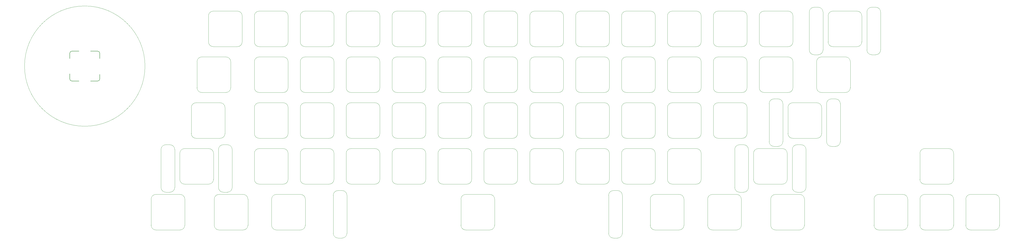
<source format=gbr>
G04 #@! TF.GenerationSoftware,KiCad,Pcbnew,(5.1.9)-1*
G04 #@! TF.CreationDate,2021-04-13T22:09:09-06:00*
G04 #@! TF.ProjectId,64,36342e6b-6963-4616-945f-706362585858,rev?*
G04 #@! TF.SameCoordinates,Original*
G04 #@! TF.FileFunction,Legend,Top*
G04 #@! TF.FilePolarity,Positive*
%FSLAX46Y46*%
G04 Gerber Fmt 4.6, Leading zero omitted, Abs format (unit mm)*
G04 Created by KiCad (PCBNEW (5.1.9)-1) date 2021-04-13 22:09:09*
%MOMM*%
%LPD*%
G01*
G04 APERTURE LIST*
%ADD10C,0.120000*%
%ADD11C,0.150000*%
%ADD12C,0.031465*%
%ADD13C,0.028587*%
%ADD14C,0.030681*%
%ADD15C,1.750000*%
%ADD16C,3.987800*%
%ADD17C,3.048000*%
%ADD18O,2.768600X1.651000*%
%ADD19C,1.016000*%
%ADD20C,0.800000*%
%ADD21O,1.100000X2.200000*%
%ADD22O,1.300000X1.900000*%
%ADD23C,0.650000*%
%ADD24C,4.000000*%
G04 APERTURE END LIST*
D10*
G04 #@! TO.C,MX_CAPS1*
X168012500Y-219750000D02*
X168012500Y-208950000D01*
X154012500Y-208950000D02*
X154012500Y-219750000D01*
X156012500Y-221750000D02*
X166012500Y-221750000D01*
X166012500Y-206950000D02*
X156012500Y-206950000D01*
X168012500Y-219750000D02*
G75*
G02*
X166012500Y-221750000I-2000000J0D01*
G01*
X166012500Y-206950000D02*
G75*
G02*
X168012500Y-208950000I0J-2000000D01*
G01*
X156012500Y-221750000D02*
G75*
G02*
X154012500Y-219750000I0J2000000D01*
G01*
X154012500Y-208950000D02*
G75*
G02*
X156012500Y-206950000I2000000J0D01*
G01*
G04 #@! TO.C,MX_UP1*
X468431250Y-226000000D02*
X458431250Y-226000000D01*
X470431250Y-238800000D02*
X470431250Y-228000000D01*
X458431250Y-240800000D02*
X468431250Y-240800000D01*
X456431250Y-228000000D02*
X456431250Y-238800000D01*
X470431250Y-238800000D02*
G75*
G02*
X468431250Y-240800000I-2000000J0D01*
G01*
X458431250Y-240800000D02*
G75*
G02*
X456431250Y-238800000I0J2000000D01*
G01*
X468431250Y-226000000D02*
G75*
G02*
X470431250Y-228000000I0J-2000000D01*
G01*
X456431250Y-228000000D02*
G75*
G02*
X458431250Y-226000000I2000000J0D01*
G01*
G04 #@! TO.C,MX_.1*
X344606250Y-226000000D02*
X334606250Y-226000000D01*
X346606250Y-238800000D02*
X346606250Y-228000000D01*
X334606250Y-240800000D02*
X344606250Y-240800000D01*
X332606250Y-228000000D02*
X332606250Y-238800000D01*
X346606250Y-238800000D02*
G75*
G02*
X344606250Y-240800000I-2000000J0D01*
G01*
X334606250Y-240800000D02*
G75*
G02*
X332606250Y-238800000I0J2000000D01*
G01*
X344606250Y-226000000D02*
G75*
G02*
X346606250Y-228000000I0J-2000000D01*
G01*
X332606250Y-228000000D02*
G75*
G02*
X334606250Y-226000000I2000000J0D01*
G01*
G04 #@! TO.C,MX_\u002C1*
X325556250Y-226000000D02*
X315556250Y-226000000D01*
X327556250Y-238800000D02*
X327556250Y-228000000D01*
X315556250Y-240800000D02*
X325556250Y-240800000D01*
X313556250Y-228000000D02*
X313556250Y-238800000D01*
X327556250Y-238800000D02*
G75*
G02*
X325556250Y-240800000I-2000000J0D01*
G01*
X315556250Y-240800000D02*
G75*
G02*
X313556250Y-238800000I0J2000000D01*
G01*
X325556250Y-226000000D02*
G75*
G02*
X327556250Y-228000000I0J-2000000D01*
G01*
X313556250Y-228000000D02*
G75*
G02*
X315556250Y-226000000I2000000J0D01*
G01*
G04 #@! TO.C,MX_#0*
X363656250Y-168850000D02*
X353656250Y-168850000D01*
X365656250Y-181650000D02*
X365656250Y-170850000D01*
X353656250Y-183650000D02*
X363656250Y-183650000D01*
X351656250Y-170850000D02*
X351656250Y-181650000D01*
X365656250Y-181650000D02*
G75*
G02*
X363656250Y-183650000I-2000000J0D01*
G01*
X353656250Y-183650000D02*
G75*
G02*
X351656250Y-181650000I0J2000000D01*
G01*
X363656250Y-168850000D02*
G75*
G02*
X365656250Y-170850000I0J-2000000D01*
G01*
X351656250Y-170850000D02*
G75*
G02*
X353656250Y-168850000I2000000J0D01*
G01*
G04 #@! TO.C,MX_#1*
X192206250Y-168850000D02*
X182206250Y-168850000D01*
X194206250Y-181650000D02*
X194206250Y-170850000D01*
X182206250Y-183650000D02*
X192206250Y-183650000D01*
X180206250Y-170850000D02*
X180206250Y-181650000D01*
X194206250Y-181650000D02*
G75*
G02*
X192206250Y-183650000I-2000000J0D01*
G01*
X182206250Y-183650000D02*
G75*
G02*
X180206250Y-181650000I0J2000000D01*
G01*
X192206250Y-168850000D02*
G75*
G02*
X194206250Y-170850000I0J-2000000D01*
G01*
X180206250Y-170850000D02*
G75*
G02*
X182206250Y-168850000I2000000J0D01*
G01*
G04 #@! TO.C,MX_#2*
X211256250Y-168850000D02*
X201256250Y-168850000D01*
X213256250Y-181650000D02*
X213256250Y-170850000D01*
X201256250Y-183650000D02*
X211256250Y-183650000D01*
X199256250Y-170850000D02*
X199256250Y-181650000D01*
X213256250Y-181650000D02*
G75*
G02*
X211256250Y-183650000I-2000000J0D01*
G01*
X201256250Y-183650000D02*
G75*
G02*
X199256250Y-181650000I0J2000000D01*
G01*
X211256250Y-168850000D02*
G75*
G02*
X213256250Y-170850000I0J-2000000D01*
G01*
X199256250Y-170850000D02*
G75*
G02*
X201256250Y-168850000I2000000J0D01*
G01*
G04 #@! TO.C,MX_#3*
X230306250Y-168850000D02*
X220306250Y-168850000D01*
X232306250Y-181650000D02*
X232306250Y-170850000D01*
X220306250Y-183650000D02*
X230306250Y-183650000D01*
X218306250Y-170850000D02*
X218306250Y-181650000D01*
X232306250Y-181650000D02*
G75*
G02*
X230306250Y-183650000I-2000000J0D01*
G01*
X220306250Y-183650000D02*
G75*
G02*
X218306250Y-181650000I0J2000000D01*
G01*
X230306250Y-168850000D02*
G75*
G02*
X232306250Y-170850000I0J-2000000D01*
G01*
X218306250Y-170850000D02*
G75*
G02*
X220306250Y-168850000I2000000J0D01*
G01*
G04 #@! TO.C,MX_#4*
X249356250Y-168850000D02*
X239356250Y-168850000D01*
X251356250Y-181650000D02*
X251356250Y-170850000D01*
X239356250Y-183650000D02*
X249356250Y-183650000D01*
X237356250Y-170850000D02*
X237356250Y-181650000D01*
X251356250Y-181650000D02*
G75*
G02*
X249356250Y-183650000I-2000000J0D01*
G01*
X239356250Y-183650000D02*
G75*
G02*
X237356250Y-181650000I0J2000000D01*
G01*
X249356250Y-168850000D02*
G75*
G02*
X251356250Y-170850000I0J-2000000D01*
G01*
X237356250Y-170850000D02*
G75*
G02*
X239356250Y-168850000I2000000J0D01*
G01*
G04 #@! TO.C,MX_#5*
X268406250Y-168850000D02*
X258406250Y-168850000D01*
X270406250Y-181650000D02*
X270406250Y-170850000D01*
X258406250Y-183650000D02*
X268406250Y-183650000D01*
X256406250Y-170850000D02*
X256406250Y-181650000D01*
X270406250Y-181650000D02*
G75*
G02*
X268406250Y-183650000I-2000000J0D01*
G01*
X258406250Y-183650000D02*
G75*
G02*
X256406250Y-181650000I0J2000000D01*
G01*
X268406250Y-168850000D02*
G75*
G02*
X270406250Y-170850000I0J-2000000D01*
G01*
X256406250Y-170850000D02*
G75*
G02*
X258406250Y-168850000I2000000J0D01*
G01*
G04 #@! TO.C,MX_#6*
X287456250Y-168850000D02*
X277456250Y-168850000D01*
X289456250Y-181650000D02*
X289456250Y-170850000D01*
X277456250Y-183650000D02*
X287456250Y-183650000D01*
X275456250Y-170850000D02*
X275456250Y-181650000D01*
X289456250Y-181650000D02*
G75*
G02*
X287456250Y-183650000I-2000000J0D01*
G01*
X277456250Y-183650000D02*
G75*
G02*
X275456250Y-181650000I0J2000000D01*
G01*
X287456250Y-168850000D02*
G75*
G02*
X289456250Y-170850000I0J-2000000D01*
G01*
X275456250Y-170850000D02*
G75*
G02*
X277456250Y-168850000I2000000J0D01*
G01*
G04 #@! TO.C,MX_#7*
X306506250Y-168850000D02*
X296506250Y-168850000D01*
X308506250Y-181650000D02*
X308506250Y-170850000D01*
X296506250Y-183650000D02*
X306506250Y-183650000D01*
X294506250Y-170850000D02*
X294506250Y-181650000D01*
X308506250Y-181650000D02*
G75*
G02*
X306506250Y-183650000I-2000000J0D01*
G01*
X296506250Y-183650000D02*
G75*
G02*
X294506250Y-181650000I0J2000000D01*
G01*
X306506250Y-168850000D02*
G75*
G02*
X308506250Y-170850000I0J-2000000D01*
G01*
X294506250Y-170850000D02*
G75*
G02*
X296506250Y-168850000I2000000J0D01*
G01*
G04 #@! TO.C,MX_#8*
X325556250Y-168850000D02*
X315556250Y-168850000D01*
X327556250Y-181650000D02*
X327556250Y-170850000D01*
X315556250Y-183650000D02*
X325556250Y-183650000D01*
X313556250Y-170850000D02*
X313556250Y-181650000D01*
X327556250Y-181650000D02*
G75*
G02*
X325556250Y-183650000I-2000000J0D01*
G01*
X315556250Y-183650000D02*
G75*
G02*
X313556250Y-181650000I0J2000000D01*
G01*
X325556250Y-168850000D02*
G75*
G02*
X327556250Y-170850000I0J-2000000D01*
G01*
X313556250Y-170850000D02*
G75*
G02*
X315556250Y-168850000I2000000J0D01*
G01*
G04 #@! TO.C,MX_#9*
X344606250Y-168850000D02*
X334606250Y-168850000D01*
X346606250Y-181650000D02*
X346606250Y-170850000D01*
X334606250Y-183650000D02*
X344606250Y-183650000D01*
X332606250Y-170850000D02*
X332606250Y-181650000D01*
X346606250Y-181650000D02*
G75*
G02*
X344606250Y-183650000I-2000000J0D01*
G01*
X334606250Y-183650000D02*
G75*
G02*
X332606250Y-181650000I0J2000000D01*
G01*
X344606250Y-168850000D02*
G75*
G02*
X346606250Y-170850000I0J-2000000D01*
G01*
X332606250Y-170850000D02*
G75*
G02*
X334606250Y-168850000I2000000J0D01*
G01*
G04 #@! TO.C,MX_'1*
X382706250Y-206950000D02*
X372706250Y-206950000D01*
X384706250Y-219750000D02*
X384706250Y-208950000D01*
X372706250Y-221750000D02*
X382706250Y-221750000D01*
X370706250Y-208950000D02*
X370706250Y-219750000D01*
X384706250Y-219750000D02*
G75*
G02*
X382706250Y-221750000I-2000000J0D01*
G01*
X372706250Y-221750000D02*
G75*
G02*
X370706250Y-219750000I0J2000000D01*
G01*
X382706250Y-206950000D02*
G75*
G02*
X384706250Y-208950000I0J-2000000D01*
G01*
X370706250Y-208950000D02*
G75*
G02*
X372706250Y-206950000I2000000J0D01*
G01*
G04 #@! TO.C,MX_-1*
X382706250Y-168850000D02*
X372706250Y-168850000D01*
X384706250Y-181650000D02*
X384706250Y-170850000D01*
X372706250Y-183650000D02*
X382706250Y-183650000D01*
X370706250Y-170850000D02*
X370706250Y-181650000D01*
X384706250Y-181650000D02*
G75*
G02*
X382706250Y-183650000I-2000000J0D01*
G01*
X372706250Y-183650000D02*
G75*
G02*
X370706250Y-181650000I0J2000000D01*
G01*
X382706250Y-168850000D02*
G75*
G02*
X384706250Y-170850000I0J-2000000D01*
G01*
X370706250Y-170850000D02*
G75*
G02*
X372706250Y-168850000I2000000J0D01*
G01*
G04 #@! TO.C,MX_/1*
X363656250Y-226000000D02*
X353656250Y-226000000D01*
X365656250Y-238800000D02*
X365656250Y-228000000D01*
X353656250Y-240800000D02*
X363656250Y-240800000D01*
X351656250Y-228000000D02*
X351656250Y-238800000D01*
X365656250Y-238800000D02*
G75*
G02*
X363656250Y-240800000I-2000000J0D01*
G01*
X353656250Y-240800000D02*
G75*
G02*
X351656250Y-238800000I0J2000000D01*
G01*
X363656250Y-226000000D02*
G75*
G02*
X365656250Y-228000000I0J-2000000D01*
G01*
X351656250Y-228000000D02*
G75*
G02*
X353656250Y-226000000I2000000J0D01*
G01*
G04 #@! TO.C,MX_;1*
X363656250Y-206950000D02*
X353656250Y-206950000D01*
X365656250Y-219750000D02*
X365656250Y-208950000D01*
X353656250Y-221750000D02*
X363656250Y-221750000D01*
X351656250Y-208950000D02*
X351656250Y-219750000D01*
X365656250Y-219750000D02*
G75*
G02*
X363656250Y-221750000I-2000000J0D01*
G01*
X353656250Y-221750000D02*
G75*
G02*
X351656250Y-219750000I0J2000000D01*
G01*
X363656250Y-206950000D02*
G75*
G02*
X365656250Y-208950000I0J-2000000D01*
G01*
X351656250Y-208950000D02*
G75*
G02*
X353656250Y-206950000I2000000J0D01*
G01*
G04 #@! TO.C,MX_=1*
X401756250Y-168850000D02*
X391756250Y-168850000D01*
X403756250Y-181650000D02*
X403756250Y-170850000D01*
X391756250Y-183650000D02*
X401756250Y-183650000D01*
X389756250Y-170850000D02*
X389756250Y-181650000D01*
X403756250Y-181650000D02*
G75*
G02*
X401756250Y-183650000I-2000000J0D01*
G01*
X391756250Y-183650000D02*
G75*
G02*
X389756250Y-181650000I0J2000000D01*
G01*
X401756250Y-168850000D02*
G75*
G02*
X403756250Y-170850000I0J-2000000D01*
G01*
X389756250Y-170850000D02*
G75*
G02*
X391756250Y-168850000I2000000J0D01*
G01*
G04 #@! TO.C,MX_[1*
X382706250Y-187900000D02*
X372706250Y-187900000D01*
X384706250Y-200700000D02*
X384706250Y-189900000D01*
X372706250Y-202700000D02*
X382706250Y-202700000D01*
X370706250Y-189900000D02*
X370706250Y-200700000D01*
X384706250Y-200700000D02*
G75*
G02*
X382706250Y-202700000I-2000000J0D01*
G01*
X372706250Y-202700000D02*
G75*
G02*
X370706250Y-200700000I0J2000000D01*
G01*
X382706250Y-187900000D02*
G75*
G02*
X384706250Y-189900000I0J-2000000D01*
G01*
X370706250Y-189900000D02*
G75*
G02*
X372706250Y-187900000I2000000J0D01*
G01*
G04 #@! TO.C,MX_]1*
X401756250Y-187900000D02*
X391756250Y-187900000D01*
X403756250Y-200700000D02*
X403756250Y-189900000D01*
X391756250Y-202700000D02*
X401756250Y-202700000D01*
X389756250Y-189900000D02*
X389756250Y-200700000D01*
X403756250Y-200700000D02*
G75*
G02*
X401756250Y-202700000I-2000000J0D01*
G01*
X391756250Y-202700000D02*
G75*
G02*
X389756250Y-200700000I0J2000000D01*
G01*
X401756250Y-187900000D02*
G75*
G02*
X403756250Y-189900000I0J-2000000D01*
G01*
X389756250Y-189900000D02*
G75*
G02*
X391756250Y-187900000I2000000J0D01*
G01*
G04 #@! TO.C,MX_A1*
X192206250Y-206950000D02*
X182206250Y-206950000D01*
X194206250Y-219750000D02*
X194206250Y-208950000D01*
X182206250Y-221750000D02*
X192206250Y-221750000D01*
X180206250Y-208950000D02*
X180206250Y-219750000D01*
X194206250Y-219750000D02*
G75*
G02*
X192206250Y-221750000I-2000000J0D01*
G01*
X182206250Y-221750000D02*
G75*
G02*
X180206250Y-219750000I0J2000000D01*
G01*
X192206250Y-206950000D02*
G75*
G02*
X194206250Y-208950000I0J-2000000D01*
G01*
X180206250Y-208950000D02*
G75*
G02*
X182206250Y-206950000I2000000J0D01*
G01*
G04 #@! TO.C,MX_B1*
X268406250Y-226000000D02*
X258406250Y-226000000D01*
X270406250Y-238800000D02*
X270406250Y-228000000D01*
X258406250Y-240800000D02*
X268406250Y-240800000D01*
X256406250Y-228000000D02*
X256406250Y-238800000D01*
X270406250Y-238800000D02*
G75*
G02*
X268406250Y-240800000I-2000000J0D01*
G01*
X258406250Y-240800000D02*
G75*
G02*
X256406250Y-238800000I0J2000000D01*
G01*
X268406250Y-226000000D02*
G75*
G02*
X270406250Y-228000000I0J-2000000D01*
G01*
X256406250Y-228000000D02*
G75*
G02*
X258406250Y-226000000I2000000J0D01*
G01*
G04 #@! TO.C,MX_C1*
X230306250Y-226000000D02*
X220306250Y-226000000D01*
X232306250Y-238800000D02*
X232306250Y-228000000D01*
X220306250Y-240800000D02*
X230306250Y-240800000D01*
X218306250Y-228000000D02*
X218306250Y-238800000D01*
X232306250Y-238800000D02*
G75*
G02*
X230306250Y-240800000I-2000000J0D01*
G01*
X220306250Y-240800000D02*
G75*
G02*
X218306250Y-238800000I0J2000000D01*
G01*
X230306250Y-226000000D02*
G75*
G02*
X232306250Y-228000000I0J-2000000D01*
G01*
X218306250Y-228000000D02*
G75*
G02*
X220306250Y-226000000I2000000J0D01*
G01*
G04 #@! TO.C,MX_D1*
X230306250Y-206950000D02*
X220306250Y-206950000D01*
X232306250Y-219750000D02*
X232306250Y-208950000D01*
X220306250Y-221750000D02*
X230306250Y-221750000D01*
X218306250Y-208950000D02*
X218306250Y-219750000D01*
X232306250Y-219750000D02*
G75*
G02*
X230306250Y-221750000I-2000000J0D01*
G01*
X220306250Y-221750000D02*
G75*
G02*
X218306250Y-219750000I0J2000000D01*
G01*
X230306250Y-206950000D02*
G75*
G02*
X232306250Y-208950000I0J-2000000D01*
G01*
X218306250Y-208950000D02*
G75*
G02*
X220306250Y-206950000I2000000J0D01*
G01*
G04 #@! TO.C,MX_DOWN1*
X468431250Y-245050000D02*
X458431250Y-245050000D01*
X470431250Y-257850000D02*
X470431250Y-247050000D01*
X458431250Y-259850000D02*
X468431250Y-259850000D01*
X456431250Y-247050000D02*
X456431250Y-257850000D01*
X470431250Y-257850000D02*
G75*
G02*
X468431250Y-259850000I-2000000J0D01*
G01*
X458431250Y-259850000D02*
G75*
G02*
X456431250Y-257850000I0J2000000D01*
G01*
X468431250Y-245050000D02*
G75*
G02*
X470431250Y-247050000I0J-2000000D01*
G01*
X456431250Y-247050000D02*
G75*
G02*
X458431250Y-245050000I2000000J0D01*
G01*
G04 #@! TO.C,MX_E1*
X230306250Y-187900000D02*
X220306250Y-187900000D01*
X232306250Y-200700000D02*
X232306250Y-189900000D01*
X220306250Y-202700000D02*
X230306250Y-202700000D01*
X218306250Y-189900000D02*
X218306250Y-200700000D01*
X232306250Y-200700000D02*
G75*
G02*
X230306250Y-202700000I-2000000J0D01*
G01*
X220306250Y-202700000D02*
G75*
G02*
X218306250Y-200700000I0J2000000D01*
G01*
X230306250Y-187900000D02*
G75*
G02*
X232306250Y-189900000I0J-2000000D01*
G01*
X218306250Y-189900000D02*
G75*
G02*
X220306250Y-187900000I2000000J0D01*
G01*
G04 #@! TO.C,MX_ESC1*
X173156250Y-168850000D02*
X163156250Y-168850000D01*
X175156250Y-181650000D02*
X175156250Y-170850000D01*
X163156250Y-183650000D02*
X173156250Y-183650000D01*
X161156250Y-170850000D02*
X161156250Y-181650000D01*
X175156250Y-181650000D02*
G75*
G02*
X173156250Y-183650000I-2000000J0D01*
G01*
X163156250Y-183650000D02*
G75*
G02*
X161156250Y-181650000I0J2000000D01*
G01*
X173156250Y-168850000D02*
G75*
G02*
X175156250Y-170850000I0J-2000000D01*
G01*
X161156250Y-170850000D02*
G75*
G02*
X163156250Y-168850000I2000000J0D01*
G01*
G04 #@! TO.C,MX_F1*
X249356250Y-206950000D02*
X239356250Y-206950000D01*
X251356250Y-219750000D02*
X251356250Y-208950000D01*
X239356250Y-221750000D02*
X249356250Y-221750000D01*
X237356250Y-208950000D02*
X237356250Y-219750000D01*
X251356250Y-219750000D02*
G75*
G02*
X249356250Y-221750000I-2000000J0D01*
G01*
X239356250Y-221750000D02*
G75*
G02*
X237356250Y-219750000I0J2000000D01*
G01*
X249356250Y-206950000D02*
G75*
G02*
X251356250Y-208950000I0J-2000000D01*
G01*
X237356250Y-208950000D02*
G75*
G02*
X239356250Y-206950000I2000000J0D01*
G01*
G04 #@! TO.C,MX_G1*
X268406250Y-206950000D02*
X258406250Y-206950000D01*
X270406250Y-219750000D02*
X270406250Y-208950000D01*
X258406250Y-221750000D02*
X268406250Y-221750000D01*
X256406250Y-208950000D02*
X256406250Y-219750000D01*
X270406250Y-219750000D02*
G75*
G02*
X268406250Y-221750000I-2000000J0D01*
G01*
X258406250Y-221750000D02*
G75*
G02*
X256406250Y-219750000I0J2000000D01*
G01*
X268406250Y-206950000D02*
G75*
G02*
X270406250Y-208950000I0J-2000000D01*
G01*
X256406250Y-208950000D02*
G75*
G02*
X258406250Y-206950000I2000000J0D01*
G01*
G04 #@! TO.C,MX_H1*
X287456250Y-206950000D02*
X277456250Y-206950000D01*
X289456250Y-219750000D02*
X289456250Y-208950000D01*
X277456250Y-221750000D02*
X287456250Y-221750000D01*
X275456250Y-208950000D02*
X275456250Y-219750000D01*
X289456250Y-219750000D02*
G75*
G02*
X287456250Y-221750000I-2000000J0D01*
G01*
X277456250Y-221750000D02*
G75*
G02*
X275456250Y-219750000I0J2000000D01*
G01*
X287456250Y-206950000D02*
G75*
G02*
X289456250Y-208950000I0J-2000000D01*
G01*
X275456250Y-208950000D02*
G75*
G02*
X277456250Y-206950000I2000000J0D01*
G01*
G04 #@! TO.C,MX_I1*
X325556250Y-187900000D02*
X315556250Y-187900000D01*
X327556250Y-200700000D02*
X327556250Y-189900000D01*
X315556250Y-202700000D02*
X325556250Y-202700000D01*
X313556250Y-189900000D02*
X313556250Y-200700000D01*
X327556250Y-200700000D02*
G75*
G02*
X325556250Y-202700000I-2000000J0D01*
G01*
X315556250Y-202700000D02*
G75*
G02*
X313556250Y-200700000I0J2000000D01*
G01*
X325556250Y-187900000D02*
G75*
G02*
X327556250Y-189900000I0J-2000000D01*
G01*
X313556250Y-189900000D02*
G75*
G02*
X315556250Y-187900000I2000000J0D01*
G01*
G04 #@! TO.C,MX_J1*
X306506250Y-206950000D02*
X296506250Y-206950000D01*
X308506250Y-219750000D02*
X308506250Y-208950000D01*
X296506250Y-221750000D02*
X306506250Y-221750000D01*
X294506250Y-208950000D02*
X294506250Y-219750000D01*
X308506250Y-219750000D02*
G75*
G02*
X306506250Y-221750000I-2000000J0D01*
G01*
X296506250Y-221750000D02*
G75*
G02*
X294506250Y-219750000I0J2000000D01*
G01*
X306506250Y-206950000D02*
G75*
G02*
X308506250Y-208950000I0J-2000000D01*
G01*
X294506250Y-208950000D02*
G75*
G02*
X296506250Y-206950000I2000000J0D01*
G01*
G04 #@! TO.C,MX_K1*
X325556250Y-206950000D02*
X315556250Y-206950000D01*
X327556250Y-219750000D02*
X327556250Y-208950000D01*
X315556250Y-221750000D02*
X325556250Y-221750000D01*
X313556250Y-208950000D02*
X313556250Y-219750000D01*
X327556250Y-219750000D02*
G75*
G02*
X325556250Y-221750000I-2000000J0D01*
G01*
X315556250Y-221750000D02*
G75*
G02*
X313556250Y-219750000I0J2000000D01*
G01*
X325556250Y-206950000D02*
G75*
G02*
X327556250Y-208950000I0J-2000000D01*
G01*
X313556250Y-208950000D02*
G75*
G02*
X315556250Y-206950000I2000000J0D01*
G01*
G04 #@! TO.C,MX_L1*
X344606250Y-206950000D02*
X334606250Y-206950000D01*
X346606250Y-219750000D02*
X346606250Y-208950000D01*
X334606250Y-221750000D02*
X344606250Y-221750000D01*
X332606250Y-208950000D02*
X332606250Y-219750000D01*
X346606250Y-219750000D02*
G75*
G02*
X344606250Y-221750000I-2000000J0D01*
G01*
X334606250Y-221750000D02*
G75*
G02*
X332606250Y-219750000I0J2000000D01*
G01*
X344606250Y-206950000D02*
G75*
G02*
X346606250Y-208950000I0J-2000000D01*
G01*
X332606250Y-208950000D02*
G75*
G02*
X334606250Y-206950000I2000000J0D01*
G01*
G04 #@! TO.C,MX_LEFT1*
X449381250Y-245050000D02*
X439381250Y-245050000D01*
X451381250Y-257850000D02*
X451381250Y-247050000D01*
X439381250Y-259850000D02*
X449381250Y-259850000D01*
X437381250Y-247050000D02*
X437381250Y-257850000D01*
X451381250Y-257850000D02*
G75*
G02*
X449381250Y-259850000I-2000000J0D01*
G01*
X439381250Y-259850000D02*
G75*
G02*
X437381250Y-257850000I0J2000000D01*
G01*
X449381250Y-245050000D02*
G75*
G02*
X451381250Y-247050000I0J-2000000D01*
G01*
X437381250Y-247050000D02*
G75*
G02*
X439381250Y-245050000I2000000J0D01*
G01*
G04 #@! TO.C,MX_M1*
X306506250Y-226000000D02*
X296506250Y-226000000D01*
X308506250Y-238800000D02*
X308506250Y-228000000D01*
X296506250Y-240800000D02*
X306506250Y-240800000D01*
X294506250Y-228000000D02*
X294506250Y-238800000D01*
X308506250Y-238800000D02*
G75*
G02*
X306506250Y-240800000I-2000000J0D01*
G01*
X296506250Y-240800000D02*
G75*
G02*
X294506250Y-238800000I0J2000000D01*
G01*
X306506250Y-226000000D02*
G75*
G02*
X308506250Y-228000000I0J-2000000D01*
G01*
X294506250Y-228000000D02*
G75*
G02*
X296506250Y-226000000I2000000J0D01*
G01*
G04 #@! TO.C,MX_N1*
X287456250Y-226000000D02*
X277456250Y-226000000D01*
X289456250Y-238800000D02*
X289456250Y-228000000D01*
X277456250Y-240800000D02*
X287456250Y-240800000D01*
X275456250Y-228000000D02*
X275456250Y-238800000D01*
X289456250Y-238800000D02*
G75*
G02*
X287456250Y-240800000I-2000000J0D01*
G01*
X277456250Y-240800000D02*
G75*
G02*
X275456250Y-238800000I0J2000000D01*
G01*
X287456250Y-226000000D02*
G75*
G02*
X289456250Y-228000000I0J-2000000D01*
G01*
X275456250Y-228000000D02*
G75*
G02*
X277456250Y-226000000I2000000J0D01*
G01*
G04 #@! TO.C,MX_O1*
X344606250Y-187900000D02*
X334606250Y-187900000D01*
X346606250Y-200700000D02*
X346606250Y-189900000D01*
X334606250Y-202700000D02*
X344606250Y-202700000D01*
X332606250Y-189900000D02*
X332606250Y-200700000D01*
X346606250Y-200700000D02*
G75*
G02*
X344606250Y-202700000I-2000000J0D01*
G01*
X334606250Y-202700000D02*
G75*
G02*
X332606250Y-200700000I0J2000000D01*
G01*
X344606250Y-187900000D02*
G75*
G02*
X346606250Y-189900000I0J-2000000D01*
G01*
X332606250Y-189900000D02*
G75*
G02*
X334606250Y-187900000I2000000J0D01*
G01*
G04 #@! TO.C,MX_P1*
X363656250Y-187900000D02*
X353656250Y-187900000D01*
X365656250Y-200700000D02*
X365656250Y-189900000D01*
X353656250Y-202700000D02*
X363656250Y-202700000D01*
X351656250Y-189900000D02*
X351656250Y-200700000D01*
X365656250Y-200700000D02*
G75*
G02*
X363656250Y-202700000I-2000000J0D01*
G01*
X353656250Y-202700000D02*
G75*
G02*
X351656250Y-200700000I0J2000000D01*
G01*
X363656250Y-187900000D02*
G75*
G02*
X365656250Y-189900000I0J-2000000D01*
G01*
X351656250Y-189900000D02*
G75*
G02*
X353656250Y-187900000I2000000J0D01*
G01*
G04 #@! TO.C,MX_Q1*
X192206250Y-187900000D02*
X182206250Y-187900000D01*
X194206250Y-200700000D02*
X194206250Y-189900000D01*
X182206250Y-202700000D02*
X192206250Y-202700000D01*
X180206250Y-189900000D02*
X180206250Y-200700000D01*
X194206250Y-200700000D02*
G75*
G02*
X192206250Y-202700000I-2000000J0D01*
G01*
X182206250Y-202700000D02*
G75*
G02*
X180206250Y-200700000I0J2000000D01*
G01*
X192206250Y-187900000D02*
G75*
G02*
X194206250Y-189900000I0J-2000000D01*
G01*
X180206250Y-189900000D02*
G75*
G02*
X182206250Y-187900000I2000000J0D01*
G01*
G04 #@! TO.C,MX_R1*
X249356250Y-187900000D02*
X239356250Y-187900000D01*
X251356250Y-200700000D02*
X251356250Y-189900000D01*
X239356250Y-202700000D02*
X249356250Y-202700000D01*
X237356250Y-189900000D02*
X237356250Y-200700000D01*
X251356250Y-200700000D02*
G75*
G02*
X249356250Y-202700000I-2000000J0D01*
G01*
X239356250Y-202700000D02*
G75*
G02*
X237356250Y-200700000I0J2000000D01*
G01*
X249356250Y-187900000D02*
G75*
G02*
X251356250Y-189900000I0J-2000000D01*
G01*
X237356250Y-189900000D02*
G75*
G02*
X239356250Y-187900000I2000000J0D01*
G01*
G04 #@! TO.C,MX_RIGHT1*
X487481250Y-245050000D02*
X477481250Y-245050000D01*
X489481250Y-257850000D02*
X489481250Y-247050000D01*
X477481250Y-259850000D02*
X487481250Y-259850000D01*
X475481250Y-247050000D02*
X475481250Y-257850000D01*
X489481250Y-257850000D02*
G75*
G02*
X487481250Y-259850000I-2000000J0D01*
G01*
X477481250Y-259850000D02*
G75*
G02*
X475481250Y-257850000I0J2000000D01*
G01*
X487481250Y-245050000D02*
G75*
G02*
X489481250Y-247050000I0J-2000000D01*
G01*
X475481250Y-247050000D02*
G75*
G02*
X477481250Y-245050000I2000000J0D01*
G01*
G04 #@! TO.C,MX_S1*
X211256250Y-206950000D02*
X201256250Y-206950000D01*
X213256250Y-219750000D02*
X213256250Y-208950000D01*
X201256250Y-221750000D02*
X211256250Y-221750000D01*
X199256250Y-208950000D02*
X199256250Y-219750000D01*
X213256250Y-219750000D02*
G75*
G02*
X211256250Y-221750000I-2000000J0D01*
G01*
X201256250Y-221750000D02*
G75*
G02*
X199256250Y-219750000I0J2000000D01*
G01*
X211256250Y-206950000D02*
G75*
G02*
X213256250Y-208950000I0J-2000000D01*
G01*
X199256250Y-208950000D02*
G75*
G02*
X201256250Y-206950000I2000000J0D01*
G01*
G04 #@! TO.C,MX_T1*
X268406250Y-187900000D02*
X258406250Y-187900000D01*
X270406250Y-200700000D02*
X270406250Y-189900000D01*
X258406250Y-202700000D02*
X268406250Y-202700000D01*
X256406250Y-189900000D02*
X256406250Y-200700000D01*
X270406250Y-200700000D02*
G75*
G02*
X268406250Y-202700000I-2000000J0D01*
G01*
X258406250Y-202700000D02*
G75*
G02*
X256406250Y-200700000I0J2000000D01*
G01*
X268406250Y-187900000D02*
G75*
G02*
X270406250Y-189900000I0J-2000000D01*
G01*
X256406250Y-189900000D02*
G75*
G02*
X258406250Y-187900000I2000000J0D01*
G01*
G04 #@! TO.C,MX_V1*
X249356250Y-226000000D02*
X239356250Y-226000000D01*
X251356250Y-238800000D02*
X251356250Y-228000000D01*
X239356250Y-240800000D02*
X249356250Y-240800000D01*
X237356250Y-228000000D02*
X237356250Y-238800000D01*
X251356250Y-238800000D02*
G75*
G02*
X249356250Y-240800000I-2000000J0D01*
G01*
X239356250Y-240800000D02*
G75*
G02*
X237356250Y-238800000I0J2000000D01*
G01*
X249356250Y-226000000D02*
G75*
G02*
X251356250Y-228000000I0J-2000000D01*
G01*
X237356250Y-228000000D02*
G75*
G02*
X239356250Y-226000000I2000000J0D01*
G01*
G04 #@! TO.C,MX_W1*
X211256250Y-187900000D02*
X201256250Y-187900000D01*
X213256250Y-200700000D02*
X213256250Y-189900000D01*
X201256250Y-202700000D02*
X211256250Y-202700000D01*
X199256250Y-189900000D02*
X199256250Y-200700000D01*
X213256250Y-200700000D02*
G75*
G02*
X211256250Y-202700000I-2000000J0D01*
G01*
X201256250Y-202700000D02*
G75*
G02*
X199256250Y-200700000I0J2000000D01*
G01*
X211256250Y-187900000D02*
G75*
G02*
X213256250Y-189900000I0J-2000000D01*
G01*
X199256250Y-189900000D02*
G75*
G02*
X201256250Y-187900000I2000000J0D01*
G01*
G04 #@! TO.C,MX_X1*
X211256250Y-226000000D02*
X201256250Y-226000000D01*
X213256250Y-238800000D02*
X213256250Y-228000000D01*
X201256250Y-240800000D02*
X211256250Y-240800000D01*
X199256250Y-228000000D02*
X199256250Y-238800000D01*
X213256250Y-238800000D02*
G75*
G02*
X211256250Y-240800000I-2000000J0D01*
G01*
X201256250Y-240800000D02*
G75*
G02*
X199256250Y-238800000I0J2000000D01*
G01*
X211256250Y-226000000D02*
G75*
G02*
X213256250Y-228000000I0J-2000000D01*
G01*
X199256250Y-228000000D02*
G75*
G02*
X201256250Y-226000000I2000000J0D01*
G01*
G04 #@! TO.C,MX_Y1*
X287456250Y-187900000D02*
X277456250Y-187900000D01*
X289456250Y-200700000D02*
X289456250Y-189900000D01*
X277456250Y-202700000D02*
X287456250Y-202700000D01*
X275456250Y-189900000D02*
X275456250Y-200700000D01*
X289456250Y-200700000D02*
G75*
G02*
X287456250Y-202700000I-2000000J0D01*
G01*
X277456250Y-202700000D02*
G75*
G02*
X275456250Y-200700000I0J2000000D01*
G01*
X287456250Y-187900000D02*
G75*
G02*
X289456250Y-189900000I0J-2000000D01*
G01*
X275456250Y-189900000D02*
G75*
G02*
X277456250Y-187900000I2000000J0D01*
G01*
G04 #@! TO.C,MX_Z1*
X192206250Y-226000000D02*
X182206250Y-226000000D01*
X194206250Y-238800000D02*
X194206250Y-228000000D01*
X182206250Y-240800000D02*
X192206250Y-240800000D01*
X180206250Y-228000000D02*
X180206250Y-238800000D01*
X194206250Y-238800000D02*
G75*
G02*
X192206250Y-240800000I-2000000J0D01*
G01*
X182206250Y-240800000D02*
G75*
G02*
X180206250Y-238800000I0J2000000D01*
G01*
X192206250Y-226000000D02*
G75*
G02*
X194206250Y-228000000I0J-2000000D01*
G01*
X180206250Y-228000000D02*
G75*
G02*
X182206250Y-226000000I2000000J0D01*
G01*
G04 #@! TO.C,MX_SPACE1*
X330931250Y-243450000D02*
X329231250Y-243450000D01*
X332931250Y-261200000D02*
X332931250Y-245450000D01*
X327231250Y-245450000D02*
X327231250Y-261200000D01*
X330931250Y-263200000D02*
X329231250Y-263200000D01*
X216631250Y-243450000D02*
X214931250Y-243450000D01*
X218631250Y-261200000D02*
X218631250Y-245450000D01*
X212931250Y-245450000D02*
X212931250Y-261200000D01*
X216631250Y-263200000D02*
X214931250Y-263200000D01*
X267931250Y-259850000D02*
X277931250Y-259850000D01*
X277931250Y-245050000D02*
X267931250Y-245050000D01*
X279931250Y-257850000D02*
X279931250Y-247050000D01*
X265931250Y-247050000D02*
X265931250Y-257850000D01*
X330931250Y-243450000D02*
G75*
G02*
X332931250Y-245450000I0J-2000000D01*
G01*
X329231250Y-263200000D02*
G75*
G02*
X327231250Y-261200000I0J2000000D01*
G01*
X332931250Y-261200000D02*
G75*
G02*
X330931250Y-263200000I-2000000J0D01*
G01*
X327231250Y-245450000D02*
G75*
G02*
X329231250Y-243450000I2000000J0D01*
G01*
X216631250Y-243450000D02*
G75*
G02*
X218631250Y-245450000I0J-2000000D01*
G01*
X214931250Y-263200000D02*
G75*
G02*
X212931250Y-261200000I0J2000000D01*
G01*
X218631250Y-261200000D02*
G75*
G02*
X216631250Y-263200000I-2000000J0D01*
G01*
X212931250Y-245450000D02*
G75*
G02*
X214931250Y-243450000I2000000J0D01*
G01*
X265931250Y-247050000D02*
G75*
G02*
X267931250Y-245050000I2000000J0D01*
G01*
X279931250Y-257850000D02*
G75*
G02*
X277931250Y-259850000I-2000000J0D01*
G01*
X277931250Y-245050000D02*
G75*
G02*
X279931250Y-247050000I0J-2000000D01*
G01*
X267931250Y-259850000D02*
G75*
G02*
X265931250Y-257850000I0J2000000D01*
G01*
G04 #@! TO.C,MX_BKSPC1*
X438131250Y-167250000D02*
X436431250Y-167250000D01*
X440131250Y-185000000D02*
X440131250Y-169250000D01*
X434431250Y-169250000D02*
X434431250Y-185000000D01*
X438131250Y-187000000D02*
X436431250Y-187000000D01*
X414231250Y-167250000D02*
X412531250Y-167250000D01*
X416231250Y-185000000D02*
X416231250Y-169250000D01*
X410531250Y-169250000D02*
X410531250Y-185000000D01*
X414231250Y-187000000D02*
X412531250Y-187000000D01*
X430331250Y-168850000D02*
X420331250Y-168850000D01*
X420331250Y-183650000D02*
X430331250Y-183650000D01*
X418331250Y-170850000D02*
X418331250Y-181650000D01*
X432331250Y-181650000D02*
X432331250Y-170850000D01*
X438131250Y-167250000D02*
G75*
G02*
X440131250Y-169250000I0J-2000000D01*
G01*
X436431250Y-187000000D02*
G75*
G02*
X434431250Y-185000000I0J2000000D01*
G01*
X440131250Y-185000000D02*
G75*
G02*
X438131250Y-187000000I-2000000J0D01*
G01*
X434431250Y-169250000D02*
G75*
G02*
X436431250Y-167250000I2000000J0D01*
G01*
X414231250Y-167250000D02*
G75*
G02*
X416231250Y-169250000I0J-2000000D01*
G01*
X412531250Y-187000000D02*
G75*
G02*
X410531250Y-185000000I0J2000000D01*
G01*
X416231250Y-185000000D02*
G75*
G02*
X414231250Y-187000000I-2000000J0D01*
G01*
X410531250Y-169250000D02*
G75*
G02*
X412531250Y-167250000I2000000J0D01*
G01*
X432331250Y-181650000D02*
G75*
G02*
X430331250Y-183650000I-2000000J0D01*
G01*
X430331250Y-168850000D02*
G75*
G02*
X432331250Y-170850000I0J-2000000D01*
G01*
X420331250Y-183650000D02*
G75*
G02*
X418331250Y-181650000I0J2000000D01*
G01*
X418331250Y-170850000D02*
G75*
G02*
X420331250Y-168850000I2000000J0D01*
G01*
G04 #@! TO.C,MX_\u005C1*
X427568750Y-200700000D02*
X427568750Y-189900000D01*
X413568750Y-189900000D02*
X413568750Y-200700000D01*
X425568750Y-187900000D02*
X415568750Y-187900000D01*
X415568750Y-202700000D02*
X425568750Y-202700000D01*
X427568750Y-200700000D02*
G75*
G02*
X425568750Y-202700000I-2000000J0D01*
G01*
X415568750Y-202700000D02*
G75*
G02*
X413568750Y-200700000I0J2000000D01*
G01*
X425568750Y-187900000D02*
G75*
G02*
X427568750Y-189900000I0J-2000000D01*
G01*
X413568750Y-189900000D02*
G75*
G02*
X415568750Y-187900000I2000000J0D01*
G01*
G04 #@! TO.C,MX_RCTRL1*
X408518750Y-257850000D02*
X408518750Y-247050000D01*
X394518750Y-247050000D02*
X394518750Y-257850000D01*
X406518750Y-245050000D02*
X396518750Y-245050000D01*
X396518750Y-259850000D02*
X406518750Y-259850000D01*
X408518750Y-257850000D02*
G75*
G02*
X406518750Y-259850000I-2000000J0D01*
G01*
X396518750Y-259850000D02*
G75*
G02*
X394518750Y-257850000I0J2000000D01*
G01*
X406518750Y-245050000D02*
G75*
G02*
X408518750Y-247050000I0J-2000000D01*
G01*
X394518750Y-247050000D02*
G75*
G02*
X396518750Y-245050000I2000000J0D01*
G01*
G04 #@! TO.C,MX_TAB1*
X170393750Y-200700000D02*
X170393750Y-189900000D01*
X156393750Y-189900000D02*
X156393750Y-200700000D01*
X168393750Y-187900000D02*
X158393750Y-187900000D01*
X158393750Y-202700000D02*
X168393750Y-202700000D01*
X170393750Y-200700000D02*
G75*
G02*
X168393750Y-202700000I-2000000J0D01*
G01*
X158393750Y-202700000D02*
G75*
G02*
X156393750Y-200700000I0J2000000D01*
G01*
X168393750Y-187900000D02*
G75*
G02*
X170393750Y-189900000I0J-2000000D01*
G01*
X156393750Y-189900000D02*
G75*
G02*
X158393750Y-187900000I2000000J0D01*
G01*
G04 #@! TO.C,MX_LCTRL1*
X151343750Y-257850000D02*
X151343750Y-247050000D01*
X137343750Y-247050000D02*
X137343750Y-257850000D01*
X149343750Y-245050000D02*
X139343750Y-245050000D01*
X139343750Y-259850000D02*
X149343750Y-259850000D01*
X151343750Y-257850000D02*
G75*
G02*
X149343750Y-259850000I-2000000J0D01*
G01*
X139343750Y-259850000D02*
G75*
G02*
X137343750Y-257850000I0J2000000D01*
G01*
X149343750Y-245050000D02*
G75*
G02*
X151343750Y-247050000I0J-2000000D01*
G01*
X137343750Y-247050000D02*
G75*
G02*
X139343750Y-245050000I2000000J0D01*
G01*
G04 #@! TO.C,MX_ENTER1*
X403662500Y-221750000D02*
X413662500Y-221750000D01*
X413662500Y-206950000D02*
X403662500Y-206950000D01*
X415662500Y-219750000D02*
X415662500Y-208950000D01*
X401662500Y-208950000D02*
X401662500Y-219750000D01*
X397562500Y-225100000D02*
X395862500Y-225100000D01*
X393862500Y-207350000D02*
X393862500Y-223100000D01*
X399562500Y-223100000D02*
X399562500Y-207350000D01*
X397562500Y-205350000D02*
X395862500Y-205350000D01*
X421412500Y-225100000D02*
X419712500Y-225100000D01*
X417712500Y-207350000D02*
X417712500Y-223100000D01*
X423412500Y-223100000D02*
X423412500Y-207350000D01*
X421412500Y-205350000D02*
X419712500Y-205350000D01*
X421412500Y-205350000D02*
G75*
G02*
X423412500Y-207350000I0J-2000000D01*
G01*
X419712500Y-225100000D02*
G75*
G02*
X417712500Y-223100000I0J2000000D01*
G01*
X423412500Y-223100000D02*
G75*
G02*
X421412500Y-225100000I-2000000J0D01*
G01*
X417712500Y-207350000D02*
G75*
G02*
X419712500Y-205350000I2000000J0D01*
G01*
X397562500Y-205350000D02*
G75*
G02*
X399562500Y-207350000I0J-2000000D01*
G01*
X395862500Y-225100000D02*
G75*
G02*
X393862500Y-223100000I0J2000000D01*
G01*
X399562500Y-223100000D02*
G75*
G02*
X397562500Y-225100000I-2000000J0D01*
G01*
X393862500Y-207350000D02*
G75*
G02*
X395862500Y-205350000I2000000J0D01*
G01*
X401662500Y-208950000D02*
G75*
G02*
X403662500Y-206950000I2000000J0D01*
G01*
X415662500Y-219750000D02*
G75*
G02*
X413662500Y-221750000I-2000000J0D01*
G01*
X413662500Y-206950000D02*
G75*
G02*
X415662500Y-208950000I0J-2000000D01*
G01*
X403662500Y-221750000D02*
G75*
G02*
X401662500Y-219750000I0J2000000D01*
G01*
G04 #@! TO.C,MX_LSHIFT1*
X151250000Y-240800000D02*
X161250000Y-240800000D01*
X161250000Y-226000000D02*
X151250000Y-226000000D01*
X163250000Y-238800000D02*
X163250000Y-228000000D01*
X149250000Y-228000000D02*
X149250000Y-238800000D01*
X145150000Y-244150000D02*
X143450000Y-244150000D01*
X141450000Y-226400000D02*
X141450000Y-242150000D01*
X147150000Y-242150000D02*
X147150000Y-226400000D01*
X145150000Y-224400000D02*
X143450000Y-224400000D01*
X169000000Y-244150000D02*
X167300000Y-244150000D01*
X165300000Y-226400000D02*
X165300000Y-242150000D01*
X171000000Y-242150000D02*
X171000000Y-226400000D01*
X169000000Y-224400000D02*
X167300000Y-224400000D01*
X169000000Y-224400000D02*
G75*
G02*
X171000000Y-226400000I0J-2000000D01*
G01*
X167300000Y-244150000D02*
G75*
G02*
X165300000Y-242150000I0J2000000D01*
G01*
X171000000Y-242150000D02*
G75*
G02*
X169000000Y-244150000I-2000000J0D01*
G01*
X165300000Y-226400000D02*
G75*
G02*
X167300000Y-224400000I2000000J0D01*
G01*
X145150000Y-224400000D02*
G75*
G02*
X147150000Y-226400000I0J-2000000D01*
G01*
X143450000Y-244150000D02*
G75*
G02*
X141450000Y-242150000I0J2000000D01*
G01*
X147150000Y-242150000D02*
G75*
G02*
X145150000Y-244150000I-2000000J0D01*
G01*
X141450000Y-226400000D02*
G75*
G02*
X143450000Y-224400000I2000000J0D01*
G01*
X149250000Y-228000000D02*
G75*
G02*
X151250000Y-226000000I2000000J0D01*
G01*
X163250000Y-238800000D02*
G75*
G02*
X161250000Y-240800000I-2000000J0D01*
G01*
X161250000Y-226000000D02*
G75*
G02*
X163250000Y-228000000I0J-2000000D01*
G01*
X151250000Y-240800000D02*
G75*
G02*
X149250000Y-238800000I0J2000000D01*
G01*
G04 #@! TO.C,MX_RSHIFT1*
X387375000Y-228000000D02*
X387375000Y-238800000D01*
X401375000Y-238800000D02*
X401375000Y-228000000D01*
X399375000Y-226000000D02*
X389375000Y-226000000D01*
X389375000Y-240800000D02*
X399375000Y-240800000D01*
X383275000Y-244150000D02*
X381575000Y-244150000D01*
X379575000Y-226400000D02*
X379575000Y-242150000D01*
X385275000Y-242150000D02*
X385275000Y-226400000D01*
X383275000Y-224400000D02*
X381575000Y-224400000D01*
X407175000Y-244150000D02*
X405475000Y-244150000D01*
X403475000Y-226400000D02*
X403475000Y-242150000D01*
X409175000Y-242150000D02*
X409175000Y-226400000D01*
X407175000Y-224400000D02*
X405475000Y-224400000D01*
X407175000Y-224400000D02*
G75*
G02*
X409175000Y-226400000I0J-2000000D01*
G01*
X405475000Y-244150000D02*
G75*
G02*
X403475000Y-242150000I0J2000000D01*
G01*
X409175000Y-242150000D02*
G75*
G02*
X407175000Y-244150000I-2000000J0D01*
G01*
X403475000Y-226400000D02*
G75*
G02*
X405475000Y-224400000I2000000J0D01*
G01*
X383275000Y-224400000D02*
G75*
G02*
X385275000Y-226400000I0J-2000000D01*
G01*
X381575000Y-244150000D02*
G75*
G02*
X379575000Y-242150000I0J2000000D01*
G01*
X385275000Y-242150000D02*
G75*
G02*
X383275000Y-244150000I-2000000J0D01*
G01*
X379575000Y-226400000D02*
G75*
G02*
X381575000Y-224400000I2000000J0D01*
G01*
X387375000Y-228000000D02*
G75*
G02*
X389375000Y-226000000I2000000J0D01*
G01*
X401375000Y-238800000D02*
G75*
G02*
X399375000Y-240800000I-2000000J0D01*
G01*
X399375000Y-226000000D02*
G75*
G02*
X401375000Y-228000000I0J-2000000D01*
G01*
X389375000Y-240800000D02*
G75*
G02*
X387375000Y-238800000I0J2000000D01*
G01*
G04 #@! TO.C,MX_LALT1*
X201350000Y-257850000D02*
X201350000Y-247050000D01*
X187350000Y-247050000D02*
X187350000Y-257850000D01*
X199350000Y-245050000D02*
X189350000Y-245050000D01*
X189350000Y-259850000D02*
X199350000Y-259850000D01*
X201350000Y-257850000D02*
G75*
G02*
X199350000Y-259850000I-2000000J0D01*
G01*
X189350000Y-259850000D02*
G75*
G02*
X187350000Y-257850000I0J2000000D01*
G01*
X199350000Y-245050000D02*
G75*
G02*
X201350000Y-247050000I0J-2000000D01*
G01*
X187350000Y-247050000D02*
G75*
G02*
X189350000Y-245050000I2000000J0D01*
G01*
G04 #@! TO.C,MX_LCODE1*
X177537500Y-257850000D02*
X177537500Y-247050000D01*
X163537500Y-247050000D02*
X163537500Y-257850000D01*
X175537500Y-245050000D02*
X165537500Y-245050000D01*
X165537500Y-259850000D02*
X175537500Y-259850000D01*
X177537500Y-257850000D02*
G75*
G02*
X175537500Y-259850000I-2000000J0D01*
G01*
X165537500Y-259850000D02*
G75*
G02*
X163537500Y-257850000I0J2000000D01*
G01*
X175537500Y-245050000D02*
G75*
G02*
X177537500Y-247050000I0J-2000000D01*
G01*
X163537500Y-247050000D02*
G75*
G02*
X165537500Y-245050000I2000000J0D01*
G01*
G04 #@! TO.C,MX_RALT1*
X358512500Y-257850000D02*
X358512500Y-247050000D01*
X344512500Y-247050000D02*
X344512500Y-257850000D01*
X356512500Y-245050000D02*
X346512500Y-245050000D01*
X346512500Y-259850000D02*
X356512500Y-259850000D01*
X358512500Y-257850000D02*
G75*
G02*
X356512500Y-259850000I-2000000J0D01*
G01*
X346512500Y-259850000D02*
G75*
G02*
X344512500Y-257850000I0J2000000D01*
G01*
X356512500Y-245050000D02*
G75*
G02*
X358512500Y-247050000I0J-2000000D01*
G01*
X344512500Y-247050000D02*
G75*
G02*
X346512500Y-245050000I2000000J0D01*
G01*
G04 #@! TO.C,MX_RCODE1*
X382325000Y-257850000D02*
X382325000Y-247050000D01*
X368325000Y-247050000D02*
X368325000Y-257850000D01*
X380325000Y-245050000D02*
X370325000Y-245050000D01*
X370325000Y-259850000D02*
X380325000Y-259850000D01*
X382325000Y-257850000D02*
G75*
G02*
X380325000Y-259850000I-2000000J0D01*
G01*
X370325000Y-259850000D02*
G75*
G02*
X368325000Y-257850000I0J2000000D01*
G01*
X380325000Y-245050000D02*
G75*
G02*
X382325000Y-247050000I0J-2000000D01*
G01*
X368325000Y-247050000D02*
G75*
G02*
X370325000Y-245050000I2000000J0D01*
G01*
G04 #@! TO.C,SW2*
X134805500Y-191725000D02*
G75*
G03*
X134805500Y-191725000I-25000000J0D01*
G01*
D11*
X116005500Y-197125000D02*
X116005500Y-195125000D01*
X112205500Y-197925000D02*
X115205500Y-197925000D01*
X116005500Y-186325000D02*
X116005500Y-188525000D01*
X112205500Y-185525000D02*
X115205500Y-185525000D01*
X104405500Y-185525000D02*
X107405500Y-185525000D01*
X104405500Y-197925000D02*
X107405500Y-197925000D01*
X103605500Y-197125000D02*
X103605500Y-194925000D01*
X103605500Y-186325000D02*
X103605500Y-188525000D01*
X104405500Y-185525000D02*
G75*
G03*
X103605500Y-186325000I0J-800000D01*
G01*
X103605500Y-197125000D02*
G75*
G03*
X104405500Y-197925000I800000J0D01*
G01*
X116005500Y-186325000D02*
G75*
G03*
X115205500Y-185525000I-800000J0D01*
G01*
X115205500Y-197925000D02*
G75*
G03*
X116005500Y-197125000I0J800000D01*
G01*
D10*
G04 #@! TO.C,MX_U1*
X294506250Y-189900000D02*
X294506250Y-200700000D01*
X296506250Y-202700000D02*
X306506250Y-202700000D01*
X308506250Y-200700000D02*
X308506250Y-189900000D01*
X306506250Y-187900000D02*
X296506250Y-187900000D01*
X294506250Y-189900000D02*
G75*
G02*
X296506250Y-187900000I2000000J0D01*
G01*
X306506250Y-187900000D02*
G75*
G02*
X308506250Y-189900000I0J-2000000D01*
G01*
X296506250Y-202700000D02*
G75*
G02*
X294506250Y-200700000I0J2000000D01*
G01*
X308506250Y-200700000D02*
G75*
G02*
X306506250Y-202700000I-2000000J0D01*
G01*
G04 #@! TD*
%LPC*%
D12*
G04 #@! TO.C,svg2mod*
G36*
X107796131Y-232960318D02*
G01*
X104107481Y-232960318D01*
X104061032Y-232961217D01*
X104015931Y-232963689D01*
X104010192Y-232964111D01*
X104004347Y-232964588D01*
X103998264Y-232965122D01*
X103991808Y-232965712D01*
X103986351Y-232966197D01*
X103980588Y-232966750D01*
X103974520Y-232967368D01*
X103968146Y-232968047D01*
X103961466Y-232968784D01*
X103955667Y-232969451D01*
X103949657Y-232970177D01*
X103943439Y-232970956D01*
X103937015Y-232971786D01*
X103930388Y-232972661D01*
X103923558Y-232973578D01*
X103917541Y-232974465D01*
X103911353Y-232975396D01*
X103904972Y-232976380D01*
X103898373Y-232977423D01*
X103891532Y-232978535D01*
X103884427Y-232979723D01*
X103877034Y-232980995D01*
X103871701Y-232981937D01*
X103866220Y-232982922D01*
X103860591Y-232983952D01*
X103854815Y-232985029D01*
X103848893Y-232986155D01*
X103842825Y-232987333D01*
X103836611Y-232988565D01*
X103830252Y-232989853D01*
X103823748Y-232991200D01*
X103817100Y-232992607D01*
X103811450Y-232993827D01*
X103805700Y-232995088D01*
X103799851Y-232996392D01*
X103793903Y-232997741D01*
X103787856Y-232999135D01*
X103781711Y-233000577D01*
X103775467Y-233002067D01*
X103769125Y-233003607D01*
X103762685Y-233005197D01*
X103756148Y-233006840D01*
X103749513Y-233008537D01*
X103742781Y-233010288D01*
X103736951Y-233011850D01*
X103731046Y-233013456D01*
X103725062Y-233015108D01*
X103718993Y-233016807D01*
X103712835Y-233018558D01*
X103706582Y-233020361D01*
X103700228Y-233022219D01*
X103693769Y-233024134D01*
X103687199Y-233026109D01*
X103680513Y-233028146D01*
X103673706Y-233030247D01*
X103666773Y-233032415D01*
X103659708Y-233034651D01*
X103652506Y-233036959D01*
X103647110Y-233038706D01*
X103641639Y-233040496D01*
X103636095Y-233042328D01*
X103630476Y-233044203D01*
X103624784Y-233046123D01*
X103619019Y-233048087D01*
X103613180Y-233050096D01*
X103607268Y-233052152D01*
X103601284Y-233054254D01*
X103595228Y-233056404D01*
X103589099Y-233058602D01*
X103582899Y-233060850D01*
X103576627Y-233063147D01*
X103570284Y-233065494D01*
X103563869Y-233067893D01*
X103557384Y-233070343D01*
X103550829Y-233072847D01*
X103544203Y-233075403D01*
X103537507Y-233078014D01*
X103531668Y-233080323D01*
X103525779Y-233082673D01*
X103519844Y-233085064D01*
X103513864Y-233087494D01*
X103507844Y-233089962D01*
X103501786Y-233092469D01*
X103495693Y-233095013D01*
X103489569Y-233097593D01*
X103483416Y-233100210D01*
X103477237Y-233102861D01*
X103471036Y-233105546D01*
X103464815Y-233108265D01*
X103458578Y-233111016D01*
X103452328Y-233113799D01*
X103446067Y-233116614D01*
X103439799Y-233119459D01*
X103433526Y-233122333D01*
X103427252Y-233125237D01*
X103420980Y-233128168D01*
X103414713Y-233131127D01*
X103408454Y-233134113D01*
X103402205Y-233137124D01*
X103395969Y-233140160D01*
X103389747Y-233143219D01*
X103383540Y-233146300D01*
X103377352Y-233149400D01*
X103371185Y-233152518D01*
X103365041Y-233155652D01*
X103358922Y-233158800D01*
X103352831Y-233161959D01*
X103346771Y-233165129D01*
X103340744Y-233168308D01*
X103334751Y-233171492D01*
X103328797Y-233174682D01*
X103322882Y-233177874D01*
X103317010Y-233181067D01*
X103311183Y-233184259D01*
X103305402Y-233187449D01*
X103299672Y-233190633D01*
X103293994Y-233193812D01*
X103288370Y-233196982D01*
X103282803Y-233200141D01*
X103277295Y-233203289D01*
X103271849Y-233206423D01*
X103265623Y-233210031D01*
X103259483Y-233213616D01*
X103253430Y-233217178D01*
X103247462Y-233220715D01*
X103241579Y-233224227D01*
X103235780Y-233227714D01*
X103230064Y-233231174D01*
X103224432Y-233234607D01*
X103218882Y-233238013D01*
X103213414Y-233241390D01*
X103208027Y-233244738D01*
X103202721Y-233248057D01*
X103197495Y-233251345D01*
X103192349Y-233254602D01*
X103187281Y-233257828D01*
X103182292Y-233261022D01*
X103177380Y-233264182D01*
X103172546Y-233267310D01*
X103167788Y-233270402D01*
X103161871Y-233274255D01*
X103156072Y-233278055D01*
X103150384Y-233281806D01*
X103144797Y-233285514D01*
X103139305Y-233289185D01*
X103133900Y-233292821D01*
X103128573Y-233296430D01*
X103123317Y-233300015D01*
X103118125Y-233303581D01*
X103112987Y-233307134D01*
X103107896Y-233310679D01*
X103102846Y-233314219D01*
X103097826Y-233317761D01*
X103092830Y-233321309D01*
X103087851Y-233324868D01*
X103082528Y-233328680D01*
X103077218Y-233332509D01*
X103071921Y-233336354D01*
X103066638Y-233340215D01*
X103061366Y-233344092D01*
X103056107Y-233347985D01*
X103050860Y-233351894D01*
X103045624Y-233355819D01*
X103040399Y-233359761D01*
X103035185Y-233363718D01*
X103029982Y-233367691D01*
X103024789Y-233371681D01*
X103019605Y-233375686D01*
X103014431Y-233379707D01*
X103009283Y-233383730D01*
X103004143Y-233387770D01*
X102999014Y-233391828D01*
X102993895Y-233395903D01*
X102988786Y-233399994D01*
X102983688Y-233404101D01*
X102978602Y-233408223D01*
X102973527Y-233412360D01*
X102968463Y-233416512D01*
X102963412Y-233420677D01*
X102958373Y-233424856D01*
X102953347Y-233429048D01*
X102948334Y-233433253D01*
X102943334Y-233437469D01*
X102938678Y-233441432D01*
X102934026Y-233445413D01*
X102929371Y-233449418D01*
X102924706Y-233453454D01*
X102920027Y-233457528D01*
X102915325Y-233461644D01*
X102910594Y-233465810D01*
X102905829Y-233470032D01*
X102901023Y-233474316D01*
X102896169Y-233478668D01*
X102891262Y-233483095D01*
X102886294Y-233487603D01*
X102881259Y-233492198D01*
X102876151Y-233496886D01*
X102870964Y-233501674D01*
X102866809Y-233505528D01*
X102862601Y-233509450D01*
X102858340Y-233513441D01*
X102854028Y-233517500D01*
X102849664Y-233521628D01*
X102845249Y-233525825D01*
X102840783Y-233530093D01*
X102836268Y-233534431D01*
X102831704Y-233538840D01*
X102827090Y-233543320D01*
X102822429Y-233547872D01*
X102817719Y-233552496D01*
X102812963Y-233557194D01*
X102808159Y-233561964D01*
X102803310Y-233566808D01*
X102798414Y-233571726D01*
X102793474Y-233576719D01*
X102788489Y-233581787D01*
X102783460Y-233586930D01*
X102779282Y-233591236D01*
X102775075Y-233595596D01*
X102770840Y-233600009D01*
X102766577Y-233604476D01*
X102762286Y-233608997D01*
X102757968Y-233613572D01*
X102753623Y-233618202D01*
X102749253Y-233622888D01*
X102744857Y-233627629D01*
X102740437Y-233632426D01*
X102735992Y-233637280D01*
X102731524Y-233642190D01*
X102727033Y-233647158D01*
X102722519Y-233652183D01*
X102717983Y-233657266D01*
X102713426Y-233662407D01*
X102708848Y-233667607D01*
X102704250Y-233672865D01*
X102699632Y-233678183D01*
X102694994Y-233683561D01*
X102690338Y-233688999D01*
X102685664Y-233694497D01*
X102680972Y-233700056D01*
X102676808Y-233705032D01*
X102672633Y-233710053D01*
X102668449Y-233715116D01*
X102664258Y-233720217D01*
X102660062Y-233725355D01*
X102655865Y-233730527D01*
X102651667Y-233735730D01*
X102647471Y-233740961D01*
X102643280Y-233746217D01*
X102639095Y-233751497D01*
X102634918Y-233756796D01*
X102630753Y-233762113D01*
X102626601Y-233767444D01*
X102622464Y-233772788D01*
X102618344Y-233778140D01*
X102614245Y-233783499D01*
X102610167Y-233788863D01*
X102606113Y-233794227D01*
X102602085Y-233799589D01*
X102598086Y-233804948D01*
X102594118Y-233810299D01*
X102590183Y-233815641D01*
X102586282Y-233820970D01*
X102582419Y-233826284D01*
X102578596Y-233831580D01*
X102574814Y-233836855D01*
X102570601Y-233842781D01*
X102566443Y-233848673D01*
X102562340Y-233854531D01*
X102558294Y-233860353D01*
X102554303Y-233866138D01*
X102550369Y-233871884D01*
X102546491Y-233877590D01*
X102542669Y-233883254D01*
X102538904Y-233888874D01*
X102535196Y-233894450D01*
X102531546Y-233899980D01*
X102527952Y-233905462D01*
X102524416Y-233910895D01*
X102520937Y-233916277D01*
X102517517Y-233921607D01*
X102514154Y-233926883D01*
X102510849Y-233932104D01*
X102507603Y-233937269D01*
X102504416Y-233942376D01*
X102501287Y-233947423D01*
X102498217Y-233952409D01*
X102495206Y-233957333D01*
X102492255Y-233962193D01*
X102488102Y-233969063D01*
X102484070Y-233975796D01*
X102480157Y-233982390D01*
X102476361Y-233988844D01*
X102472681Y-233995157D01*
X102469115Y-234001328D01*
X102465660Y-234007356D01*
X102462316Y-234013240D01*
X102459079Y-234018979D01*
X102455948Y-234024573D01*
X102452922Y-234030020D01*
X102449997Y-234035318D01*
X102447174Y-234040468D01*
X102444449Y-234045469D01*
X102441821Y-234050318D01*
X102439288Y-234055016D01*
X102435769Y-234061600D01*
X102432433Y-234067887D01*
X102429264Y-234073908D01*
X102426243Y-234079692D01*
X102423354Y-234085269D01*
X102420580Y-234090669D01*
X102417903Y-234095923D01*
X102415305Y-234101060D01*
X102412771Y-234106111D01*
X102410283Y-234111106D01*
X102407822Y-234116074D01*
X102405129Y-234121562D01*
X102402440Y-234127070D01*
X102399749Y-234132611D01*
X102397053Y-234138199D01*
X102394346Y-234143850D01*
X102391624Y-234149576D01*
X102388881Y-234155394D01*
X102386112Y-234161317D01*
X102383312Y-234167359D01*
X102380477Y-234173536D01*
X102377885Y-234179294D01*
X102375262Y-234185162D01*
X102372614Y-234191130D01*
X102369947Y-234197188D01*
X102367267Y-234203328D01*
X102364581Y-234209538D01*
X102361894Y-234215812D01*
X102359212Y-234222137D01*
X102356541Y-234228506D01*
X102353889Y-234234909D01*
X102351259Y-234241336D01*
X102348641Y-234247774D01*
X102346058Y-234254209D01*
X102343513Y-234260631D01*
X102341009Y-234267029D01*
X102338548Y-234273392D01*
X102336132Y-234279710D01*
X102333763Y-234285973D01*
X102331445Y-234292170D01*
X102329179Y-234298290D01*
X102326968Y-234304324D01*
X102324813Y-234310261D01*
X102322515Y-234316666D01*
X102320291Y-234322948D01*
X102318133Y-234329119D01*
X102316034Y-234335196D01*
X102313988Y-234341192D01*
X102311986Y-234347124D01*
X102310023Y-234353005D01*
X102308089Y-234358850D01*
X102306180Y-234364675D01*
X102304286Y-234370495D01*
X102302427Y-234376320D01*
X102300578Y-234382165D01*
X102298736Y-234388045D01*
X102296898Y-234393973D01*
X102295062Y-234399965D01*
X102293223Y-234406036D01*
X102291378Y-234412200D01*
X102289525Y-234418473D01*
X102287661Y-234424869D01*
X102285781Y-234431403D01*
X102284203Y-234436962D01*
X102282617Y-234442628D01*
X102281024Y-234448402D01*
X102279424Y-234454283D01*
X102277820Y-234460272D01*
X102276211Y-234466370D01*
X102274598Y-234472578D01*
X102272984Y-234478895D01*
X102271369Y-234485322D01*
X102269754Y-234491861D01*
X102268140Y-234498510D01*
X102266527Y-234505272D01*
X102265150Y-234511140D01*
X102263781Y-234517088D01*
X102262422Y-234523109D01*
X102261072Y-234529198D01*
X102259734Y-234535347D01*
X102258409Y-234541552D01*
X102257097Y-234547806D01*
X102255800Y-234554104D01*
X102254520Y-234560439D01*
X102253256Y-234566807D01*
X102252011Y-234573200D01*
X102250786Y-234579613D01*
X102249581Y-234586040D01*
X102248397Y-234592476D01*
X102247239Y-234598915D01*
X102246109Y-234605353D01*
X102245008Y-234611784D01*
X102243935Y-234618203D01*
X102242892Y-234624605D01*
X102241879Y-234630983D01*
X102240896Y-234637333D01*
X102239944Y-234643648D01*
X102239024Y-234649923D01*
X102238136Y-234656153D01*
X102237280Y-234662331D01*
X102236457Y-234668453D01*
X102235668Y-234674512D01*
X102234912Y-234680504D01*
X102234055Y-234687400D01*
X102233244Y-234694189D01*
X102232477Y-234700867D01*
X102231754Y-234707427D01*
X102231074Y-234713867D01*
X102230436Y-234720182D01*
X102229838Y-234726368D01*
X102229279Y-234732419D01*
X102228759Y-234738332D01*
X102228277Y-234744103D01*
X102227831Y-234749726D01*
X102227420Y-234755197D01*
X102226840Y-234763109D01*
X102226331Y-234770664D01*
X102225886Y-234777862D01*
X102225501Y-234784705D01*
X102225168Y-234791193D01*
X102224881Y-234797328D01*
X102224635Y-234803109D01*
X102224423Y-234808539D01*
X102224143Y-234816506D01*
X102223924Y-234823674D01*
X102223755Y-234830163D01*
X102223625Y-234836091D01*
X102223524Y-234841577D01*
X102223425Y-234848045D01*
X102223346Y-234854154D01*
X102223282Y-234860025D01*
X102223226Y-234865776D01*
X102223226Y-235473358D01*
X102223371Y-235480140D01*
X102223596Y-235486908D01*
X102223898Y-235493660D01*
X102224279Y-235500398D01*
X102224737Y-235507121D01*
X102225272Y-235513828D01*
X102225882Y-235520520D01*
X102226568Y-235527195D01*
X102227328Y-235533854D01*
X102228163Y-235540496D01*
X102229071Y-235547120D01*
X102230052Y-235553728D01*
X102231105Y-235560317D01*
X102232230Y-235566889D01*
X102233425Y-235573441D01*
X102234691Y-235579976D01*
X102236027Y-235586491D01*
X102237432Y-235592986D01*
X102238905Y-235599462D01*
X102240446Y-235605918D01*
X102242055Y-235612353D01*
X102243729Y-235618768D01*
X102245470Y-235625161D01*
X102247277Y-235631534D01*
X102249148Y-235637884D01*
X102251083Y-235644212D01*
X102253081Y-235650519D01*
X102255143Y-235656802D01*
X102257266Y-235663062D01*
X102259451Y-235669300D01*
X102261698Y-235675513D01*
X102264004Y-235681702D01*
X102266370Y-235687868D01*
X102268796Y-235694008D01*
X102271280Y-235700124D01*
X102273821Y-235706214D01*
X102276420Y-235712279D01*
X102279076Y-235718317D01*
X102281787Y-235724330D01*
X102284554Y-235730316D01*
X102287376Y-235736275D01*
X102290251Y-235742206D01*
X102293181Y-235748111D01*
X102296163Y-235753987D01*
X102299197Y-235759835D01*
X102302283Y-235765654D01*
X102305420Y-235771445D01*
X102308607Y-235777207D01*
X102311844Y-235782939D01*
X102315130Y-235788641D01*
X102318465Y-235794313D01*
X102321848Y-235799954D01*
X102325277Y-235805565D01*
X102328754Y-235811145D01*
X102332276Y-235816693D01*
X102335844Y-235822209D01*
X102339456Y-235827693D01*
X102343113Y-235833145D01*
X102346813Y-235838564D01*
X102350556Y-235843950D01*
X102354341Y-235849302D01*
X102358168Y-235854621D01*
X102362036Y-235859906D01*
X102365944Y-235865156D01*
X102369892Y-235870372D01*
X102373879Y-235875552D01*
X102377905Y-235880697D01*
X102381968Y-235885807D01*
X102386069Y-235890880D01*
X102390207Y-235895917D01*
X102394380Y-235900918D01*
X102398589Y-235905881D01*
X102402832Y-235910808D01*
X102407110Y-235915696D01*
X102411421Y-235920547D01*
X102415765Y-235925359D01*
X102420142Y-235930132D01*
X102424550Y-235934867D01*
X102428989Y-235939563D01*
X102433458Y-235944218D01*
X102437957Y-235948834D01*
X102442486Y-235953410D01*
X102447043Y-235957945D01*
X102451627Y-235962439D01*
X102456239Y-235966892D01*
X102460878Y-235971304D01*
X102465543Y-235975673D01*
X102470233Y-235980001D01*
X102474947Y-235984285D01*
X102479686Y-235988527D01*
X102484449Y-235992726D01*
X102489234Y-235996882D01*
X102494042Y-236000993D01*
X102498871Y-236005060D01*
X102503722Y-236009083D01*
X102508593Y-236013061D01*
X102513483Y-236016994D01*
X102518393Y-236020882D01*
X102523321Y-236024723D01*
X102528267Y-236028519D01*
X102533231Y-236032268D01*
X102538211Y-236035971D01*
X102543207Y-236039626D01*
X102548218Y-236043234D01*
X102553245Y-236046794D01*
X102558285Y-236050307D01*
X102563339Y-236053770D01*
X102568406Y-236057186D01*
X102573485Y-236060552D01*
X102578576Y-236063868D01*
X102583678Y-236067135D01*
X102588791Y-236070352D01*
X102593913Y-236073519D01*
X102599044Y-236076635D01*
X102604184Y-236079700D01*
X102609332Y-236082714D01*
X102614487Y-236085676D01*
X102619648Y-236088587D01*
X102624816Y-236091445D01*
X102629989Y-236094250D01*
X102635167Y-236097002D01*
X102640350Y-236099701D01*
X102645535Y-236102347D01*
X102650724Y-236104939D01*
X102655915Y-236107476D01*
X102661108Y-236109959D01*
X102666301Y-236112387D01*
X102671495Y-236114760D01*
X102676689Y-236117077D01*
X102681882Y-236119338D01*
X102687074Y-236121544D01*
X102692264Y-236123692D01*
X102697451Y-236125784D01*
X102702634Y-236127819D01*
X102707814Y-236129796D01*
X102712989Y-236131715D01*
X102718159Y-236133577D01*
X102723323Y-236135380D01*
X102728481Y-236137124D01*
X102733631Y-236138809D01*
X102738774Y-236140434D01*
X102743909Y-236142000D01*
X102749034Y-236143505D01*
X102754150Y-236144951D01*
X102759256Y-236146335D01*
X102764351Y-236147659D01*
X102769435Y-236148921D01*
X102774507Y-236150121D01*
X102779566Y-236151259D01*
X102784611Y-236152335D01*
X102789643Y-236153348D01*
X102794660Y-236154299D01*
X102799662Y-236155186D01*
X102804648Y-236156009D01*
X102809618Y-236156768D01*
X102814571Y-236157463D01*
X102819506Y-236158093D01*
X102824423Y-236158659D01*
X102829321Y-236159159D01*
X102834199Y-236159593D01*
X102839057Y-236159961D01*
X102843894Y-236160264D01*
X102848710Y-236160499D01*
X102853504Y-236160668D01*
X102858275Y-236160769D01*
X102863023Y-236160803D01*
X107796131Y-236160803D01*
X107796131Y-235291084D01*
X103859054Y-235291084D01*
X103852883Y-235290867D01*
X103846828Y-235290226D01*
X103840905Y-235289177D01*
X103835127Y-235287732D01*
X103829511Y-235285907D01*
X103824069Y-235283717D01*
X103818818Y-235281176D01*
X103813771Y-235278299D01*
X103808943Y-235275099D01*
X103804350Y-235271593D01*
X103800005Y-235267794D01*
X103795923Y-235263718D01*
X103792120Y-235259378D01*
X103788609Y-235254789D01*
X103785405Y-235249966D01*
X103782523Y-235244923D01*
X103779978Y-235239676D01*
X103777785Y-235234238D01*
X103775957Y-235228624D01*
X103774510Y-235222850D01*
X103773458Y-235216928D01*
X103772816Y-235210875D01*
X103772599Y-235204704D01*
X103772816Y-235198533D01*
X103773458Y-235192478D01*
X103774510Y-235186555D01*
X103775957Y-235180777D01*
X103777785Y-235175161D01*
X103779978Y-235169719D01*
X103782523Y-235164468D01*
X103785405Y-235159421D01*
X103788609Y-235154593D01*
X103792120Y-235150000D01*
X103795923Y-235145655D01*
X103800005Y-235141573D01*
X103804350Y-235137770D01*
X103808943Y-235134259D01*
X103813771Y-235131055D01*
X103818818Y-235128173D01*
X103824069Y-235125628D01*
X103829511Y-235123435D01*
X103835127Y-235121607D01*
X103840905Y-235120160D01*
X103846828Y-235119108D01*
X103852883Y-235118466D01*
X103859054Y-235118249D01*
X107796131Y-235118249D01*
X107796131Y-234717664D01*
X103859054Y-234717664D01*
X103852883Y-234717446D01*
X103846828Y-234716804D01*
X103840905Y-234715753D01*
X103835127Y-234714305D01*
X103829511Y-234712478D01*
X103824069Y-234710284D01*
X103818818Y-234707739D01*
X103813771Y-234704857D01*
X103808943Y-234701654D01*
X103804350Y-234698143D01*
X103800005Y-234694339D01*
X103795923Y-234690257D01*
X103792120Y-234685912D01*
X103788609Y-234681319D01*
X103785405Y-234676491D01*
X103782523Y-234671445D01*
X103779978Y-234666193D01*
X103777785Y-234660752D01*
X103775957Y-234655135D01*
X103774510Y-234649358D01*
X103773458Y-234643434D01*
X103772816Y-234637380D01*
X103772599Y-234631208D01*
X103772816Y-234625047D01*
X103773458Y-234619000D01*
X103774510Y-234613085D01*
X103775957Y-234607315D01*
X103777785Y-234601704D01*
X103779978Y-234596268D01*
X103782523Y-234591022D01*
X103785405Y-234585980D01*
X103788609Y-234581156D01*
X103792120Y-234576566D01*
X103795923Y-234572224D01*
X103800005Y-234568145D01*
X103804350Y-234564343D01*
X103808943Y-234560834D01*
X103813771Y-234557631D01*
X103818818Y-234554751D01*
X103824069Y-234552207D01*
X103829511Y-234550013D01*
X103835127Y-234548186D01*
X103840905Y-234546739D01*
X103846828Y-234545687D01*
X103852883Y-234545045D01*
X103859054Y-234544828D01*
X107796131Y-234544828D01*
X107796131Y-234144168D01*
X103859054Y-234144168D01*
X103852883Y-234143951D01*
X103846828Y-234143309D01*
X103840905Y-234142258D01*
X103835127Y-234140811D01*
X103829511Y-234138983D01*
X103824069Y-234136790D01*
X103818818Y-234134246D01*
X103813771Y-234131365D01*
X103808943Y-234128163D01*
X103804350Y-234124653D01*
X103800005Y-234120852D01*
X103795923Y-234116773D01*
X103792120Y-234112431D01*
X103788609Y-234107841D01*
X103785405Y-234103017D01*
X103782523Y-234097975D01*
X103779978Y-234092728D01*
X103777785Y-234087292D01*
X103775957Y-234081682D01*
X103774510Y-234075912D01*
X103773458Y-234069996D01*
X103772816Y-234063950D01*
X103772599Y-234057788D01*
X103772816Y-234051617D01*
X103773458Y-234045562D01*
X103774510Y-234039639D01*
X103775957Y-234033862D01*
X103777785Y-234028245D01*
X103779978Y-234022803D01*
X103782523Y-234017552D01*
X103785405Y-234012505D01*
X103788609Y-234007678D01*
X103792120Y-234003084D01*
X103795923Y-233998739D01*
X103800005Y-233994658D01*
X103804350Y-233990854D01*
X103808943Y-233987343D01*
X103813771Y-233984139D01*
X103818818Y-233981258D01*
X103824069Y-233978713D01*
X103829511Y-233976519D01*
X103835127Y-233974691D01*
X103840905Y-233973244D01*
X103846828Y-233972192D01*
X103852883Y-233971550D01*
X103859054Y-233971333D01*
X107796131Y-233971333D01*
X107796131Y-232960318D01*
G37*
X107796131Y-232960318D02*
X104107481Y-232960318D01*
X104061032Y-232961217D01*
X104015931Y-232963689D01*
X104010192Y-232964111D01*
X104004347Y-232964588D01*
X103998264Y-232965122D01*
X103991808Y-232965712D01*
X103986351Y-232966197D01*
X103980588Y-232966750D01*
X103974520Y-232967368D01*
X103968146Y-232968047D01*
X103961466Y-232968784D01*
X103955667Y-232969451D01*
X103949657Y-232970177D01*
X103943439Y-232970956D01*
X103937015Y-232971786D01*
X103930388Y-232972661D01*
X103923558Y-232973578D01*
X103917541Y-232974465D01*
X103911353Y-232975396D01*
X103904972Y-232976380D01*
X103898373Y-232977423D01*
X103891532Y-232978535D01*
X103884427Y-232979723D01*
X103877034Y-232980995D01*
X103871701Y-232981937D01*
X103866220Y-232982922D01*
X103860591Y-232983952D01*
X103854815Y-232985029D01*
X103848893Y-232986155D01*
X103842825Y-232987333D01*
X103836611Y-232988565D01*
X103830252Y-232989853D01*
X103823748Y-232991200D01*
X103817100Y-232992607D01*
X103811450Y-232993827D01*
X103805700Y-232995088D01*
X103799851Y-232996392D01*
X103793903Y-232997741D01*
X103787856Y-232999135D01*
X103781711Y-233000577D01*
X103775467Y-233002067D01*
X103769125Y-233003607D01*
X103762685Y-233005197D01*
X103756148Y-233006840D01*
X103749513Y-233008537D01*
X103742781Y-233010288D01*
X103736951Y-233011850D01*
X103731046Y-233013456D01*
X103725062Y-233015108D01*
X103718993Y-233016807D01*
X103712835Y-233018558D01*
X103706582Y-233020361D01*
X103700228Y-233022219D01*
X103693769Y-233024134D01*
X103687199Y-233026109D01*
X103680513Y-233028146D01*
X103673706Y-233030247D01*
X103666773Y-233032415D01*
X103659708Y-233034651D01*
X103652506Y-233036959D01*
X103647110Y-233038706D01*
X103641639Y-233040496D01*
X103636095Y-233042328D01*
X103630476Y-233044203D01*
X103624784Y-233046123D01*
X103619019Y-233048087D01*
X103613180Y-233050096D01*
X103607268Y-233052152D01*
X103601284Y-233054254D01*
X103595228Y-233056404D01*
X103589099Y-233058602D01*
X103582899Y-233060850D01*
X103576627Y-233063147D01*
X103570284Y-233065494D01*
X103563869Y-233067893D01*
X103557384Y-233070343D01*
X103550829Y-233072847D01*
X103544203Y-233075403D01*
X103537507Y-233078014D01*
X103531668Y-233080323D01*
X103525779Y-233082673D01*
X103519844Y-233085064D01*
X103513864Y-233087494D01*
X103507844Y-233089962D01*
X103501786Y-233092469D01*
X103495693Y-233095013D01*
X103489569Y-233097593D01*
X103483416Y-233100210D01*
X103477237Y-233102861D01*
X103471036Y-233105546D01*
X103464815Y-233108265D01*
X103458578Y-233111016D01*
X103452328Y-233113799D01*
X103446067Y-233116614D01*
X103439799Y-233119459D01*
X103433526Y-233122333D01*
X103427252Y-233125237D01*
X103420980Y-233128168D01*
X103414713Y-233131127D01*
X103408454Y-233134113D01*
X103402205Y-233137124D01*
X103395969Y-233140160D01*
X103389747Y-233143219D01*
X103383540Y-233146300D01*
X103377352Y-233149400D01*
X103371185Y-233152518D01*
X103365041Y-233155652D01*
X103358922Y-233158800D01*
X103352831Y-233161959D01*
X103346771Y-233165129D01*
X103340744Y-233168308D01*
X103334751Y-233171492D01*
X103328797Y-233174682D01*
X103322882Y-233177874D01*
X103317010Y-233181067D01*
X103311183Y-233184259D01*
X103305402Y-233187449D01*
X103299672Y-233190633D01*
X103293994Y-233193812D01*
X103288370Y-233196982D01*
X103282803Y-233200141D01*
X103277295Y-233203289D01*
X103271849Y-233206423D01*
X103265623Y-233210031D01*
X103259483Y-233213616D01*
X103253430Y-233217178D01*
X103247462Y-233220715D01*
X103241579Y-233224227D01*
X103235780Y-233227714D01*
X103230064Y-233231174D01*
X103224432Y-233234607D01*
X103218882Y-233238013D01*
X103213414Y-233241390D01*
X103208027Y-233244738D01*
X103202721Y-233248057D01*
X103197495Y-233251345D01*
X103192349Y-233254602D01*
X103187281Y-233257828D01*
X103182292Y-233261022D01*
X103177380Y-233264182D01*
X103172546Y-233267310D01*
X103167788Y-233270402D01*
X103161871Y-233274255D01*
X103156072Y-233278055D01*
X103150384Y-233281806D01*
X103144797Y-233285514D01*
X103139305Y-233289185D01*
X103133900Y-233292821D01*
X103128573Y-233296430D01*
X103123317Y-233300015D01*
X103118125Y-233303581D01*
X103112987Y-233307134D01*
X103107896Y-233310679D01*
X103102846Y-233314219D01*
X103097826Y-233317761D01*
X103092830Y-233321309D01*
X103087851Y-233324868D01*
X103082528Y-233328680D01*
X103077218Y-233332509D01*
X103071921Y-233336354D01*
X103066638Y-233340215D01*
X103061366Y-233344092D01*
X103056107Y-233347985D01*
X103050860Y-233351894D01*
X103045624Y-233355819D01*
X103040399Y-233359761D01*
X103035185Y-233363718D01*
X103029982Y-233367691D01*
X103024789Y-233371681D01*
X103019605Y-233375686D01*
X103014431Y-233379707D01*
X103009283Y-233383730D01*
X103004143Y-233387770D01*
X102999014Y-233391828D01*
X102993895Y-233395903D01*
X102988786Y-233399994D01*
X102983688Y-233404101D01*
X102978602Y-233408223D01*
X102973527Y-233412360D01*
X102968463Y-233416512D01*
X102963412Y-233420677D01*
X102958373Y-233424856D01*
X102953347Y-233429048D01*
X102948334Y-233433253D01*
X102943334Y-233437469D01*
X102938678Y-233441432D01*
X102934026Y-233445413D01*
X102929371Y-233449418D01*
X102924706Y-233453454D01*
X102920027Y-233457528D01*
X102915325Y-233461644D01*
X102910594Y-233465810D01*
X102905829Y-233470032D01*
X102901023Y-233474316D01*
X102896169Y-233478668D01*
X102891262Y-233483095D01*
X102886294Y-233487603D01*
X102881259Y-233492198D01*
X102876151Y-233496886D01*
X102870964Y-233501674D01*
X102866809Y-233505528D01*
X102862601Y-233509450D01*
X102858340Y-233513441D01*
X102854028Y-233517500D01*
X102849664Y-233521628D01*
X102845249Y-233525825D01*
X102840783Y-233530093D01*
X102836268Y-233534431D01*
X102831704Y-233538840D01*
X102827090Y-233543320D01*
X102822429Y-233547872D01*
X102817719Y-233552496D01*
X102812963Y-233557194D01*
X102808159Y-233561964D01*
X102803310Y-233566808D01*
X102798414Y-233571726D01*
X102793474Y-233576719D01*
X102788489Y-233581787D01*
X102783460Y-233586930D01*
X102779282Y-233591236D01*
X102775075Y-233595596D01*
X102770840Y-233600009D01*
X102766577Y-233604476D01*
X102762286Y-233608997D01*
X102757968Y-233613572D01*
X102753623Y-233618202D01*
X102749253Y-233622888D01*
X102744857Y-233627629D01*
X102740437Y-233632426D01*
X102735992Y-233637280D01*
X102731524Y-233642190D01*
X102727033Y-233647158D01*
X102722519Y-233652183D01*
X102717983Y-233657266D01*
X102713426Y-233662407D01*
X102708848Y-233667607D01*
X102704250Y-233672865D01*
X102699632Y-233678183D01*
X102694994Y-233683561D01*
X102690338Y-233688999D01*
X102685664Y-233694497D01*
X102680972Y-233700056D01*
X102676808Y-233705032D01*
X102672633Y-233710053D01*
X102668449Y-233715116D01*
X102664258Y-233720217D01*
X102660062Y-233725355D01*
X102655865Y-233730527D01*
X102651667Y-233735730D01*
X102647471Y-233740961D01*
X102643280Y-233746217D01*
X102639095Y-233751497D01*
X102634918Y-233756796D01*
X102630753Y-233762113D01*
X102626601Y-233767444D01*
X102622464Y-233772788D01*
X102618344Y-233778140D01*
X102614245Y-233783499D01*
X102610167Y-233788863D01*
X102606113Y-233794227D01*
X102602085Y-233799589D01*
X102598086Y-233804948D01*
X102594118Y-233810299D01*
X102590183Y-233815641D01*
X102586282Y-233820970D01*
X102582419Y-233826284D01*
X102578596Y-233831580D01*
X102574814Y-233836855D01*
X102570601Y-233842781D01*
X102566443Y-233848673D01*
X102562340Y-233854531D01*
X102558294Y-233860353D01*
X102554303Y-233866138D01*
X102550369Y-233871884D01*
X102546491Y-233877590D01*
X102542669Y-233883254D01*
X102538904Y-233888874D01*
X102535196Y-233894450D01*
X102531546Y-233899980D01*
X102527952Y-233905462D01*
X102524416Y-233910895D01*
X102520937Y-233916277D01*
X102517517Y-233921607D01*
X102514154Y-233926883D01*
X102510849Y-233932104D01*
X102507603Y-233937269D01*
X102504416Y-233942376D01*
X102501287Y-233947423D01*
X102498217Y-233952409D01*
X102495206Y-233957333D01*
X102492255Y-233962193D01*
X102488102Y-233969063D01*
X102484070Y-233975796D01*
X102480157Y-233982390D01*
X102476361Y-233988844D01*
X102472681Y-233995157D01*
X102469115Y-234001328D01*
X102465660Y-234007356D01*
X102462316Y-234013240D01*
X102459079Y-234018979D01*
X102455948Y-234024573D01*
X102452922Y-234030020D01*
X102449997Y-234035318D01*
X102447174Y-234040468D01*
X102444449Y-234045469D01*
X102441821Y-234050318D01*
X102439288Y-234055016D01*
X102435769Y-234061600D01*
X102432433Y-234067887D01*
X102429264Y-234073908D01*
X102426243Y-234079692D01*
X102423354Y-234085269D01*
X102420580Y-234090669D01*
X102417903Y-234095923D01*
X102415305Y-234101060D01*
X102412771Y-234106111D01*
X102410283Y-234111106D01*
X102407822Y-234116074D01*
X102405129Y-234121562D01*
X102402440Y-234127070D01*
X102399749Y-234132611D01*
X102397053Y-234138199D01*
X102394346Y-234143850D01*
X102391624Y-234149576D01*
X102388881Y-234155394D01*
X102386112Y-234161317D01*
X102383312Y-234167359D01*
X102380477Y-234173536D01*
X102377885Y-234179294D01*
X102375262Y-234185162D01*
X102372614Y-234191130D01*
X102369947Y-234197188D01*
X102367267Y-234203328D01*
X102364581Y-234209538D01*
X102361894Y-234215812D01*
X102359212Y-234222137D01*
X102356541Y-234228506D01*
X102353889Y-234234909D01*
X102351259Y-234241336D01*
X102348641Y-234247774D01*
X102346058Y-234254209D01*
X102343513Y-234260631D01*
X102341009Y-234267029D01*
X102338548Y-234273392D01*
X102336132Y-234279710D01*
X102333763Y-234285973D01*
X102331445Y-234292170D01*
X102329179Y-234298290D01*
X102326968Y-234304324D01*
X102324813Y-234310261D01*
X102322515Y-234316666D01*
X102320291Y-234322948D01*
X102318133Y-234329119D01*
X102316034Y-234335196D01*
X102313988Y-234341192D01*
X102311986Y-234347124D01*
X102310023Y-234353005D01*
X102308089Y-234358850D01*
X102306180Y-234364675D01*
X102304286Y-234370495D01*
X102302427Y-234376320D01*
X102300578Y-234382165D01*
X102298736Y-234388045D01*
X102296898Y-234393973D01*
X102295062Y-234399965D01*
X102293223Y-234406036D01*
X102291378Y-234412200D01*
X102289525Y-234418473D01*
X102287661Y-234424869D01*
X102285781Y-234431403D01*
X102284203Y-234436962D01*
X102282617Y-234442628D01*
X102281024Y-234448402D01*
X102279424Y-234454283D01*
X102277820Y-234460272D01*
X102276211Y-234466370D01*
X102274598Y-234472578D01*
X102272984Y-234478895D01*
X102271369Y-234485322D01*
X102269754Y-234491861D01*
X102268140Y-234498510D01*
X102266527Y-234505272D01*
X102265150Y-234511140D01*
X102263781Y-234517088D01*
X102262422Y-234523109D01*
X102261072Y-234529198D01*
X102259734Y-234535347D01*
X102258409Y-234541552D01*
X102257097Y-234547806D01*
X102255800Y-234554104D01*
X102254520Y-234560439D01*
X102253256Y-234566807D01*
X102252011Y-234573200D01*
X102250786Y-234579613D01*
X102249581Y-234586040D01*
X102248397Y-234592476D01*
X102247239Y-234598915D01*
X102246109Y-234605353D01*
X102245008Y-234611784D01*
X102243935Y-234618203D01*
X102242892Y-234624605D01*
X102241879Y-234630983D01*
X102240896Y-234637333D01*
X102239944Y-234643648D01*
X102239024Y-234649923D01*
X102238136Y-234656153D01*
X102237280Y-234662331D01*
X102236457Y-234668453D01*
X102235668Y-234674512D01*
X102234912Y-234680504D01*
X102234055Y-234687400D01*
X102233244Y-234694189D01*
X102232477Y-234700867D01*
X102231754Y-234707427D01*
X102231074Y-234713867D01*
X102230436Y-234720182D01*
X102229838Y-234726368D01*
X102229279Y-234732419D01*
X102228759Y-234738332D01*
X102228277Y-234744103D01*
X102227831Y-234749726D01*
X102227420Y-234755197D01*
X102226840Y-234763109D01*
X102226331Y-234770664D01*
X102225886Y-234777862D01*
X102225501Y-234784705D01*
X102225168Y-234791193D01*
X102224881Y-234797328D01*
X102224635Y-234803109D01*
X102224423Y-234808539D01*
X102224143Y-234816506D01*
X102223924Y-234823674D01*
X102223755Y-234830163D01*
X102223625Y-234836091D01*
X102223524Y-234841577D01*
X102223425Y-234848045D01*
X102223346Y-234854154D01*
X102223282Y-234860025D01*
X102223226Y-234865776D01*
X102223226Y-235473358D01*
X102223371Y-235480140D01*
X102223596Y-235486908D01*
X102223898Y-235493660D01*
X102224279Y-235500398D01*
X102224737Y-235507121D01*
X102225272Y-235513828D01*
X102225882Y-235520520D01*
X102226568Y-235527195D01*
X102227328Y-235533854D01*
X102228163Y-235540496D01*
X102229071Y-235547120D01*
X102230052Y-235553728D01*
X102231105Y-235560317D01*
X102232230Y-235566889D01*
X102233425Y-235573441D01*
X102234691Y-235579976D01*
X102236027Y-235586491D01*
X102237432Y-235592986D01*
X102238905Y-235599462D01*
X102240446Y-235605918D01*
X102242055Y-235612353D01*
X102243729Y-235618768D01*
X102245470Y-235625161D01*
X102247277Y-235631534D01*
X102249148Y-235637884D01*
X102251083Y-235644212D01*
X102253081Y-235650519D01*
X102255143Y-235656802D01*
X102257266Y-235663062D01*
X102259451Y-235669300D01*
X102261698Y-235675513D01*
X102264004Y-235681702D01*
X102266370Y-235687868D01*
X102268796Y-235694008D01*
X102271280Y-235700124D01*
X102273821Y-235706214D01*
X102276420Y-235712279D01*
X102279076Y-235718317D01*
X102281787Y-235724330D01*
X102284554Y-235730316D01*
X102287376Y-235736275D01*
X102290251Y-235742206D01*
X102293181Y-235748111D01*
X102296163Y-235753987D01*
X102299197Y-235759835D01*
X102302283Y-235765654D01*
X102305420Y-235771445D01*
X102308607Y-235777207D01*
X102311844Y-235782939D01*
X102315130Y-235788641D01*
X102318465Y-235794313D01*
X102321848Y-235799954D01*
X102325277Y-235805565D01*
X102328754Y-235811145D01*
X102332276Y-235816693D01*
X102335844Y-235822209D01*
X102339456Y-235827693D01*
X102343113Y-235833145D01*
X102346813Y-235838564D01*
X102350556Y-235843950D01*
X102354341Y-235849302D01*
X102358168Y-235854621D01*
X102362036Y-235859906D01*
X102365944Y-235865156D01*
X102369892Y-235870372D01*
X102373879Y-235875552D01*
X102377905Y-235880697D01*
X102381968Y-235885807D01*
X102386069Y-235890880D01*
X102390207Y-235895917D01*
X102394380Y-235900918D01*
X102398589Y-235905881D01*
X102402832Y-235910808D01*
X102407110Y-235915696D01*
X102411421Y-235920547D01*
X102415765Y-235925359D01*
X102420142Y-235930132D01*
X102424550Y-235934867D01*
X102428989Y-235939563D01*
X102433458Y-235944218D01*
X102437957Y-235948834D01*
X102442486Y-235953410D01*
X102447043Y-235957945D01*
X102451627Y-235962439D01*
X102456239Y-235966892D01*
X102460878Y-235971304D01*
X102465543Y-235975673D01*
X102470233Y-235980001D01*
X102474947Y-235984285D01*
X102479686Y-235988527D01*
X102484449Y-235992726D01*
X102489234Y-235996882D01*
X102494042Y-236000993D01*
X102498871Y-236005060D01*
X102503722Y-236009083D01*
X102508593Y-236013061D01*
X102513483Y-236016994D01*
X102518393Y-236020882D01*
X102523321Y-236024723D01*
X102528267Y-236028519D01*
X102533231Y-236032268D01*
X102538211Y-236035971D01*
X102543207Y-236039626D01*
X102548218Y-236043234D01*
X102553245Y-236046794D01*
X102558285Y-236050307D01*
X102563339Y-236053770D01*
X102568406Y-236057186D01*
X102573485Y-236060552D01*
X102578576Y-236063868D01*
X102583678Y-236067135D01*
X102588791Y-236070352D01*
X102593913Y-236073519D01*
X102599044Y-236076635D01*
X102604184Y-236079700D01*
X102609332Y-236082714D01*
X102614487Y-236085676D01*
X102619648Y-236088587D01*
X102624816Y-236091445D01*
X102629989Y-236094250D01*
X102635167Y-236097002D01*
X102640350Y-236099701D01*
X102645535Y-236102347D01*
X102650724Y-236104939D01*
X102655915Y-236107476D01*
X102661108Y-236109959D01*
X102666301Y-236112387D01*
X102671495Y-236114760D01*
X102676689Y-236117077D01*
X102681882Y-236119338D01*
X102687074Y-236121544D01*
X102692264Y-236123692D01*
X102697451Y-236125784D01*
X102702634Y-236127819D01*
X102707814Y-236129796D01*
X102712989Y-236131715D01*
X102718159Y-236133577D01*
X102723323Y-236135380D01*
X102728481Y-236137124D01*
X102733631Y-236138809D01*
X102738774Y-236140434D01*
X102743909Y-236142000D01*
X102749034Y-236143505D01*
X102754150Y-236144951D01*
X102759256Y-236146335D01*
X102764351Y-236147659D01*
X102769435Y-236148921D01*
X102774507Y-236150121D01*
X102779566Y-236151259D01*
X102784611Y-236152335D01*
X102789643Y-236153348D01*
X102794660Y-236154299D01*
X102799662Y-236155186D01*
X102804648Y-236156009D01*
X102809618Y-236156768D01*
X102814571Y-236157463D01*
X102819506Y-236158093D01*
X102824423Y-236158659D01*
X102829321Y-236159159D01*
X102834199Y-236159593D01*
X102839057Y-236159961D01*
X102843894Y-236160264D01*
X102848710Y-236160499D01*
X102853504Y-236160668D01*
X102858275Y-236160769D01*
X102863023Y-236160803D01*
X107796131Y-236160803D01*
X107796131Y-235291084D01*
X103859054Y-235291084D01*
X103852883Y-235290867D01*
X103846828Y-235290226D01*
X103840905Y-235289177D01*
X103835127Y-235287732D01*
X103829511Y-235285907D01*
X103824069Y-235283717D01*
X103818818Y-235281176D01*
X103813771Y-235278299D01*
X103808943Y-235275099D01*
X103804350Y-235271593D01*
X103800005Y-235267794D01*
X103795923Y-235263718D01*
X103792120Y-235259378D01*
X103788609Y-235254789D01*
X103785405Y-235249966D01*
X103782523Y-235244923D01*
X103779978Y-235239676D01*
X103777785Y-235234238D01*
X103775957Y-235228624D01*
X103774510Y-235222850D01*
X103773458Y-235216928D01*
X103772816Y-235210875D01*
X103772599Y-235204704D01*
X103772816Y-235198533D01*
X103773458Y-235192478D01*
X103774510Y-235186555D01*
X103775957Y-235180777D01*
X103777785Y-235175161D01*
X103779978Y-235169719D01*
X103782523Y-235164468D01*
X103785405Y-235159421D01*
X103788609Y-235154593D01*
X103792120Y-235150000D01*
X103795923Y-235145655D01*
X103800005Y-235141573D01*
X103804350Y-235137770D01*
X103808943Y-235134259D01*
X103813771Y-235131055D01*
X103818818Y-235128173D01*
X103824069Y-235125628D01*
X103829511Y-235123435D01*
X103835127Y-235121607D01*
X103840905Y-235120160D01*
X103846828Y-235119108D01*
X103852883Y-235118466D01*
X103859054Y-235118249D01*
X107796131Y-235118249D01*
X107796131Y-234717664D01*
X103859054Y-234717664D01*
X103852883Y-234717446D01*
X103846828Y-234716804D01*
X103840905Y-234715753D01*
X103835127Y-234714305D01*
X103829511Y-234712478D01*
X103824069Y-234710284D01*
X103818818Y-234707739D01*
X103813771Y-234704857D01*
X103808943Y-234701654D01*
X103804350Y-234698143D01*
X103800005Y-234694339D01*
X103795923Y-234690257D01*
X103792120Y-234685912D01*
X103788609Y-234681319D01*
X103785405Y-234676491D01*
X103782523Y-234671445D01*
X103779978Y-234666193D01*
X103777785Y-234660752D01*
X103775957Y-234655135D01*
X103774510Y-234649358D01*
X103773458Y-234643434D01*
X103772816Y-234637380D01*
X103772599Y-234631208D01*
X103772816Y-234625047D01*
X103773458Y-234619000D01*
X103774510Y-234613085D01*
X103775957Y-234607315D01*
X103777785Y-234601704D01*
X103779978Y-234596268D01*
X103782523Y-234591022D01*
X103785405Y-234585980D01*
X103788609Y-234581156D01*
X103792120Y-234576566D01*
X103795923Y-234572224D01*
X103800005Y-234568145D01*
X103804350Y-234564343D01*
X103808943Y-234560834D01*
X103813771Y-234557631D01*
X103818818Y-234554751D01*
X103824069Y-234552207D01*
X103829511Y-234550013D01*
X103835127Y-234548186D01*
X103840905Y-234546739D01*
X103846828Y-234545687D01*
X103852883Y-234545045D01*
X103859054Y-234544828D01*
X107796131Y-234544828D01*
X107796131Y-234144168D01*
X103859054Y-234144168D01*
X103852883Y-234143951D01*
X103846828Y-234143309D01*
X103840905Y-234142258D01*
X103835127Y-234140811D01*
X103829511Y-234138983D01*
X103824069Y-234136790D01*
X103818818Y-234134246D01*
X103813771Y-234131365D01*
X103808943Y-234128163D01*
X103804350Y-234124653D01*
X103800005Y-234120852D01*
X103795923Y-234116773D01*
X103792120Y-234112431D01*
X103788609Y-234107841D01*
X103785405Y-234103017D01*
X103782523Y-234097975D01*
X103779978Y-234092728D01*
X103777785Y-234087292D01*
X103775957Y-234081682D01*
X103774510Y-234075912D01*
X103773458Y-234069996D01*
X103772816Y-234063950D01*
X103772599Y-234057788D01*
X103772816Y-234051617D01*
X103773458Y-234045562D01*
X103774510Y-234039639D01*
X103775957Y-234033862D01*
X103777785Y-234028245D01*
X103779978Y-234022803D01*
X103782523Y-234017552D01*
X103785405Y-234012505D01*
X103788609Y-234007678D01*
X103792120Y-234003084D01*
X103795923Y-233998739D01*
X103800005Y-233994658D01*
X103804350Y-233990854D01*
X103808943Y-233987343D01*
X103813771Y-233984139D01*
X103818818Y-233981258D01*
X103824069Y-233978713D01*
X103829511Y-233976519D01*
X103835127Y-233974691D01*
X103840905Y-233973244D01*
X103846828Y-233972192D01*
X103852883Y-233971550D01*
X103859054Y-233971333D01*
X107796131Y-233971333D01*
X107796131Y-232960318D01*
D13*
G36*
X112049989Y-237244757D02*
G01*
X112045430Y-237247852D01*
X112040488Y-237250344D01*
X112035210Y-237252185D01*
X112029643Y-237253326D01*
X112023834Y-237253717D01*
X112018026Y-237253326D01*
X112012459Y-237252185D01*
X112007181Y-237250344D01*
X112002239Y-237247852D01*
X111997680Y-237244757D01*
X111997680Y-237244800D01*
X111100058Y-236548693D01*
X111095516Y-236545599D01*
X111090578Y-236543106D01*
X111085300Y-236541265D01*
X111079738Y-236540124D01*
X111073946Y-236539733D01*
X102440005Y-236539733D01*
X102433703Y-236539270D01*
X102427687Y-236537926D01*
X102422023Y-236535766D01*
X102416778Y-236532856D01*
X102412018Y-236529264D01*
X102407808Y-236525054D01*
X102404216Y-236520294D01*
X102401306Y-236515049D01*
X102399146Y-236509385D01*
X102397802Y-236503369D01*
X102397339Y-236497067D01*
X102397339Y-236411733D01*
X102397802Y-236405431D01*
X102399146Y-236399415D01*
X102401306Y-236393751D01*
X102404216Y-236388506D01*
X102407808Y-236383746D01*
X102412018Y-236379536D01*
X102416778Y-236375944D01*
X102422023Y-236373034D01*
X102427687Y-236370874D01*
X102433703Y-236369529D01*
X102440005Y-236369067D01*
X113054576Y-236369067D01*
X113060878Y-236369529D01*
X113066894Y-236370874D01*
X113072558Y-236373034D01*
X113077803Y-236375944D01*
X113082563Y-236379536D01*
X113086773Y-236383746D01*
X113090365Y-236388506D01*
X113093275Y-236393751D01*
X113095435Y-236399415D01*
X113096779Y-236405431D01*
X113097242Y-236411733D01*
X113096715Y-236418443D01*
X113095188Y-236424824D01*
X113092741Y-236430795D01*
X113089455Y-236436274D01*
X113085410Y-236441183D01*
X113080688Y-236445440D01*
X113080730Y-236445440D01*
X112049989Y-237244800D01*
X112049989Y-237244757D01*
G37*
X112049989Y-237244757D02*
X112045430Y-237247852D01*
X112040488Y-237250344D01*
X112035210Y-237252185D01*
X112029643Y-237253326D01*
X112023834Y-237253717D01*
X112018026Y-237253326D01*
X112012459Y-237252185D01*
X112007181Y-237250344D01*
X112002239Y-237247852D01*
X111997680Y-237244757D01*
X111997680Y-237244800D01*
X111100058Y-236548693D01*
X111095516Y-236545599D01*
X111090578Y-236543106D01*
X111085300Y-236541265D01*
X111079738Y-236540124D01*
X111073946Y-236539733D01*
X102440005Y-236539733D01*
X102433703Y-236539270D01*
X102427687Y-236537926D01*
X102422023Y-236535766D01*
X102416778Y-236532856D01*
X102412018Y-236529264D01*
X102407808Y-236525054D01*
X102404216Y-236520294D01*
X102401306Y-236515049D01*
X102399146Y-236509385D01*
X102397802Y-236503369D01*
X102397339Y-236497067D01*
X102397339Y-236411733D01*
X102397802Y-236405431D01*
X102399146Y-236399415D01*
X102401306Y-236393751D01*
X102404216Y-236388506D01*
X102407808Y-236383746D01*
X102412018Y-236379536D01*
X102416778Y-236375944D01*
X102422023Y-236373034D01*
X102427687Y-236370874D01*
X102433703Y-236369529D01*
X102440005Y-236369067D01*
X113054576Y-236369067D01*
X113060878Y-236369529D01*
X113066894Y-236370874D01*
X113072558Y-236373034D01*
X113077803Y-236375944D01*
X113082563Y-236379536D01*
X113086773Y-236383746D01*
X113090365Y-236388506D01*
X113093275Y-236393751D01*
X113095435Y-236399415D01*
X113096779Y-236405431D01*
X113097242Y-236411733D01*
X113096715Y-236418443D01*
X113095188Y-236424824D01*
X113092741Y-236430795D01*
X113089455Y-236436274D01*
X113085410Y-236441183D01*
X113080688Y-236445440D01*
X113080730Y-236445440D01*
X112049989Y-237244800D01*
X112049989Y-237244757D01*
G36*
X106651333Y-239253333D02*
G01*
X106651796Y-239259635D01*
X106653141Y-239265651D01*
X106655301Y-239271315D01*
X106658210Y-239276560D01*
X106661803Y-239281321D01*
X106666012Y-239285530D01*
X106670773Y-239289123D01*
X106676018Y-239292032D01*
X106681682Y-239294192D01*
X106687698Y-239295537D01*
X106694000Y-239296000D01*
X107191152Y-239296000D01*
X107197454Y-239295537D01*
X107203470Y-239294192D01*
X107209134Y-239292032D01*
X107214379Y-239289123D01*
X107219139Y-239285530D01*
X107223349Y-239281321D01*
X107226942Y-239276560D01*
X107229851Y-239271315D01*
X107232011Y-239265651D01*
X107233356Y-239259635D01*
X107233818Y-239253333D01*
X107233818Y-236822186D01*
X107233356Y-236815884D01*
X107232011Y-236809868D01*
X107229851Y-236804205D01*
X107226942Y-236798959D01*
X107223349Y-236794199D01*
X107219139Y-236789989D01*
X107214379Y-236786397D01*
X107209134Y-236783487D01*
X107203470Y-236781327D01*
X107197454Y-236779983D01*
X107191152Y-236779520D01*
X106694000Y-236779520D01*
X106687698Y-236779983D01*
X106681682Y-236781327D01*
X106676018Y-236783487D01*
X106670773Y-236786397D01*
X106666012Y-236789989D01*
X106661803Y-236794199D01*
X106658210Y-236798959D01*
X106655301Y-236804205D01*
X106653141Y-236809868D01*
X106651796Y-236815884D01*
X106651333Y-236822186D01*
X106651333Y-239253333D01*
G37*
X106651333Y-239253333D02*
X106651796Y-239259635D01*
X106653141Y-239265651D01*
X106655301Y-239271315D01*
X106658210Y-239276560D01*
X106661803Y-239281321D01*
X106666012Y-239285530D01*
X106670773Y-239289123D01*
X106676018Y-239292032D01*
X106681682Y-239294192D01*
X106687698Y-239295537D01*
X106694000Y-239296000D01*
X107191152Y-239296000D01*
X107197454Y-239295537D01*
X107203470Y-239294192D01*
X107209134Y-239292032D01*
X107214379Y-239289123D01*
X107219139Y-239285530D01*
X107223349Y-239281321D01*
X107226942Y-239276560D01*
X107229851Y-239271315D01*
X107232011Y-239265651D01*
X107233356Y-239259635D01*
X107233818Y-239253333D01*
X107233818Y-236822186D01*
X107233356Y-236815884D01*
X107232011Y-236809868D01*
X107229851Y-236804205D01*
X107226942Y-236798959D01*
X107223349Y-236794199D01*
X107219139Y-236789989D01*
X107214379Y-236786397D01*
X107209134Y-236783487D01*
X107203470Y-236781327D01*
X107197454Y-236779983D01*
X107191152Y-236779520D01*
X106694000Y-236779520D01*
X106687698Y-236779983D01*
X106681682Y-236781327D01*
X106676018Y-236783487D01*
X106670773Y-236786397D01*
X106666012Y-236789989D01*
X106661803Y-236794199D01*
X106658210Y-236798959D01*
X106655301Y-236804205D01*
X106653141Y-236809868D01*
X106651796Y-236815884D01*
X106651333Y-236822186D01*
X106651333Y-239253333D01*
D14*
G36*
X105605633Y-237599617D02*
G01*
X105599208Y-237599641D01*
X105592794Y-237599713D01*
X105586391Y-237599833D01*
X105580000Y-237600000D01*
X105573621Y-237600215D01*
X105567254Y-237600477D01*
X105560899Y-237600786D01*
X105554557Y-237601142D01*
X105548227Y-237601545D01*
X105541910Y-237601994D01*
X105535606Y-237602489D01*
X105529314Y-237603031D01*
X105523036Y-237603619D01*
X105516772Y-237604253D01*
X105510521Y-237604932D01*
X105504283Y-237605657D01*
X105498060Y-237606428D01*
X105491850Y-237607243D01*
X105485655Y-237608104D01*
X105479474Y-237609009D01*
X105473308Y-237609960D01*
X105467157Y-237610954D01*
X105461020Y-237611993D01*
X105454899Y-237613076D01*
X105448793Y-237614204D01*
X105442702Y-237615375D01*
X105436627Y-237616590D01*
X105430568Y-237617848D01*
X105424524Y-237619149D01*
X105418497Y-237620494D01*
X105412486Y-237621882D01*
X105406492Y-237623312D01*
X105400514Y-237624786D01*
X105394553Y-237626301D01*
X105388609Y-237627859D01*
X105382682Y-237629459D01*
X105376772Y-237631101D01*
X105370880Y-237632785D01*
X105365005Y-237634511D01*
X105359148Y-237636278D01*
X105353309Y-237638086D01*
X105347489Y-237639936D01*
X105341686Y-237641826D01*
X105335903Y-237643757D01*
X105330137Y-237645729D01*
X105324391Y-237647741D01*
X105318664Y-237649793D01*
X105312956Y-237651886D01*
X105307267Y-237654018D01*
X105301597Y-237656191D01*
X105295948Y-237658402D01*
X105290318Y-237660654D01*
X105284708Y-237662944D01*
X105279119Y-237665274D01*
X105273550Y-237667642D01*
X105268001Y-237670049D01*
X105262473Y-237672495D01*
X105256966Y-237674979D01*
X105251480Y-237677502D01*
X105246015Y-237680062D01*
X105240572Y-237682660D01*
X105235150Y-237685296D01*
X105229750Y-237687970D01*
X105224372Y-237690681D01*
X105219015Y-237693429D01*
X105213681Y-237696214D01*
X105208370Y-237699036D01*
X105203081Y-237701895D01*
X105197815Y-237704790D01*
X105192572Y-237707722D01*
X105187351Y-237710690D01*
X105182154Y-237713694D01*
X105176981Y-237716734D01*
X105171831Y-237719809D01*
X105166705Y-237722920D01*
X105161603Y-237726066D01*
X105156524Y-237729247D01*
X105151471Y-237732464D01*
X105146441Y-237735715D01*
X105141437Y-237739001D01*
X105136457Y-237742321D01*
X105131502Y-237745676D01*
X105126572Y-237749065D01*
X105121667Y-237752487D01*
X105116788Y-237755944D01*
X105111934Y-237759434D01*
X105107107Y-237762958D01*
X105102305Y-237766515D01*
X105097530Y-237770105D01*
X105092780Y-237773728D01*
X105088058Y-237777384D01*
X105083361Y-237781072D01*
X105078692Y-237784793D01*
X105074050Y-237788546D01*
X105069435Y-237792332D01*
X105064847Y-237796149D01*
X105060287Y-237799998D01*
X105055754Y-237803878D01*
X105051250Y-237807790D01*
X105046773Y-237811734D01*
X105042325Y-237815708D01*
X105037904Y-237819713D01*
X105033513Y-237823749D01*
X105029150Y-237827816D01*
X105024816Y-237831913D01*
X105020511Y-237836040D01*
X105016235Y-237840197D01*
X105011989Y-237844384D01*
X105007772Y-237848601D01*
X105003585Y-237852847D01*
X104999427Y-237857123D01*
X104995300Y-237861428D01*
X104991203Y-237865762D01*
X104987137Y-237870125D01*
X104983101Y-237874517D01*
X104979096Y-237878937D01*
X104975121Y-237883385D01*
X104971178Y-237887862D01*
X104967266Y-237892367D01*
X104963386Y-237896899D01*
X104959537Y-237901459D01*
X104955719Y-237906047D01*
X104951934Y-237910662D01*
X104948181Y-237915304D01*
X104944460Y-237919974D01*
X104940772Y-237924670D01*
X104937116Y-237929392D01*
X104933493Y-237934142D01*
X104929903Y-237938917D01*
X104926346Y-237943719D01*
X104922822Y-237948547D01*
X104919332Y-237953400D01*
X104915875Y-237958279D01*
X104912452Y-237963184D01*
X104909064Y-237968114D01*
X104905709Y-237973069D01*
X104902389Y-237978049D01*
X104899103Y-237983053D01*
X104895852Y-237988083D01*
X104892635Y-237993137D01*
X104889454Y-237998215D01*
X104886308Y-238003317D01*
X104883197Y-238008443D01*
X104880121Y-238013593D01*
X104877082Y-238018767D01*
X104874078Y-238023963D01*
X104871110Y-238029184D01*
X104868178Y-238034427D01*
X104865283Y-238039693D01*
X104862424Y-238044982D01*
X104859602Y-238050294D01*
X104856817Y-238055628D01*
X104854069Y-238060984D01*
X104851358Y-238066362D01*
X104848684Y-238071762D01*
X104846048Y-238077184D01*
X104843450Y-238082627D01*
X104840889Y-238088092D01*
X104838367Y-238093578D01*
X104835883Y-238099085D01*
X104833437Y-238104613D01*
X104831030Y-238110162D01*
X104828661Y-238115731D01*
X104826332Y-238121320D01*
X104824041Y-238126930D01*
X104821790Y-238132560D01*
X104819578Y-238138210D01*
X104817406Y-238143879D01*
X104815274Y-238149568D01*
X104813181Y-238155276D01*
X104811129Y-238161003D01*
X104809116Y-238166750D01*
X104807145Y-238172515D01*
X104805214Y-238178299D01*
X104803323Y-238184101D01*
X104801474Y-238189921D01*
X104799666Y-238195760D01*
X104797899Y-238201617D01*
X104796173Y-238207492D01*
X104794489Y-238213384D01*
X104792847Y-238219294D01*
X104791247Y-238225221D01*
X104789689Y-238231165D01*
X104788173Y-238237126D01*
X104786700Y-238243104D01*
X104785270Y-238249098D01*
X104783882Y-238255109D01*
X104782537Y-238261137D01*
X104781236Y-238267180D01*
X104779977Y-238273239D01*
X104778763Y-238279314D01*
X104777591Y-238285405D01*
X104776464Y-238291511D01*
X104775381Y-238297633D01*
X104774342Y-238303769D01*
X104773347Y-238309920D01*
X104772397Y-238316087D01*
X104771492Y-238322267D01*
X104770631Y-238328462D01*
X104769815Y-238334672D01*
X104769045Y-238340895D01*
X104768320Y-238347133D01*
X104767641Y-238353384D01*
X104767007Y-238359648D01*
X104766419Y-238365926D01*
X104765877Y-238372218D01*
X104765381Y-238378522D01*
X104764932Y-238384839D01*
X104764530Y-238391169D01*
X104764174Y-238397511D01*
X104763865Y-238403866D01*
X104763603Y-238410233D01*
X104763388Y-238416612D01*
X104763221Y-238423003D01*
X104763101Y-238429406D01*
X104763029Y-238435820D01*
X104763005Y-238442245D01*
X104763029Y-238448669D01*
X104763101Y-238455081D01*
X104763221Y-238461481D01*
X104763388Y-238467870D01*
X104763603Y-238474248D01*
X104763865Y-238480613D01*
X104764174Y-238486966D01*
X104764530Y-238493307D01*
X104764932Y-238499635D01*
X104765381Y-238505950D01*
X104765877Y-238512253D01*
X104766419Y-238518542D01*
X104767007Y-238524819D01*
X104767641Y-238531082D01*
X104768320Y-238537332D01*
X104769045Y-238543568D01*
X104769815Y-238549790D01*
X104770631Y-238555997D01*
X104771492Y-238562191D01*
X104772397Y-238568371D01*
X104773347Y-238574535D01*
X104774342Y-238580686D01*
X104775381Y-238586821D01*
X104776464Y-238592941D01*
X104777591Y-238599046D01*
X104778763Y-238605135D01*
X104779977Y-238611209D01*
X104781236Y-238617268D01*
X104782537Y-238623310D01*
X104783882Y-238629336D01*
X104785270Y-238635346D01*
X104786700Y-238641340D01*
X104788173Y-238647317D01*
X104789689Y-238653277D01*
X104791247Y-238659220D01*
X104792847Y-238665146D01*
X104794489Y-238671055D01*
X104796173Y-238676947D01*
X104797899Y-238682820D01*
X104799666Y-238688677D01*
X104801474Y-238694515D01*
X104803323Y-238700335D01*
X104805214Y-238706136D01*
X104807145Y-238711919D01*
X104809116Y-238717684D01*
X104811129Y-238723430D01*
X104813181Y-238729156D01*
X104815274Y-238734864D01*
X104817406Y-238740552D01*
X104819578Y-238746221D01*
X104821790Y-238751870D01*
X104824041Y-238757500D01*
X104826332Y-238763109D01*
X104828661Y-238768698D01*
X104831030Y-238774267D01*
X104833437Y-238779815D01*
X104835883Y-238785343D01*
X104838367Y-238790850D01*
X104840889Y-238796335D01*
X104843450Y-238801800D01*
X104846048Y-238807243D01*
X104848684Y-238812665D01*
X104851358Y-238818065D01*
X104854069Y-238823443D01*
X104856817Y-238828799D01*
X104859602Y-238834132D01*
X104862424Y-238839444D01*
X104865283Y-238844733D01*
X104868178Y-238849999D01*
X104871110Y-238855242D01*
X104874078Y-238860462D01*
X104877082Y-238865659D01*
X104880121Y-238870833D01*
X104883197Y-238875983D01*
X104886308Y-238881109D01*
X104889454Y-238886211D01*
X104892635Y-238891289D01*
X104895852Y-238896343D01*
X104899103Y-238901373D01*
X104902389Y-238906378D01*
X104905709Y-238911358D01*
X104909064Y-238916313D01*
X104912452Y-238921243D01*
X104915875Y-238926148D01*
X104919332Y-238931027D01*
X104922822Y-238935881D01*
X104926346Y-238940709D01*
X104929903Y-238945511D01*
X104933493Y-238950286D01*
X104937116Y-238955036D01*
X104940772Y-238959759D01*
X104944460Y-238964455D01*
X104948181Y-238969125D01*
X104951934Y-238973768D01*
X104955719Y-238978383D01*
X104959537Y-238982971D01*
X104963386Y-238987532D01*
X104967266Y-238992065D01*
X104971178Y-238996570D01*
X104975121Y-239001047D01*
X104979096Y-239005496D01*
X104983101Y-239009916D01*
X104987137Y-239014308D01*
X104991203Y-239018672D01*
X104995300Y-239023006D01*
X104999427Y-239027312D01*
X105003585Y-239031588D01*
X105007772Y-239035835D01*
X105011989Y-239040052D01*
X105016235Y-239044240D01*
X105020511Y-239048398D01*
X105024816Y-239052525D01*
X105029150Y-239056623D01*
X105033513Y-239060690D01*
X105037904Y-239064726D01*
X105042325Y-239068732D01*
X105046773Y-239072707D01*
X105051250Y-239076651D01*
X105055754Y-239080563D01*
X105060287Y-239084445D01*
X105064847Y-239088294D01*
X105069435Y-239092112D01*
X105074050Y-239095898D01*
X105078692Y-239099652D01*
X105083361Y-239103373D01*
X105088058Y-239107062D01*
X105092780Y-239110719D01*
X105097530Y-239114342D01*
X105102305Y-239117933D01*
X105107107Y-239121491D01*
X105111934Y-239125015D01*
X105116788Y-239128506D01*
X105121667Y-239131963D01*
X105126572Y-239135387D01*
X105131502Y-239138776D01*
X105136457Y-239142131D01*
X105141437Y-239145452D01*
X105146441Y-239148739D01*
X105151471Y-239151991D01*
X105156524Y-239155208D01*
X105161603Y-239158390D01*
X105166705Y-239161537D01*
X105171831Y-239164648D01*
X105176981Y-239167724D01*
X105182154Y-239170765D01*
X105187351Y-239173769D01*
X105192572Y-239176738D01*
X105197815Y-239179670D01*
X105203081Y-239182566D01*
X105208370Y-239185426D01*
X105213681Y-239188248D01*
X105219015Y-239191034D01*
X105224372Y-239193783D01*
X105229750Y-239196495D01*
X105235150Y-239199169D01*
X105240572Y-239201806D01*
X105246015Y-239204405D01*
X105251480Y-239206966D01*
X105256966Y-239209489D01*
X105262473Y-239211974D01*
X105268001Y-239214420D01*
X105273550Y-239216828D01*
X105279119Y-239219197D01*
X105284708Y-239221527D01*
X105290318Y-239223818D01*
X105295948Y-239226070D01*
X105301597Y-239228282D01*
X105307267Y-239230455D01*
X105312956Y-239232588D01*
X105318664Y-239234681D01*
X105324391Y-239236734D01*
X105330137Y-239238747D01*
X105335903Y-239240720D01*
X105341686Y-239242651D01*
X105347489Y-239244542D01*
X105353309Y-239246392D01*
X105359148Y-239248201D01*
X105365005Y-239249968D01*
X105370880Y-239251694D01*
X105376772Y-239253379D01*
X105382682Y-239255021D01*
X105388609Y-239256622D01*
X105394553Y-239258181D01*
X105400514Y-239259697D01*
X105406492Y-239261170D01*
X105412486Y-239262601D01*
X105418497Y-239263990D01*
X105424524Y-239265335D01*
X105430568Y-239266637D01*
X105436627Y-239267895D01*
X105442702Y-239269111D01*
X105448793Y-239270282D01*
X105454899Y-239271410D01*
X105461020Y-239272493D01*
X105467157Y-239273533D01*
X105473308Y-239274528D01*
X105479474Y-239275478D01*
X105485655Y-239276384D01*
X105491850Y-239277245D01*
X105498060Y-239278061D01*
X105504283Y-239278831D01*
X105510521Y-239279557D01*
X105516772Y-239280236D01*
X105523036Y-239280870D01*
X105529314Y-239281458D01*
X105535606Y-239282000D01*
X105541910Y-239282496D01*
X105548227Y-239282946D01*
X105554557Y-239283348D01*
X105560899Y-239283704D01*
X105567254Y-239284014D01*
X105573621Y-239284276D01*
X105580000Y-239284490D01*
X105586391Y-239284658D01*
X105592794Y-239284777D01*
X105599208Y-239284849D01*
X105605633Y-239284873D01*
X105605633Y-238821373D01*
X105599237Y-238821320D01*
X105592866Y-238821162D01*
X105586521Y-238820899D01*
X105580204Y-238820533D01*
X105573914Y-238820064D01*
X105567654Y-238819492D01*
X105561423Y-238818820D01*
X105555222Y-238818047D01*
X105549053Y-238817175D01*
X105542916Y-238816204D01*
X105536812Y-238815136D01*
X105530742Y-238813970D01*
X105524707Y-238812708D01*
X105518707Y-238811351D01*
X105512743Y-238809899D01*
X105506817Y-238808354D01*
X105500928Y-238806716D01*
X105495079Y-238804986D01*
X105489269Y-238803165D01*
X105483499Y-238801253D01*
X105477771Y-238799252D01*
X105472085Y-238797162D01*
X105466442Y-238794984D01*
X105460842Y-238792720D01*
X105455287Y-238790369D01*
X105449778Y-238787933D01*
X105444315Y-238785412D01*
X105438899Y-238782808D01*
X105433531Y-238780121D01*
X105428212Y-238777352D01*
X105422943Y-238774501D01*
X105417724Y-238771571D01*
X105412556Y-238768561D01*
X105407440Y-238765472D01*
X105402378Y-238762305D01*
X105397369Y-238759061D01*
X105392414Y-238755742D01*
X105387515Y-238752346D01*
X105382673Y-238748877D01*
X105377887Y-238745333D01*
X105373159Y-238741717D01*
X105368490Y-238738029D01*
X105363881Y-238734269D01*
X105359332Y-238730440D01*
X105354844Y-238726540D01*
X105350419Y-238722572D01*
X105346056Y-238718536D01*
X105341757Y-238714434D01*
X105337523Y-238710265D01*
X105333354Y-238706030D01*
X105329251Y-238701731D01*
X105325215Y-238697369D01*
X105321247Y-238692943D01*
X105317348Y-238688456D01*
X105313519Y-238683907D01*
X105309759Y-238679298D01*
X105306071Y-238674630D01*
X105302456Y-238669902D01*
X105298913Y-238665117D01*
X105295443Y-238660275D01*
X105292048Y-238655377D01*
X105288729Y-238650423D01*
X105285486Y-238645415D01*
X105282320Y-238640353D01*
X105279231Y-238635238D01*
X105276222Y-238630071D01*
X105273291Y-238624854D01*
X105270442Y-238619585D01*
X105267673Y-238614267D01*
X105264986Y-238608901D01*
X105262383Y-238603486D01*
X105259863Y-238598025D01*
X105257427Y-238592517D01*
X105255077Y-238586964D01*
X105252813Y-238581367D01*
X105250636Y-238575725D01*
X105248546Y-238570041D01*
X105246546Y-238564315D01*
X105244635Y-238558547D01*
X105242814Y-238552740D01*
X105241084Y-238546892D01*
X105239447Y-238541006D01*
X105237902Y-238535082D01*
X105236451Y-238529122D01*
X105235094Y-238523124D01*
X105233833Y-238517092D01*
X105232667Y-238511025D01*
X105231599Y-238504924D01*
X105230629Y-238498790D01*
X105229757Y-238492625D01*
X105228984Y-238486428D01*
X105228312Y-238480200D01*
X105227741Y-238473944D01*
X105227272Y-238467658D01*
X105226906Y-238461345D01*
X105226643Y-238455004D01*
X105226485Y-238448637D01*
X105226432Y-238442245D01*
X105226485Y-238435849D01*
X105226643Y-238429478D01*
X105226906Y-238423133D01*
X105227272Y-238416816D01*
X105227741Y-238410526D01*
X105228312Y-238404266D01*
X105228984Y-238398035D01*
X105229757Y-238391834D01*
X105230629Y-238385665D01*
X105231599Y-238379528D01*
X105232667Y-238373424D01*
X105233833Y-238367354D01*
X105235094Y-238361319D01*
X105236451Y-238355319D01*
X105237902Y-238349355D01*
X105239447Y-238343429D01*
X105241084Y-238337540D01*
X105242814Y-238331691D01*
X105244635Y-238325881D01*
X105246546Y-238320111D01*
X105248546Y-238314383D01*
X105250636Y-238308697D01*
X105252813Y-238303054D01*
X105255077Y-238297454D01*
X105257427Y-238291900D01*
X105259863Y-238286390D01*
X105262383Y-238280927D01*
X105264986Y-238275511D01*
X105267673Y-238270144D01*
X105270442Y-238264824D01*
X105273291Y-238259555D01*
X105276222Y-238254336D01*
X105279231Y-238249168D01*
X105282320Y-238244052D01*
X105285486Y-238238990D01*
X105288729Y-238233981D01*
X105292048Y-238229026D01*
X105295443Y-238224127D01*
X105298913Y-238219285D01*
X105302456Y-238214499D01*
X105306071Y-238209771D01*
X105309759Y-238205102D01*
X105313519Y-238200493D01*
X105317348Y-238195944D01*
X105321247Y-238191456D01*
X105325215Y-238187031D01*
X105329251Y-238182668D01*
X105333354Y-238178369D01*
X105337523Y-238174135D01*
X105341757Y-238169966D01*
X105346056Y-238165863D01*
X105350419Y-238161827D01*
X105354844Y-238157859D01*
X105359332Y-238153960D01*
X105363881Y-238150131D01*
X105368490Y-238146372D01*
X105373159Y-238142684D01*
X105377887Y-238139068D01*
X105382673Y-238135525D01*
X105387515Y-238132055D01*
X105392414Y-238128660D01*
X105397369Y-238125341D01*
X105402378Y-238122098D01*
X105407440Y-238118932D01*
X105412556Y-238115843D01*
X105417724Y-238112834D01*
X105422943Y-238109903D01*
X105428212Y-238107054D01*
X105433531Y-238104285D01*
X105438899Y-238101598D01*
X105444315Y-238098995D01*
X105449778Y-238096475D01*
X105455287Y-238094039D01*
X105460842Y-238091689D01*
X105466442Y-238089425D01*
X105472085Y-238087248D01*
X105477771Y-238085158D01*
X105483499Y-238083158D01*
X105489269Y-238081247D01*
X105495079Y-238079426D01*
X105500928Y-238077696D01*
X105506817Y-238076059D01*
X105512743Y-238074514D01*
X105518707Y-238073063D01*
X105524707Y-238071706D01*
X105530742Y-238070445D01*
X105536812Y-238069280D01*
X105542916Y-238068211D01*
X105549053Y-238067241D01*
X105555222Y-238066369D01*
X105561423Y-238065596D01*
X105567654Y-238064924D01*
X105573914Y-238064353D01*
X105580204Y-238063884D01*
X105586521Y-238063518D01*
X105592866Y-238063255D01*
X105599237Y-238063097D01*
X105605633Y-238063044D01*
X105605633Y-237599617D01*
G37*
X105605633Y-237599617D02*
X105599208Y-237599641D01*
X105592794Y-237599713D01*
X105586391Y-237599833D01*
X105580000Y-237600000D01*
X105573621Y-237600215D01*
X105567254Y-237600477D01*
X105560899Y-237600786D01*
X105554557Y-237601142D01*
X105548227Y-237601545D01*
X105541910Y-237601994D01*
X105535606Y-237602489D01*
X105529314Y-237603031D01*
X105523036Y-237603619D01*
X105516772Y-237604253D01*
X105510521Y-237604932D01*
X105504283Y-237605657D01*
X105498060Y-237606428D01*
X105491850Y-237607243D01*
X105485655Y-237608104D01*
X105479474Y-237609009D01*
X105473308Y-237609960D01*
X105467157Y-237610954D01*
X105461020Y-237611993D01*
X105454899Y-237613076D01*
X105448793Y-237614204D01*
X105442702Y-237615375D01*
X105436627Y-237616590D01*
X105430568Y-237617848D01*
X105424524Y-237619149D01*
X105418497Y-237620494D01*
X105412486Y-237621882D01*
X105406492Y-237623312D01*
X105400514Y-237624786D01*
X105394553Y-237626301D01*
X105388609Y-237627859D01*
X105382682Y-237629459D01*
X105376772Y-237631101D01*
X105370880Y-237632785D01*
X105365005Y-237634511D01*
X105359148Y-237636278D01*
X105353309Y-237638086D01*
X105347489Y-237639936D01*
X105341686Y-237641826D01*
X105335903Y-237643757D01*
X105330137Y-237645729D01*
X105324391Y-237647741D01*
X105318664Y-237649793D01*
X105312956Y-237651886D01*
X105307267Y-237654018D01*
X105301597Y-237656191D01*
X105295948Y-237658402D01*
X105290318Y-237660654D01*
X105284708Y-237662944D01*
X105279119Y-237665274D01*
X105273550Y-237667642D01*
X105268001Y-237670049D01*
X105262473Y-237672495D01*
X105256966Y-237674979D01*
X105251480Y-237677502D01*
X105246015Y-237680062D01*
X105240572Y-237682660D01*
X105235150Y-237685296D01*
X105229750Y-237687970D01*
X105224372Y-237690681D01*
X105219015Y-237693429D01*
X105213681Y-237696214D01*
X105208370Y-237699036D01*
X105203081Y-237701895D01*
X105197815Y-237704790D01*
X105192572Y-237707722D01*
X105187351Y-237710690D01*
X105182154Y-237713694D01*
X105176981Y-237716734D01*
X105171831Y-237719809D01*
X105166705Y-237722920D01*
X105161603Y-237726066D01*
X105156524Y-237729247D01*
X105151471Y-237732464D01*
X105146441Y-237735715D01*
X105141437Y-237739001D01*
X105136457Y-237742321D01*
X105131502Y-237745676D01*
X105126572Y-237749065D01*
X105121667Y-237752487D01*
X105116788Y-237755944D01*
X105111934Y-237759434D01*
X105107107Y-237762958D01*
X105102305Y-237766515D01*
X105097530Y-237770105D01*
X105092780Y-237773728D01*
X105088058Y-237777384D01*
X105083361Y-237781072D01*
X105078692Y-237784793D01*
X105074050Y-237788546D01*
X105069435Y-237792332D01*
X105064847Y-237796149D01*
X105060287Y-237799998D01*
X105055754Y-237803878D01*
X105051250Y-237807790D01*
X105046773Y-237811734D01*
X105042325Y-237815708D01*
X105037904Y-237819713D01*
X105033513Y-237823749D01*
X105029150Y-237827816D01*
X105024816Y-237831913D01*
X105020511Y-237836040D01*
X105016235Y-237840197D01*
X105011989Y-237844384D01*
X105007772Y-237848601D01*
X105003585Y-237852847D01*
X104999427Y-237857123D01*
X104995300Y-237861428D01*
X104991203Y-237865762D01*
X104987137Y-237870125D01*
X104983101Y-237874517D01*
X104979096Y-237878937D01*
X104975121Y-237883385D01*
X104971178Y-237887862D01*
X104967266Y-237892367D01*
X104963386Y-237896899D01*
X104959537Y-237901459D01*
X104955719Y-237906047D01*
X104951934Y-237910662D01*
X104948181Y-237915304D01*
X104944460Y-237919974D01*
X104940772Y-237924670D01*
X104937116Y-237929392D01*
X104933493Y-237934142D01*
X104929903Y-237938917D01*
X104926346Y-237943719D01*
X104922822Y-237948547D01*
X104919332Y-237953400D01*
X104915875Y-237958279D01*
X104912452Y-237963184D01*
X104909064Y-237968114D01*
X104905709Y-237973069D01*
X104902389Y-237978049D01*
X104899103Y-237983053D01*
X104895852Y-237988083D01*
X104892635Y-237993137D01*
X104889454Y-237998215D01*
X104886308Y-238003317D01*
X104883197Y-238008443D01*
X104880121Y-238013593D01*
X104877082Y-238018767D01*
X104874078Y-238023963D01*
X104871110Y-238029184D01*
X104868178Y-238034427D01*
X104865283Y-238039693D01*
X104862424Y-238044982D01*
X104859602Y-238050294D01*
X104856817Y-238055628D01*
X104854069Y-238060984D01*
X104851358Y-238066362D01*
X104848684Y-238071762D01*
X104846048Y-238077184D01*
X104843450Y-238082627D01*
X104840889Y-238088092D01*
X104838367Y-238093578D01*
X104835883Y-238099085D01*
X104833437Y-238104613D01*
X104831030Y-238110162D01*
X104828661Y-238115731D01*
X104826332Y-238121320D01*
X104824041Y-238126930D01*
X104821790Y-238132560D01*
X104819578Y-238138210D01*
X104817406Y-238143879D01*
X104815274Y-238149568D01*
X104813181Y-238155276D01*
X104811129Y-238161003D01*
X104809116Y-238166750D01*
X104807145Y-238172515D01*
X104805214Y-238178299D01*
X104803323Y-238184101D01*
X104801474Y-238189921D01*
X104799666Y-238195760D01*
X104797899Y-238201617D01*
X104796173Y-238207492D01*
X104794489Y-238213384D01*
X104792847Y-238219294D01*
X104791247Y-238225221D01*
X104789689Y-238231165D01*
X104788173Y-238237126D01*
X104786700Y-238243104D01*
X104785270Y-238249098D01*
X104783882Y-238255109D01*
X104782537Y-238261137D01*
X104781236Y-238267180D01*
X104779977Y-238273239D01*
X104778763Y-238279314D01*
X104777591Y-238285405D01*
X104776464Y-238291511D01*
X104775381Y-238297633D01*
X104774342Y-238303769D01*
X104773347Y-238309920D01*
X104772397Y-238316087D01*
X104771492Y-238322267D01*
X104770631Y-238328462D01*
X104769815Y-238334672D01*
X104769045Y-238340895D01*
X104768320Y-238347133D01*
X104767641Y-238353384D01*
X104767007Y-238359648D01*
X104766419Y-238365926D01*
X104765877Y-238372218D01*
X104765381Y-238378522D01*
X104764932Y-238384839D01*
X104764530Y-238391169D01*
X104764174Y-238397511D01*
X104763865Y-238403866D01*
X104763603Y-238410233D01*
X104763388Y-238416612D01*
X104763221Y-238423003D01*
X104763101Y-238429406D01*
X104763029Y-238435820D01*
X104763005Y-238442245D01*
X104763029Y-238448669D01*
X104763101Y-238455081D01*
X104763221Y-238461481D01*
X104763388Y-238467870D01*
X104763603Y-238474248D01*
X104763865Y-238480613D01*
X104764174Y-238486966D01*
X104764530Y-238493307D01*
X104764932Y-238499635D01*
X104765381Y-238505950D01*
X104765877Y-238512253D01*
X104766419Y-238518542D01*
X104767007Y-238524819D01*
X104767641Y-238531082D01*
X104768320Y-238537332D01*
X104769045Y-238543568D01*
X104769815Y-238549790D01*
X104770631Y-238555997D01*
X104771492Y-238562191D01*
X104772397Y-238568371D01*
X104773347Y-238574535D01*
X104774342Y-238580686D01*
X104775381Y-238586821D01*
X104776464Y-238592941D01*
X104777591Y-238599046D01*
X104778763Y-238605135D01*
X104779977Y-238611209D01*
X104781236Y-238617268D01*
X104782537Y-238623310D01*
X104783882Y-238629336D01*
X104785270Y-238635346D01*
X104786700Y-238641340D01*
X104788173Y-238647317D01*
X104789689Y-238653277D01*
X104791247Y-238659220D01*
X104792847Y-238665146D01*
X104794489Y-238671055D01*
X104796173Y-238676947D01*
X104797899Y-238682820D01*
X104799666Y-238688677D01*
X104801474Y-238694515D01*
X104803323Y-238700335D01*
X104805214Y-238706136D01*
X104807145Y-238711919D01*
X104809116Y-238717684D01*
X104811129Y-238723430D01*
X104813181Y-238729156D01*
X104815274Y-238734864D01*
X104817406Y-238740552D01*
X104819578Y-238746221D01*
X104821790Y-238751870D01*
X104824041Y-238757500D01*
X104826332Y-238763109D01*
X104828661Y-238768698D01*
X104831030Y-238774267D01*
X104833437Y-238779815D01*
X104835883Y-238785343D01*
X104838367Y-238790850D01*
X104840889Y-238796335D01*
X104843450Y-238801800D01*
X104846048Y-238807243D01*
X104848684Y-238812665D01*
X104851358Y-238818065D01*
X104854069Y-238823443D01*
X104856817Y-238828799D01*
X104859602Y-238834132D01*
X104862424Y-238839444D01*
X104865283Y-238844733D01*
X104868178Y-238849999D01*
X104871110Y-238855242D01*
X104874078Y-238860462D01*
X104877082Y-238865659D01*
X104880121Y-238870833D01*
X104883197Y-238875983D01*
X104886308Y-238881109D01*
X104889454Y-238886211D01*
X104892635Y-238891289D01*
X104895852Y-238896343D01*
X104899103Y-238901373D01*
X104902389Y-238906378D01*
X104905709Y-238911358D01*
X104909064Y-238916313D01*
X104912452Y-238921243D01*
X104915875Y-238926148D01*
X104919332Y-238931027D01*
X104922822Y-238935881D01*
X104926346Y-238940709D01*
X104929903Y-238945511D01*
X104933493Y-238950286D01*
X104937116Y-238955036D01*
X104940772Y-238959759D01*
X104944460Y-238964455D01*
X104948181Y-238969125D01*
X104951934Y-238973768D01*
X104955719Y-238978383D01*
X104959537Y-238982971D01*
X104963386Y-238987532D01*
X104967266Y-238992065D01*
X104971178Y-238996570D01*
X104975121Y-239001047D01*
X104979096Y-239005496D01*
X104983101Y-239009916D01*
X104987137Y-239014308D01*
X104991203Y-239018672D01*
X104995300Y-239023006D01*
X104999427Y-239027312D01*
X105003585Y-239031588D01*
X105007772Y-239035835D01*
X105011989Y-239040052D01*
X105016235Y-239044240D01*
X105020511Y-239048398D01*
X105024816Y-239052525D01*
X105029150Y-239056623D01*
X105033513Y-239060690D01*
X105037904Y-239064726D01*
X105042325Y-239068732D01*
X105046773Y-239072707D01*
X105051250Y-239076651D01*
X105055754Y-239080563D01*
X105060287Y-239084445D01*
X105064847Y-239088294D01*
X105069435Y-239092112D01*
X105074050Y-239095898D01*
X105078692Y-239099652D01*
X105083361Y-239103373D01*
X105088058Y-239107062D01*
X105092780Y-239110719D01*
X105097530Y-239114342D01*
X105102305Y-239117933D01*
X105107107Y-239121491D01*
X105111934Y-239125015D01*
X105116788Y-239128506D01*
X105121667Y-239131963D01*
X105126572Y-239135387D01*
X105131502Y-239138776D01*
X105136457Y-239142131D01*
X105141437Y-239145452D01*
X105146441Y-239148739D01*
X105151471Y-239151991D01*
X105156524Y-239155208D01*
X105161603Y-239158390D01*
X105166705Y-239161537D01*
X105171831Y-239164648D01*
X105176981Y-239167724D01*
X105182154Y-239170765D01*
X105187351Y-239173769D01*
X105192572Y-239176738D01*
X105197815Y-239179670D01*
X105203081Y-239182566D01*
X105208370Y-239185426D01*
X105213681Y-239188248D01*
X105219015Y-239191034D01*
X105224372Y-239193783D01*
X105229750Y-239196495D01*
X105235150Y-239199169D01*
X105240572Y-239201806D01*
X105246015Y-239204405D01*
X105251480Y-239206966D01*
X105256966Y-239209489D01*
X105262473Y-239211974D01*
X105268001Y-239214420D01*
X105273550Y-239216828D01*
X105279119Y-239219197D01*
X105284708Y-239221527D01*
X105290318Y-239223818D01*
X105295948Y-239226070D01*
X105301597Y-239228282D01*
X105307267Y-239230455D01*
X105312956Y-239232588D01*
X105318664Y-239234681D01*
X105324391Y-239236734D01*
X105330137Y-239238747D01*
X105335903Y-239240720D01*
X105341686Y-239242651D01*
X105347489Y-239244542D01*
X105353309Y-239246392D01*
X105359148Y-239248201D01*
X105365005Y-239249968D01*
X105370880Y-239251694D01*
X105376772Y-239253379D01*
X105382682Y-239255021D01*
X105388609Y-239256622D01*
X105394553Y-239258181D01*
X105400514Y-239259697D01*
X105406492Y-239261170D01*
X105412486Y-239262601D01*
X105418497Y-239263990D01*
X105424524Y-239265335D01*
X105430568Y-239266637D01*
X105436627Y-239267895D01*
X105442702Y-239269111D01*
X105448793Y-239270282D01*
X105454899Y-239271410D01*
X105461020Y-239272493D01*
X105467157Y-239273533D01*
X105473308Y-239274528D01*
X105479474Y-239275478D01*
X105485655Y-239276384D01*
X105491850Y-239277245D01*
X105498060Y-239278061D01*
X105504283Y-239278831D01*
X105510521Y-239279557D01*
X105516772Y-239280236D01*
X105523036Y-239280870D01*
X105529314Y-239281458D01*
X105535606Y-239282000D01*
X105541910Y-239282496D01*
X105548227Y-239282946D01*
X105554557Y-239283348D01*
X105560899Y-239283704D01*
X105567254Y-239284014D01*
X105573621Y-239284276D01*
X105580000Y-239284490D01*
X105586391Y-239284658D01*
X105592794Y-239284777D01*
X105599208Y-239284849D01*
X105605633Y-239284873D01*
X105605633Y-238821373D01*
X105599237Y-238821320D01*
X105592866Y-238821162D01*
X105586521Y-238820899D01*
X105580204Y-238820533D01*
X105573914Y-238820064D01*
X105567654Y-238819492D01*
X105561423Y-238818820D01*
X105555222Y-238818047D01*
X105549053Y-238817175D01*
X105542916Y-238816204D01*
X105536812Y-238815136D01*
X105530742Y-238813970D01*
X105524707Y-238812708D01*
X105518707Y-238811351D01*
X105512743Y-238809899D01*
X105506817Y-238808354D01*
X105500928Y-238806716D01*
X105495079Y-238804986D01*
X105489269Y-238803165D01*
X105483499Y-238801253D01*
X105477771Y-238799252D01*
X105472085Y-238797162D01*
X105466442Y-238794984D01*
X105460842Y-238792720D01*
X105455287Y-238790369D01*
X105449778Y-238787933D01*
X105444315Y-238785412D01*
X105438899Y-238782808D01*
X105433531Y-238780121D01*
X105428212Y-238777352D01*
X105422943Y-238774501D01*
X105417724Y-238771571D01*
X105412556Y-238768561D01*
X105407440Y-238765472D01*
X105402378Y-238762305D01*
X105397369Y-238759061D01*
X105392414Y-238755742D01*
X105387515Y-238752346D01*
X105382673Y-238748877D01*
X105377887Y-238745333D01*
X105373159Y-238741717D01*
X105368490Y-238738029D01*
X105363881Y-238734269D01*
X105359332Y-238730440D01*
X105354844Y-238726540D01*
X105350419Y-238722572D01*
X105346056Y-238718536D01*
X105341757Y-238714434D01*
X105337523Y-238710265D01*
X105333354Y-238706030D01*
X105329251Y-238701731D01*
X105325215Y-238697369D01*
X105321247Y-238692943D01*
X105317348Y-238688456D01*
X105313519Y-238683907D01*
X105309759Y-238679298D01*
X105306071Y-238674630D01*
X105302456Y-238669902D01*
X105298913Y-238665117D01*
X105295443Y-238660275D01*
X105292048Y-238655377D01*
X105288729Y-238650423D01*
X105285486Y-238645415D01*
X105282320Y-238640353D01*
X105279231Y-238635238D01*
X105276222Y-238630071D01*
X105273291Y-238624854D01*
X105270442Y-238619585D01*
X105267673Y-238614267D01*
X105264986Y-238608901D01*
X105262383Y-238603486D01*
X105259863Y-238598025D01*
X105257427Y-238592517D01*
X105255077Y-238586964D01*
X105252813Y-238581367D01*
X105250636Y-238575725D01*
X105248546Y-238570041D01*
X105246546Y-238564315D01*
X105244635Y-238558547D01*
X105242814Y-238552740D01*
X105241084Y-238546892D01*
X105239447Y-238541006D01*
X105237902Y-238535082D01*
X105236451Y-238529122D01*
X105235094Y-238523124D01*
X105233833Y-238517092D01*
X105232667Y-238511025D01*
X105231599Y-238504924D01*
X105230629Y-238498790D01*
X105229757Y-238492625D01*
X105228984Y-238486428D01*
X105228312Y-238480200D01*
X105227741Y-238473944D01*
X105227272Y-238467658D01*
X105226906Y-238461345D01*
X105226643Y-238455004D01*
X105226485Y-238448637D01*
X105226432Y-238442245D01*
X105226485Y-238435849D01*
X105226643Y-238429478D01*
X105226906Y-238423133D01*
X105227272Y-238416816D01*
X105227741Y-238410526D01*
X105228312Y-238404266D01*
X105228984Y-238398035D01*
X105229757Y-238391834D01*
X105230629Y-238385665D01*
X105231599Y-238379528D01*
X105232667Y-238373424D01*
X105233833Y-238367354D01*
X105235094Y-238361319D01*
X105236451Y-238355319D01*
X105237902Y-238349355D01*
X105239447Y-238343429D01*
X105241084Y-238337540D01*
X105242814Y-238331691D01*
X105244635Y-238325881D01*
X105246546Y-238320111D01*
X105248546Y-238314383D01*
X105250636Y-238308697D01*
X105252813Y-238303054D01*
X105255077Y-238297454D01*
X105257427Y-238291900D01*
X105259863Y-238286390D01*
X105262383Y-238280927D01*
X105264986Y-238275511D01*
X105267673Y-238270144D01*
X105270442Y-238264824D01*
X105273291Y-238259555D01*
X105276222Y-238254336D01*
X105279231Y-238249168D01*
X105282320Y-238244052D01*
X105285486Y-238238990D01*
X105288729Y-238233981D01*
X105292048Y-238229026D01*
X105295443Y-238224127D01*
X105298913Y-238219285D01*
X105302456Y-238214499D01*
X105306071Y-238209771D01*
X105309759Y-238205102D01*
X105313519Y-238200493D01*
X105317348Y-238195944D01*
X105321247Y-238191456D01*
X105325215Y-238187031D01*
X105329251Y-238182668D01*
X105333354Y-238178369D01*
X105337523Y-238174135D01*
X105341757Y-238169966D01*
X105346056Y-238165863D01*
X105350419Y-238161827D01*
X105354844Y-238157859D01*
X105359332Y-238153960D01*
X105363881Y-238150131D01*
X105368490Y-238146372D01*
X105373159Y-238142684D01*
X105377887Y-238139068D01*
X105382673Y-238135525D01*
X105387515Y-238132055D01*
X105392414Y-238128660D01*
X105397369Y-238125341D01*
X105402378Y-238122098D01*
X105407440Y-238118932D01*
X105412556Y-238115843D01*
X105417724Y-238112834D01*
X105422943Y-238109903D01*
X105428212Y-238107054D01*
X105433531Y-238104285D01*
X105438899Y-238101598D01*
X105444315Y-238098995D01*
X105449778Y-238096475D01*
X105455287Y-238094039D01*
X105460842Y-238091689D01*
X105466442Y-238089425D01*
X105472085Y-238087248D01*
X105477771Y-238085158D01*
X105483499Y-238083158D01*
X105489269Y-238081247D01*
X105495079Y-238079426D01*
X105500928Y-238077696D01*
X105506817Y-238076059D01*
X105512743Y-238074514D01*
X105518707Y-238073063D01*
X105524707Y-238071706D01*
X105530742Y-238070445D01*
X105536812Y-238069280D01*
X105542916Y-238068211D01*
X105549053Y-238067241D01*
X105555222Y-238066369D01*
X105561423Y-238065596D01*
X105567654Y-238064924D01*
X105573914Y-238064353D01*
X105580204Y-238063884D01*
X105586521Y-238063518D01*
X105592866Y-238063255D01*
X105599237Y-238063097D01*
X105605633Y-238063044D01*
X105605633Y-237599617D01*
D13*
G36*
X102192752Y-237982336D02*
G01*
X102190320Y-237976348D01*
X102188798Y-237969962D01*
X102188272Y-237963264D01*
X102188272Y-237632000D01*
X102188735Y-237625698D01*
X102190080Y-237619682D01*
X102192240Y-237614018D01*
X102195149Y-237608773D01*
X102198742Y-237604012D01*
X102202951Y-237599803D01*
X102207712Y-237596210D01*
X102212957Y-237593301D01*
X102218620Y-237591141D01*
X102224636Y-237589796D01*
X102230939Y-237589333D01*
X102568347Y-237589333D01*
X102574288Y-237589744D01*
X102579977Y-237590939D01*
X102585361Y-237592863D01*
X102590384Y-237595461D01*
X102594991Y-237598677D01*
X102599127Y-237602455D01*
X102602737Y-237606740D01*
X102605765Y-237611477D01*
X102847003Y-238051370D01*
X102850032Y-238056121D01*
X102853641Y-238060417D01*
X102857777Y-238064203D01*
X102862384Y-238067424D01*
X102867407Y-238070025D01*
X102872791Y-238071950D01*
X102878481Y-238073146D01*
X102884421Y-238073557D01*
X102891088Y-238073037D01*
X102897429Y-238071531D01*
X102903367Y-238069117D01*
X102908822Y-238065875D01*
X102913715Y-238061883D01*
X102917967Y-238057221D01*
X102921499Y-238051968D01*
X103172208Y-237610922D01*
X103175740Y-237605669D01*
X103179992Y-237601007D01*
X103184885Y-237597016D01*
X103190340Y-237593773D01*
X103196277Y-237591359D01*
X103202619Y-237589853D01*
X103209285Y-237589333D01*
X103698075Y-237589333D01*
X103704377Y-237589796D01*
X103710393Y-237591141D01*
X103716057Y-237593301D01*
X103721302Y-237596210D01*
X103726062Y-237599803D01*
X103730272Y-237604012D01*
X103733864Y-237608773D01*
X103736774Y-237614018D01*
X103738934Y-237619682D01*
X103740278Y-237625698D01*
X103740741Y-237632000D01*
X103740215Y-237638686D01*
X103738693Y-237645040D01*
X103736261Y-237650986D01*
X102929648Y-239272320D01*
X102926684Y-239277367D01*
X102923081Y-239281942D01*
X102918901Y-239285981D01*
X102914203Y-239289424D01*
X102909049Y-239292208D01*
X102903500Y-239294274D01*
X102897617Y-239295558D01*
X102891461Y-239296000D01*
X102875973Y-239296000D01*
X102869832Y-239295560D01*
X102863959Y-239294281D01*
X102858418Y-239292224D01*
X102853269Y-239289450D01*
X102848575Y-239286021D01*
X102844395Y-239281996D01*
X102840793Y-239277437D01*
X102837829Y-239272405D01*
X102192795Y-237982336D01*
X102192752Y-237982336D01*
G37*
X102192752Y-237982336D02*
X102190320Y-237976348D01*
X102188798Y-237969962D01*
X102188272Y-237963264D01*
X102188272Y-237632000D01*
X102188735Y-237625698D01*
X102190080Y-237619682D01*
X102192240Y-237614018D01*
X102195149Y-237608773D01*
X102198742Y-237604012D01*
X102202951Y-237599803D01*
X102207712Y-237596210D01*
X102212957Y-237593301D01*
X102218620Y-237591141D01*
X102224636Y-237589796D01*
X102230939Y-237589333D01*
X102568347Y-237589333D01*
X102574288Y-237589744D01*
X102579977Y-237590939D01*
X102585361Y-237592863D01*
X102590384Y-237595461D01*
X102594991Y-237598677D01*
X102599127Y-237602455D01*
X102602737Y-237606740D01*
X102605765Y-237611477D01*
X102847003Y-238051370D01*
X102850032Y-238056121D01*
X102853641Y-238060417D01*
X102857777Y-238064203D01*
X102862384Y-238067424D01*
X102867407Y-238070025D01*
X102872791Y-238071950D01*
X102878481Y-238073146D01*
X102884421Y-238073557D01*
X102891088Y-238073037D01*
X102897429Y-238071531D01*
X102903367Y-238069117D01*
X102908822Y-238065875D01*
X102913715Y-238061883D01*
X102917967Y-238057221D01*
X102921499Y-238051968D01*
X103172208Y-237610922D01*
X103175740Y-237605669D01*
X103179992Y-237601007D01*
X103184885Y-237597016D01*
X103190340Y-237593773D01*
X103196277Y-237591359D01*
X103202619Y-237589853D01*
X103209285Y-237589333D01*
X103698075Y-237589333D01*
X103704377Y-237589796D01*
X103710393Y-237591141D01*
X103716057Y-237593301D01*
X103721302Y-237596210D01*
X103726062Y-237599803D01*
X103730272Y-237604012D01*
X103733864Y-237608773D01*
X103736774Y-237614018D01*
X103738934Y-237619682D01*
X103740278Y-237625698D01*
X103740741Y-237632000D01*
X103740215Y-237638686D01*
X103738693Y-237645040D01*
X103736261Y-237650986D01*
X102929648Y-239272320D01*
X102926684Y-239277367D01*
X102923081Y-239281942D01*
X102918901Y-239285981D01*
X102914203Y-239289424D01*
X102909049Y-239292208D01*
X102903500Y-239294274D01*
X102897617Y-239295558D01*
X102891461Y-239296000D01*
X102875973Y-239296000D01*
X102869832Y-239295560D01*
X102863959Y-239294281D01*
X102858418Y-239292224D01*
X102853269Y-239289450D01*
X102848575Y-239286021D01*
X102844395Y-239281996D01*
X102840793Y-239277437D01*
X102837829Y-239272405D01*
X102192795Y-237982336D01*
X102192752Y-237982336D01*
G36*
X112459674Y-239542528D02*
G01*
X112465492Y-239542568D01*
X112471301Y-239542629D01*
X112477110Y-239542714D01*
X112482928Y-239542826D01*
X112488726Y-239542964D01*
X112494533Y-239543125D01*
X112500340Y-239543318D01*
X112506138Y-239543552D01*
X112511956Y-239543824D01*
X112517765Y-239544128D01*
X112523574Y-239544464D01*
X112529392Y-239544832D01*
X112535224Y-239545236D01*
X112541296Y-239545701D01*
X112547848Y-239546254D01*
X112555120Y-239546922D01*
X112560465Y-239547424D01*
X112566185Y-239547991D01*
X112572224Y-239548624D01*
X112578529Y-239549324D01*
X112585049Y-239550094D01*
X112591728Y-239550933D01*
X112597524Y-239551709D01*
X112603393Y-239552540D01*
X112609333Y-239553427D01*
X112615345Y-239554374D01*
X112621426Y-239555381D01*
X112627577Y-239556452D01*
X112633797Y-239557589D01*
X112640076Y-239558791D01*
X112646368Y-239560046D01*
X112652619Y-239561338D01*
X112658774Y-239562654D01*
X112664779Y-239563978D01*
X112670580Y-239565296D01*
X112676122Y-239566592D01*
X112682195Y-239568042D01*
X112687928Y-239569460D01*
X112693408Y-239570864D01*
X112698720Y-239572271D01*
X112703951Y-239573700D01*
X112709189Y-239575168D01*
X112714523Y-239576711D01*
X112719943Y-239578316D01*
X112725450Y-239579984D01*
X112731047Y-239581719D01*
X112736734Y-239583526D01*
X112742512Y-239585408D01*
X112747546Y-239587086D01*
X112752697Y-239588847D01*
X112758015Y-239590714D01*
X112763548Y-239592713D01*
X112769347Y-239594868D01*
X112775460Y-239597203D01*
X112781936Y-239599744D01*
X112787249Y-239601888D01*
X112792787Y-239604164D01*
X112798517Y-239606562D01*
X112804407Y-239609076D01*
X112810425Y-239611696D01*
X112816540Y-239614415D01*
X112822719Y-239617224D01*
X112828930Y-239620116D01*
X112835141Y-239623082D01*
X112840697Y-239625823D01*
X112846229Y-239628617D01*
X112851736Y-239631464D01*
X112857215Y-239634364D01*
X112862666Y-239637317D01*
X112868088Y-239640322D01*
X112873479Y-239643380D01*
X112878838Y-239646490D01*
X112884164Y-239649651D01*
X112889456Y-239652864D01*
X112895305Y-239656505D01*
X112901095Y-239660194D01*
X112906810Y-239663914D01*
X112912436Y-239667651D01*
X112917957Y-239671387D01*
X112923358Y-239675107D01*
X112928625Y-239678796D01*
X112933741Y-239682437D01*
X112938693Y-239686016D01*
X112944069Y-239689969D01*
X112949238Y-239693838D01*
X112954225Y-239697642D01*
X112959056Y-239701397D01*
X112963754Y-239705120D01*
X112968345Y-239708828D01*
X112972854Y-239712538D01*
X112977306Y-239716266D01*
X112982366Y-239720571D01*
X112987380Y-239724927D01*
X112992348Y-239729331D01*
X112997272Y-239733784D01*
X113002151Y-239738283D01*
X113006987Y-239742826D01*
X113011781Y-239747413D01*
X113016548Y-239752044D01*
X113021269Y-239756721D01*
X113025942Y-239761442D01*
X113030568Y-239766205D01*
X113035147Y-239771010D01*
X113039680Y-239775854D01*
X113044165Y-239780736D01*
X113048606Y-239785673D01*
X113053004Y-239790647D01*
X113057359Y-239795657D01*
X113061669Y-239800704D01*
X113065936Y-239805787D01*
X113070156Y-239810907D01*
X113074330Y-239816064D01*
X113078458Y-239821273D01*
X113082538Y-239826514D01*
X113086571Y-239831788D01*
X113090558Y-239837095D01*
X113094497Y-239842437D01*
X113098389Y-239847814D01*
X113102234Y-239853226D01*
X113106033Y-239858713D01*
X113109785Y-239864208D01*
X113113491Y-239869717D01*
X113117153Y-239875249D01*
X113120771Y-239880810D01*
X113124345Y-239886409D01*
X113127877Y-239892053D01*
X113131346Y-239897723D01*
X113134768Y-239903400D01*
X113138143Y-239909092D01*
X113141471Y-239914807D01*
X113144752Y-239920551D01*
X113147986Y-239926333D01*
X113151173Y-239932160D01*
X113153925Y-239937286D01*
X113156653Y-239942446D01*
X113159369Y-239947677D01*
X113162085Y-239953013D01*
X113164813Y-239958489D01*
X113167565Y-239964140D01*
X113170353Y-239970001D01*
X113173189Y-239976106D01*
X113175500Y-239981059D01*
X113177848Y-239986186D01*
X113180231Y-239991482D01*
X113182643Y-239996941D01*
X113185082Y-240002560D01*
X113187544Y-240008332D01*
X113190026Y-240014252D01*
X113192523Y-240020316D01*
X113195033Y-240026518D01*
X113197552Y-240032853D01*
X113199645Y-240038347D01*
X113201740Y-240043948D01*
X113203836Y-240049660D01*
X113205929Y-240055482D01*
X113208016Y-240061417D01*
X113210096Y-240067466D01*
X113212165Y-240073631D01*
X113214220Y-240079913D01*
X113216260Y-240086313D01*
X113218281Y-240092833D01*
X113220280Y-240099475D01*
X113222256Y-240106240D01*
X113223919Y-240112136D01*
X113225563Y-240118118D01*
X113227184Y-240124180D01*
X113228781Y-240130317D01*
X113230352Y-240136523D01*
X113231895Y-240142792D01*
X113233408Y-240149120D01*
X113234888Y-240155499D01*
X113236335Y-240161925D01*
X113237746Y-240168392D01*
X113239119Y-240174895D01*
X113240453Y-240181428D01*
X113241744Y-240187984D01*
X113242992Y-240194560D01*
X113244195Y-240201057D01*
X113245356Y-240207567D01*
X113246473Y-240214089D01*
X113247546Y-240220620D01*
X113248577Y-240227161D01*
X113249563Y-240233710D01*
X113250506Y-240240266D01*
X113251406Y-240246829D01*
X113252261Y-240253398D01*
X113253072Y-240259972D01*
X113253840Y-240266549D01*
X113254563Y-240273129D01*
X113255242Y-240279710D01*
X113255877Y-240286293D01*
X113256459Y-240292961D01*
X113257000Y-240299618D01*
X113257498Y-240306265D01*
X113257954Y-240312906D01*
X113258368Y-240319540D01*
X113258738Y-240326171D01*
X113259066Y-240332800D01*
X113259351Y-240339429D01*
X113259592Y-240346059D01*
X113259790Y-240352694D01*
X113259945Y-240359334D01*
X113260055Y-240365981D01*
X113260121Y-240372638D01*
X113260144Y-240379306D01*
X113260131Y-240385895D01*
X113260073Y-240392496D01*
X113259972Y-240399105D01*
X113259828Y-240405722D01*
X113259640Y-240412345D01*
X113259409Y-240418971D01*
X113259136Y-240425600D01*
X113258820Y-240432228D01*
X113258461Y-240438854D01*
X113258061Y-240445477D01*
X113257620Y-240452094D01*
X113257137Y-240458704D01*
X113256612Y-240465304D01*
X113256048Y-240471893D01*
X113255433Y-240478560D01*
X113254780Y-240485208D01*
X113254088Y-240491832D01*
X113253359Y-240498426D01*
X113252593Y-240504985D01*
X113251793Y-240511502D01*
X113250960Y-240517973D01*
X113250093Y-240524392D01*
X113249195Y-240530752D01*
X113248267Y-240537050D01*
X113247309Y-240543278D01*
X113246323Y-240549432D01*
X113245310Y-240555505D01*
X113244272Y-240561493D01*
X113243039Y-240568471D01*
X113241776Y-240575326D01*
X113240484Y-240582060D01*
X113239167Y-240588673D01*
X113237828Y-240595168D01*
X113236469Y-240601546D01*
X113235093Y-240607809D01*
X113233703Y-240613957D01*
X113232302Y-240619993D01*
X113230892Y-240625918D01*
X113229476Y-240631733D01*
X113228058Y-240637440D01*
X113226340Y-240644137D01*
X113224615Y-240650673D01*
X113222882Y-240657066D01*
X113221137Y-240663333D01*
X113219381Y-240669493D01*
X113217610Y-240675563D01*
X113215824Y-240681562D01*
X113214020Y-240687506D01*
X113212196Y-240693415D01*
X113210352Y-240699306D01*
X113208483Y-240705300D01*
X113206584Y-240711263D01*
X113204647Y-240717216D01*
X113202664Y-240723179D01*
X113200629Y-240729173D01*
X113198534Y-240735218D01*
X113196371Y-240741335D01*
X113194133Y-240747544D01*
X113191812Y-240753865D01*
X113189402Y-240760320D01*
X113187331Y-240765812D01*
X113185191Y-240771407D01*
X113182980Y-240777100D01*
X113180697Y-240782886D01*
X113178340Y-240788760D01*
X113175909Y-240794720D01*
X113173401Y-240800759D01*
X113170815Y-240806874D01*
X113168150Y-240813060D01*
X113165404Y-240819312D01*
X113162576Y-240825627D01*
X113159664Y-240832000D01*
X113156900Y-240838034D01*
X113154069Y-240844116D01*
X113151177Y-240850233D01*
X113148230Y-240856372D01*
X113145235Y-240862521D01*
X113142198Y-240868666D01*
X113139126Y-240874794D01*
X113136026Y-240880894D01*
X113132904Y-240886952D01*
X113129766Y-240892955D01*
X113126619Y-240898890D01*
X113123470Y-240904745D01*
X113120325Y-240910506D01*
X113116929Y-240916640D01*
X113113547Y-240922666D01*
X113110182Y-240928586D01*
X113106834Y-240934400D01*
X113103507Y-240940106D01*
X113100202Y-240945706D01*
X113096921Y-240951200D01*
X113093666Y-240956586D01*
X113090439Y-240961866D01*
X113087242Y-240967040D01*
X113084076Y-240972106D01*
X113080944Y-240977066D01*
X113077229Y-240982880D01*
X113073557Y-240988556D01*
X113069921Y-240994108D01*
X113066314Y-240999553D01*
X113062730Y-241004906D01*
X113059163Y-241010182D01*
X113055606Y-241015397D01*
X113052053Y-241020566D01*
X113048498Y-241025704D01*
X113044933Y-241030826D01*
X113041340Y-241035819D01*
X113037726Y-241040817D01*
X113034083Y-241045825D01*
X113030406Y-241050849D01*
X113026688Y-241055893D01*
X113022922Y-241060963D01*
X113019103Y-241066063D01*
X113015223Y-241071199D01*
X113011277Y-241076376D01*
X113007258Y-241081600D01*
X113003176Y-241086858D01*
X112999024Y-241092130D01*
X112994813Y-241097401D01*
X112990553Y-241102660D01*
X112986256Y-241107893D01*
X112981930Y-241113088D01*
X112977586Y-241118231D01*
X112973234Y-241123311D01*
X112968885Y-241128313D01*
X112964549Y-241133226D01*
X112960219Y-241138180D01*
X112955907Y-241143060D01*
X112951607Y-241147868D01*
X112947318Y-241152607D01*
X112943034Y-241157280D01*
X112938753Y-241161888D01*
X112934471Y-241166435D01*
X112930185Y-241170923D01*
X112925890Y-241175355D01*
X112921584Y-241179733D01*
X112916782Y-241184694D01*
X112911969Y-241189621D01*
X112907151Y-241194508D01*
X112902335Y-241199354D01*
X112897528Y-241204154D01*
X112892738Y-241208904D01*
X112887970Y-241213602D01*
X112883233Y-241218244D01*
X112878533Y-241222826D01*
X112873888Y-241227191D01*
X112869271Y-241231478D01*
X112864666Y-241235705D01*
X112860059Y-241239891D01*
X112855432Y-241244051D01*
X112850771Y-241248205D01*
X112846059Y-241252369D01*
X112841281Y-241256562D01*
X112836421Y-241260800D01*
X112831470Y-241264952D01*
X112826446Y-241269142D01*
X112821377Y-241273347D01*
X112816288Y-241277541D01*
X112811204Y-241281700D01*
X112806153Y-241285799D01*
X112801159Y-241289814D01*
X112796250Y-241293720D01*
X112791450Y-241297493D01*
X112786190Y-241301575D01*
X112781082Y-241305513D01*
X112776100Y-241309320D01*
X112771221Y-241313013D01*
X112766420Y-241316605D01*
X112761672Y-241320113D01*
X112756954Y-241323550D01*
X112752240Y-241326933D01*
X112746851Y-241330906D01*
X112741436Y-241334790D01*
X112735997Y-241338599D01*
X112730535Y-241342348D01*
X112725049Y-241346052D01*
X112719540Y-241349727D01*
X112714010Y-241353386D01*
X112708475Y-241357042D01*
X112702915Y-241360691D01*
X112697333Y-241364324D01*
X112691728Y-241367935D01*
X112686103Y-241371517D01*
X112680460Y-241375060D01*
X112674800Y-241378560D01*
X112669105Y-241382008D01*
X112663394Y-241385404D01*
X112657665Y-241388747D01*
X112651919Y-241392039D01*
X112646154Y-241395278D01*
X112640370Y-241398465D01*
X112634565Y-241401600D01*
X112628726Y-241404865D01*
X112622875Y-241408078D01*
X112617008Y-241411239D01*
X112611125Y-241414347D01*
X112605222Y-241417404D01*
X112599297Y-241420408D01*
X112593349Y-241423360D01*
X112587396Y-241426260D01*
X112581421Y-241429117D01*
X112575426Y-241431935D01*
X112569410Y-241434724D01*
X112563373Y-241437491D01*
X112557316Y-241440242D01*
X112551237Y-241442986D01*
X112545156Y-241445679D01*
X112539054Y-241448283D01*
X112532934Y-241450812D01*
X112526794Y-241453281D01*
X112520637Y-241455705D01*
X112514463Y-241458100D01*
X112508272Y-241460480D01*
X112502835Y-241462541D01*
X112497354Y-241464573D01*
X112491802Y-241466585D01*
X112486149Y-241468586D01*
X112480368Y-241470588D01*
X112474432Y-241472600D01*
X112468311Y-241474631D01*
X112461978Y-241476693D01*
X112456155Y-241478555D01*
X112450169Y-241480435D01*
X112444050Y-241482319D01*
X112437828Y-241484192D01*
X112431533Y-241486040D01*
X112425193Y-241487850D01*
X112418840Y-241489607D01*
X112412504Y-241491297D01*
X112406213Y-241492906D01*
X112399993Y-241494552D01*
X112393851Y-241496081D01*
X112387787Y-241497505D01*
X112381804Y-241498834D01*
X112375902Y-241500079D01*
X112370082Y-241501250D01*
X112364347Y-241502358D01*
X112358698Y-241503413D01*
X112353136Y-241504426D01*
X112346137Y-241505496D01*
X112339334Y-241506506D01*
X112332786Y-241507449D01*
X112326553Y-241508317D01*
X112320695Y-241509103D01*
X112315271Y-241509800D01*
X112310341Y-241510400D01*
X112302936Y-241511213D01*
X112296858Y-241511786D01*
X112291741Y-241512200D01*
X112287216Y-241512533D01*
X112281628Y-241512960D01*
X112276476Y-241513386D01*
X112271770Y-241513813D01*
X112265429Y-241514026D01*
X112259824Y-241514240D01*
X112250138Y-241514240D01*
X112246037Y-241514613D01*
X112242416Y-241514666D01*
X103243333Y-241514666D01*
X103237509Y-241514293D01*
X103231685Y-241514240D01*
X103225819Y-241514026D01*
X103219440Y-241513813D01*
X103214734Y-241513386D01*
X103209582Y-241512960D01*
X103203995Y-241512533D01*
X103199469Y-241512200D01*
X103194352Y-241511786D01*
X103188275Y-241511213D01*
X103180869Y-241510400D01*
X103176569Y-241509877D01*
X103171795Y-241509260D01*
X103166499Y-241508532D01*
X103160629Y-241507680D01*
X103154138Y-241506687D01*
X103146975Y-241505540D01*
X103139092Y-241504222D01*
X103130437Y-241502720D01*
X103125491Y-241501831D01*
X103120312Y-241500868D01*
X103114902Y-241499825D01*
X103109264Y-241498695D01*
X103103399Y-241497473D01*
X103097310Y-241496152D01*
X103090999Y-241494727D01*
X103084467Y-241493191D01*
X103077716Y-241491538D01*
X103070748Y-241489762D01*
X103063566Y-241487857D01*
X103056171Y-241485817D01*
X103048566Y-241483636D01*
X103040752Y-241481308D01*
X103032731Y-241478826D01*
X103027384Y-241477120D01*
X103021952Y-241475342D01*
X103016438Y-241473491D01*
X103010844Y-241471567D01*
X103005173Y-241469571D01*
X102999428Y-241467502D01*
X102993612Y-241465361D01*
X102987727Y-241463147D01*
X102981775Y-241460860D01*
X102975760Y-241458501D01*
X102969684Y-241456069D01*
X102963550Y-241453565D01*
X102957360Y-241450988D01*
X102951118Y-241448339D01*
X102944825Y-241445616D01*
X102938485Y-241442822D01*
X102932100Y-241439954D01*
X102925672Y-241437015D01*
X102919206Y-241434002D01*
X102912702Y-241430917D01*
X102906165Y-241427759D01*
X102899595Y-241424529D01*
X102892997Y-241421226D01*
X102887351Y-241418354D01*
X102881688Y-241415426D01*
X102876009Y-241412444D01*
X102870315Y-241409409D01*
X102864609Y-241406321D01*
X102858891Y-241403181D01*
X102853163Y-241399991D01*
X102847428Y-241396750D01*
X102841685Y-241393461D01*
X102835938Y-241390124D01*
X102830186Y-241386740D01*
X102824433Y-241383310D01*
X102818679Y-241379834D01*
X102812927Y-241376314D01*
X102807176Y-241372751D01*
X102801430Y-241369145D01*
X102795689Y-241365497D01*
X102789956Y-241361809D01*
X102784231Y-241358081D01*
X102778516Y-241354314D01*
X102772813Y-241350509D01*
X102767124Y-241346667D01*
X102761449Y-241342789D01*
X102755790Y-241338876D01*
X102750150Y-241334928D01*
X102744528Y-241330947D01*
X102738928Y-241326933D01*
X102733554Y-241323033D01*
X102728200Y-241319103D01*
X102722869Y-241315145D01*
X102717558Y-241311157D01*
X102712270Y-241307142D01*
X102707003Y-241303098D01*
X102701758Y-241299026D01*
X102696535Y-241294927D01*
X102691334Y-241290800D01*
X102686155Y-241286645D01*
X102680999Y-241282464D01*
X102675865Y-241278256D01*
X102670753Y-241274021D01*
X102665664Y-241269760D01*
X102660598Y-241265472D01*
X102655554Y-241261159D01*
X102650534Y-241256820D01*
X102645536Y-241252456D01*
X102640561Y-241248067D01*
X102635610Y-241243652D01*
X102630682Y-241239213D01*
X102625778Y-241234749D01*
X102620896Y-241230261D01*
X102616039Y-241225750D01*
X102611205Y-241221214D01*
X102606396Y-241216655D01*
X102601610Y-241212072D01*
X102596848Y-241207466D01*
X102592273Y-241202953D01*
X102587720Y-241198417D01*
X102583187Y-241193855D01*
X102578673Y-241189266D01*
X102574176Y-241184648D01*
X102569696Y-241179999D01*
X102565230Y-241175316D01*
X102560778Y-241170598D01*
X102556339Y-241165842D01*
X102551910Y-241161048D01*
X102547491Y-241156212D01*
X102543080Y-241151333D01*
X102538676Y-241146409D01*
X102534278Y-241141437D01*
X102529884Y-241136416D01*
X102525493Y-241131344D01*
X102521103Y-241126219D01*
X102516714Y-241121039D01*
X102512324Y-241115801D01*
X102507932Y-241110504D01*
X102503536Y-241105146D01*
X102499135Y-241099725D01*
X102494728Y-241094239D01*
X102490314Y-241088685D01*
X102485890Y-241083062D01*
X102481456Y-241077368D01*
X102477011Y-241071601D01*
X102472553Y-241065759D01*
X102468080Y-241059840D01*
X102464568Y-241055109D01*
X102461047Y-241050329D01*
X102457518Y-241045496D01*
X102453982Y-241040613D01*
X102450441Y-241035678D01*
X102446894Y-241030691D01*
X102443342Y-241025651D01*
X102439787Y-241020559D01*
X102436229Y-241015414D01*
X102432668Y-241010216D01*
X102429107Y-241004964D01*
X102425545Y-240999659D01*
X102421984Y-240994299D01*
X102418423Y-240988885D01*
X102414865Y-240983416D01*
X102411309Y-240977892D01*
X102407757Y-240972313D01*
X102404209Y-240966678D01*
X102400667Y-240960987D01*
X102397130Y-240955240D01*
X102393601Y-240949437D01*
X102390079Y-240943576D01*
X102386565Y-240937658D01*
X102383061Y-240931683D01*
X102379567Y-240925650D01*
X102376083Y-240919559D01*
X102372612Y-240913410D01*
X102369152Y-240907202D01*
X102365707Y-240900935D01*
X102362275Y-240894609D01*
X102358858Y-240888223D01*
X102355457Y-240881777D01*
X102352072Y-240875271D01*
X102348705Y-240868705D01*
X102345355Y-240862078D01*
X102342025Y-240855389D01*
X102338715Y-240848640D01*
X102336011Y-240843043D01*
X102333322Y-240837402D01*
X102330648Y-240831719D01*
X102327991Y-240825994D01*
X102325351Y-240820227D01*
X102322729Y-240814421D01*
X102320127Y-240808575D01*
X102317544Y-240802690D01*
X102314981Y-240796767D01*
X102312441Y-240790807D01*
X102309923Y-240784811D01*
X102307428Y-240778779D01*
X102304957Y-240772712D01*
X102302512Y-240766612D01*
X102300092Y-240760478D01*
X102297699Y-240754311D01*
X102295334Y-240748113D01*
X102292997Y-240741884D01*
X102290690Y-240735625D01*
X102288413Y-240729337D01*
X102286167Y-240723020D01*
X102283953Y-240716675D01*
X102281772Y-240710304D01*
X102279625Y-240703906D01*
X102277513Y-240697483D01*
X102275436Y-240691036D01*
X102273395Y-240684564D01*
X102271391Y-240678070D01*
X102269426Y-240671553D01*
X102267499Y-240665015D01*
X102265613Y-240658456D01*
X102263767Y-240651878D01*
X102261962Y-240645280D01*
X102260200Y-240638664D01*
X102258482Y-240632031D01*
X102256807Y-240625380D01*
X102255178Y-240618714D01*
X102253594Y-240612033D01*
X102252057Y-240605337D01*
X102250568Y-240598628D01*
X102249127Y-240591906D01*
X102247736Y-240585172D01*
X102246395Y-240578427D01*
X102245105Y-240571672D01*
X102243867Y-240564906D01*
X102242684Y-240558132D01*
X102241554Y-240551348D01*
X102240475Y-240544556D01*
X102239449Y-240537757D01*
X102238473Y-240530953D01*
X102237548Y-240524143D01*
X102236673Y-240517330D01*
X102235849Y-240510513D01*
X102235073Y-240503695D01*
X102234347Y-240496876D01*
X102233670Y-240490057D01*
X102233041Y-240483240D01*
X102232460Y-240476425D01*
X102231926Y-240469614D01*
X102231440Y-240462807D01*
X102231000Y-240456005D01*
X102230607Y-240449210D01*
X102230259Y-240442422D01*
X102229957Y-240435643D01*
X102229700Y-240428874D01*
X102229488Y-240422115D01*
X102229321Y-240415368D01*
X102229197Y-240408634D01*
X102229117Y-240401914D01*
X102229080Y-240395208D01*
X102229085Y-240388519D01*
X102229133Y-240381846D01*
X102229223Y-240375191D01*
X102229355Y-240368555D01*
X102229528Y-240361939D01*
X102229741Y-240355345D01*
X102229995Y-240348772D01*
X102230288Y-240342223D01*
X102230622Y-240335697D01*
X102230994Y-240329197D01*
X102231405Y-240322724D01*
X102231855Y-240316277D01*
X102232342Y-240309859D01*
X102232867Y-240303470D01*
X102233430Y-240297112D01*
X102234029Y-240290785D01*
X102234664Y-240284491D01*
X102235335Y-240278230D01*
X102236042Y-240272004D01*
X102236784Y-240265813D01*
X102237757Y-240258127D01*
X102238782Y-240250501D01*
X102239859Y-240242935D01*
X102240985Y-240235431D01*
X102242160Y-240227987D01*
X102243382Y-240220606D01*
X102244650Y-240213287D01*
X102245962Y-240206032D01*
X102247317Y-240198840D01*
X102248714Y-240191712D01*
X102250150Y-240184649D01*
X102251626Y-240177651D01*
X102253138Y-240170719D01*
X102254687Y-240163854D01*
X102256269Y-240157055D01*
X102257885Y-240150324D01*
X102259533Y-240143661D01*
X102261211Y-240137066D01*
X102262917Y-240130541D01*
X102264651Y-240124085D01*
X102266412Y-240117700D01*
X102268196Y-240111385D01*
X102270004Y-240105142D01*
X102271834Y-240098971D01*
X102273684Y-240092872D01*
X102275553Y-240086846D01*
X102277440Y-240080893D01*
X102279343Y-240075015D01*
X102281261Y-240069211D01*
X102283192Y-240063482D01*
X102285135Y-240057829D01*
X102287089Y-240052253D01*
X102289052Y-240046753D01*
X102291022Y-240041330D01*
X102292999Y-240035986D01*
X102294981Y-240030720D01*
X102297847Y-240023275D01*
X102300719Y-240015989D01*
X102303599Y-240008859D01*
X102306485Y-240001881D01*
X102309378Y-239995050D01*
X102312278Y-239988363D01*
X102315185Y-239981815D01*
X102318098Y-239975402D01*
X102321018Y-239969120D01*
X102323945Y-239962965D01*
X102326878Y-239956933D01*
X102329818Y-239951020D01*
X102332765Y-239945221D01*
X102335718Y-239939533D01*
X102338678Y-239933952D01*
X102341644Y-239928473D01*
X102344616Y-239923092D01*
X102347595Y-239917805D01*
X102350580Y-239912609D01*
X102353572Y-239907498D01*
X102356570Y-239902470D01*
X102359574Y-239897519D01*
X102362585Y-239892642D01*
X102365601Y-239887835D01*
X102368624Y-239883093D01*
X102372411Y-239877293D01*
X102376209Y-239871589D01*
X102380019Y-239865977D01*
X102383841Y-239860454D01*
X102387677Y-239855017D01*
X102391527Y-239849661D01*
X102395393Y-239844383D01*
X102399275Y-239839180D01*
X102403175Y-239834047D01*
X102407093Y-239828981D01*
X102411031Y-239823978D01*
X102414990Y-239819036D01*
X102418970Y-239814149D01*
X102422972Y-239809315D01*
X102426998Y-239804529D01*
X102431048Y-239799789D01*
X102435124Y-239795090D01*
X102439227Y-239790428D01*
X102443356Y-239785801D01*
X102447515Y-239781205D01*
X102451703Y-239776636D01*
X102455923Y-239772091D01*
X102460180Y-239767571D01*
X102464478Y-239763075D01*
X102468820Y-239758600D01*
X102473210Y-239754147D01*
X102477653Y-239749714D01*
X102482152Y-239745301D01*
X102486711Y-239740906D01*
X102491333Y-239736528D01*
X102496024Y-239732166D01*
X102500786Y-239727820D01*
X102505624Y-239723488D01*
X102510542Y-239719169D01*
X102515543Y-239714863D01*
X102520631Y-239710568D01*
X102525811Y-239706284D01*
X102531085Y-239702008D01*
X102536459Y-239697742D01*
X102541936Y-239693482D01*
X102547006Y-239689611D01*
X102552160Y-239685748D01*
X102557395Y-239681898D01*
X102562706Y-239678064D01*
X102568089Y-239674251D01*
X102573542Y-239670461D01*
X102579060Y-239666698D01*
X102584639Y-239662966D01*
X102590276Y-239659269D01*
X102595966Y-239655611D01*
X102601707Y-239651994D01*
X102607494Y-239648424D01*
X102613323Y-239644902D01*
X102619191Y-239641434D01*
X102625094Y-239638023D01*
X102631028Y-239634672D01*
X102636990Y-239631385D01*
X102642975Y-239628166D01*
X102648981Y-239625019D01*
X102655002Y-239621947D01*
X102661035Y-239618953D01*
X102667077Y-239616042D01*
X102673729Y-239612945D01*
X102680379Y-239609951D01*
X102687024Y-239607057D01*
X102693658Y-239604262D01*
X102700274Y-239601563D01*
X102706868Y-239598959D01*
X102713434Y-239596449D01*
X102719966Y-239594029D01*
X102726459Y-239591699D01*
X102732907Y-239589456D01*
X102739305Y-239587298D01*
X102745647Y-239585224D01*
X102751928Y-239583232D01*
X102758142Y-239581319D01*
X102764283Y-239579484D01*
X102770347Y-239577726D01*
X102776327Y-239576041D01*
X102782219Y-239574429D01*
X102788015Y-239572887D01*
X102793712Y-239571413D01*
X102801667Y-239569432D01*
X102809405Y-239567581D01*
X102816923Y-239565853D01*
X102824222Y-239564243D01*
X102831299Y-239562745D01*
X102838153Y-239561352D01*
X102844784Y-239560058D01*
X102851190Y-239558858D01*
X102857371Y-239557746D01*
X102863325Y-239556714D01*
X102869050Y-239555758D01*
X102874547Y-239554871D01*
X102879813Y-239554047D01*
X102884848Y-239553280D01*
X102892243Y-239552188D01*
X102899138Y-239551208D01*
X102905597Y-239550331D01*
X102911681Y-239549545D01*
X102917454Y-239548841D01*
X102922979Y-239548207D01*
X102928319Y-239547633D01*
X102933536Y-239547109D01*
X102938693Y-239546624D01*
X102945300Y-239546044D01*
X102951915Y-239545510D01*
X102958537Y-239545022D01*
X102965166Y-239544578D01*
X102971799Y-239544179D01*
X102978435Y-239543823D01*
X102985072Y-239543509D01*
X102991696Y-239543258D01*
X102998329Y-239543050D01*
X103004967Y-239542881D01*
X103011609Y-239542748D01*
X103018253Y-239542648D01*
X103024896Y-239542575D01*
X103031536Y-239542528D01*
X112459674Y-239542528D01*
G37*
X112459674Y-239542528D02*
X112465492Y-239542568D01*
X112471301Y-239542629D01*
X112477110Y-239542714D01*
X112482928Y-239542826D01*
X112488726Y-239542964D01*
X112494533Y-239543125D01*
X112500340Y-239543318D01*
X112506138Y-239543552D01*
X112511956Y-239543824D01*
X112517765Y-239544128D01*
X112523574Y-239544464D01*
X112529392Y-239544832D01*
X112535224Y-239545236D01*
X112541296Y-239545701D01*
X112547848Y-239546254D01*
X112555120Y-239546922D01*
X112560465Y-239547424D01*
X112566185Y-239547991D01*
X112572224Y-239548624D01*
X112578529Y-239549324D01*
X112585049Y-239550094D01*
X112591728Y-239550933D01*
X112597524Y-239551709D01*
X112603393Y-239552540D01*
X112609333Y-239553427D01*
X112615345Y-239554374D01*
X112621426Y-239555381D01*
X112627577Y-239556452D01*
X112633797Y-239557589D01*
X112640076Y-239558791D01*
X112646368Y-239560046D01*
X112652619Y-239561338D01*
X112658774Y-239562654D01*
X112664779Y-239563978D01*
X112670580Y-239565296D01*
X112676122Y-239566592D01*
X112682195Y-239568042D01*
X112687928Y-239569460D01*
X112693408Y-239570864D01*
X112698720Y-239572271D01*
X112703951Y-239573700D01*
X112709189Y-239575168D01*
X112714523Y-239576711D01*
X112719943Y-239578316D01*
X112725450Y-239579984D01*
X112731047Y-239581719D01*
X112736734Y-239583526D01*
X112742512Y-239585408D01*
X112747546Y-239587086D01*
X112752697Y-239588847D01*
X112758015Y-239590714D01*
X112763548Y-239592713D01*
X112769347Y-239594868D01*
X112775460Y-239597203D01*
X112781936Y-239599744D01*
X112787249Y-239601888D01*
X112792787Y-239604164D01*
X112798517Y-239606562D01*
X112804407Y-239609076D01*
X112810425Y-239611696D01*
X112816540Y-239614415D01*
X112822719Y-239617224D01*
X112828930Y-239620116D01*
X112835141Y-239623082D01*
X112840697Y-239625823D01*
X112846229Y-239628617D01*
X112851736Y-239631464D01*
X112857215Y-239634364D01*
X112862666Y-239637317D01*
X112868088Y-239640322D01*
X112873479Y-239643380D01*
X112878838Y-239646490D01*
X112884164Y-239649651D01*
X112889456Y-239652864D01*
X112895305Y-239656505D01*
X112901095Y-239660194D01*
X112906810Y-239663914D01*
X112912436Y-239667651D01*
X112917957Y-239671387D01*
X112923358Y-239675107D01*
X112928625Y-239678796D01*
X112933741Y-239682437D01*
X112938693Y-239686016D01*
X112944069Y-239689969D01*
X112949238Y-239693838D01*
X112954225Y-239697642D01*
X112959056Y-239701397D01*
X112963754Y-239705120D01*
X112968345Y-239708828D01*
X112972854Y-239712538D01*
X112977306Y-239716266D01*
X112982366Y-239720571D01*
X112987380Y-239724927D01*
X112992348Y-239729331D01*
X112997272Y-239733784D01*
X113002151Y-239738283D01*
X113006987Y-239742826D01*
X113011781Y-239747413D01*
X113016548Y-239752044D01*
X113021269Y-239756721D01*
X113025942Y-239761442D01*
X113030568Y-239766205D01*
X113035147Y-239771010D01*
X113039680Y-239775854D01*
X113044165Y-239780736D01*
X113048606Y-239785673D01*
X113053004Y-239790647D01*
X113057359Y-239795657D01*
X113061669Y-239800704D01*
X113065936Y-239805787D01*
X113070156Y-239810907D01*
X113074330Y-239816064D01*
X113078458Y-239821273D01*
X113082538Y-239826514D01*
X113086571Y-239831788D01*
X113090558Y-239837095D01*
X113094497Y-239842437D01*
X113098389Y-239847814D01*
X113102234Y-239853226D01*
X113106033Y-239858713D01*
X113109785Y-239864208D01*
X113113491Y-239869717D01*
X113117153Y-239875249D01*
X113120771Y-239880810D01*
X113124345Y-239886409D01*
X113127877Y-239892053D01*
X113131346Y-239897723D01*
X113134768Y-239903400D01*
X113138143Y-239909092D01*
X113141471Y-239914807D01*
X113144752Y-239920551D01*
X113147986Y-239926333D01*
X113151173Y-239932160D01*
X113153925Y-239937286D01*
X113156653Y-239942446D01*
X113159369Y-239947677D01*
X113162085Y-239953013D01*
X113164813Y-239958489D01*
X113167565Y-239964140D01*
X113170353Y-239970001D01*
X113173189Y-239976106D01*
X113175500Y-239981059D01*
X113177848Y-239986186D01*
X113180231Y-239991482D01*
X113182643Y-239996941D01*
X113185082Y-240002560D01*
X113187544Y-240008332D01*
X113190026Y-240014252D01*
X113192523Y-240020316D01*
X113195033Y-240026518D01*
X113197552Y-240032853D01*
X113199645Y-240038347D01*
X113201740Y-240043948D01*
X113203836Y-240049660D01*
X113205929Y-240055482D01*
X113208016Y-240061417D01*
X113210096Y-240067466D01*
X113212165Y-240073631D01*
X113214220Y-240079913D01*
X113216260Y-240086313D01*
X113218281Y-240092833D01*
X113220280Y-240099475D01*
X113222256Y-240106240D01*
X113223919Y-240112136D01*
X113225563Y-240118118D01*
X113227184Y-240124180D01*
X113228781Y-240130317D01*
X113230352Y-240136523D01*
X113231895Y-240142792D01*
X113233408Y-240149120D01*
X113234888Y-240155499D01*
X113236335Y-240161925D01*
X113237746Y-240168392D01*
X113239119Y-240174895D01*
X113240453Y-240181428D01*
X113241744Y-240187984D01*
X113242992Y-240194560D01*
X113244195Y-240201057D01*
X113245356Y-240207567D01*
X113246473Y-240214089D01*
X113247546Y-240220620D01*
X113248577Y-240227161D01*
X113249563Y-240233710D01*
X113250506Y-240240266D01*
X113251406Y-240246829D01*
X113252261Y-240253398D01*
X113253072Y-240259972D01*
X113253840Y-240266549D01*
X113254563Y-240273129D01*
X113255242Y-240279710D01*
X113255877Y-240286293D01*
X113256459Y-240292961D01*
X113257000Y-240299618D01*
X113257498Y-240306265D01*
X113257954Y-240312906D01*
X113258368Y-240319540D01*
X113258738Y-240326171D01*
X113259066Y-240332800D01*
X113259351Y-240339429D01*
X113259592Y-240346059D01*
X113259790Y-240352694D01*
X113259945Y-240359334D01*
X113260055Y-240365981D01*
X113260121Y-240372638D01*
X113260144Y-240379306D01*
X113260131Y-240385895D01*
X113260073Y-240392496D01*
X113259972Y-240399105D01*
X113259828Y-240405722D01*
X113259640Y-240412345D01*
X113259409Y-240418971D01*
X113259136Y-240425600D01*
X113258820Y-240432228D01*
X113258461Y-240438854D01*
X113258061Y-240445477D01*
X113257620Y-240452094D01*
X113257137Y-240458704D01*
X113256612Y-240465304D01*
X113256048Y-240471893D01*
X113255433Y-240478560D01*
X113254780Y-240485208D01*
X113254088Y-240491832D01*
X113253359Y-240498426D01*
X113252593Y-240504985D01*
X113251793Y-240511502D01*
X113250960Y-240517973D01*
X113250093Y-240524392D01*
X113249195Y-240530752D01*
X113248267Y-240537050D01*
X113247309Y-240543278D01*
X113246323Y-240549432D01*
X113245310Y-240555505D01*
X113244272Y-240561493D01*
X113243039Y-240568471D01*
X113241776Y-240575326D01*
X113240484Y-240582060D01*
X113239167Y-240588673D01*
X113237828Y-240595168D01*
X113236469Y-240601546D01*
X113235093Y-240607809D01*
X113233703Y-240613957D01*
X113232302Y-240619993D01*
X113230892Y-240625918D01*
X113229476Y-240631733D01*
X113228058Y-240637440D01*
X113226340Y-240644137D01*
X113224615Y-240650673D01*
X113222882Y-240657066D01*
X113221137Y-240663333D01*
X113219381Y-240669493D01*
X113217610Y-240675563D01*
X113215824Y-240681562D01*
X113214020Y-240687506D01*
X113212196Y-240693415D01*
X113210352Y-240699306D01*
X113208483Y-240705300D01*
X113206584Y-240711263D01*
X113204647Y-240717216D01*
X113202664Y-240723179D01*
X113200629Y-240729173D01*
X113198534Y-240735218D01*
X113196371Y-240741335D01*
X113194133Y-240747544D01*
X113191812Y-240753865D01*
X113189402Y-240760320D01*
X113187331Y-240765812D01*
X113185191Y-240771407D01*
X113182980Y-240777100D01*
X113180697Y-240782886D01*
X113178340Y-240788760D01*
X113175909Y-240794720D01*
X113173401Y-240800759D01*
X113170815Y-240806874D01*
X113168150Y-240813060D01*
X113165404Y-240819312D01*
X113162576Y-240825627D01*
X113159664Y-240832000D01*
X113156900Y-240838034D01*
X113154069Y-240844116D01*
X113151177Y-240850233D01*
X113148230Y-240856372D01*
X113145235Y-240862521D01*
X113142198Y-240868666D01*
X113139126Y-240874794D01*
X113136026Y-240880894D01*
X113132904Y-240886952D01*
X113129766Y-240892955D01*
X113126619Y-240898890D01*
X113123470Y-240904745D01*
X113120325Y-240910506D01*
X113116929Y-240916640D01*
X113113547Y-240922666D01*
X113110182Y-240928586D01*
X113106834Y-240934400D01*
X113103507Y-240940106D01*
X113100202Y-240945706D01*
X113096921Y-240951200D01*
X113093666Y-240956586D01*
X113090439Y-240961866D01*
X113087242Y-240967040D01*
X113084076Y-240972106D01*
X113080944Y-240977066D01*
X113077229Y-240982880D01*
X113073557Y-240988556D01*
X113069921Y-240994108D01*
X113066314Y-240999553D01*
X113062730Y-241004906D01*
X113059163Y-241010182D01*
X113055606Y-241015397D01*
X113052053Y-241020566D01*
X113048498Y-241025704D01*
X113044933Y-241030826D01*
X113041340Y-241035819D01*
X113037726Y-241040817D01*
X113034083Y-241045825D01*
X113030406Y-241050849D01*
X113026688Y-241055893D01*
X113022922Y-241060963D01*
X113019103Y-241066063D01*
X113015223Y-241071199D01*
X113011277Y-241076376D01*
X113007258Y-241081600D01*
X113003176Y-241086858D01*
X112999024Y-241092130D01*
X112994813Y-241097401D01*
X112990553Y-241102660D01*
X112986256Y-241107893D01*
X112981930Y-241113088D01*
X112977586Y-241118231D01*
X112973234Y-241123311D01*
X112968885Y-241128313D01*
X112964549Y-241133226D01*
X112960219Y-241138180D01*
X112955907Y-241143060D01*
X112951607Y-241147868D01*
X112947318Y-241152607D01*
X112943034Y-241157280D01*
X112938753Y-241161888D01*
X112934471Y-241166435D01*
X112930185Y-241170923D01*
X112925890Y-241175355D01*
X112921584Y-241179733D01*
X112916782Y-241184694D01*
X112911969Y-241189621D01*
X112907151Y-241194508D01*
X112902335Y-241199354D01*
X112897528Y-241204154D01*
X112892738Y-241208904D01*
X112887970Y-241213602D01*
X112883233Y-241218244D01*
X112878533Y-241222826D01*
X112873888Y-241227191D01*
X112869271Y-241231478D01*
X112864666Y-241235705D01*
X112860059Y-241239891D01*
X112855432Y-241244051D01*
X112850771Y-241248205D01*
X112846059Y-241252369D01*
X112841281Y-241256562D01*
X112836421Y-241260800D01*
X112831470Y-241264952D01*
X112826446Y-241269142D01*
X112821377Y-241273347D01*
X112816288Y-241277541D01*
X112811204Y-241281700D01*
X112806153Y-241285799D01*
X112801159Y-241289814D01*
X112796250Y-241293720D01*
X112791450Y-241297493D01*
X112786190Y-241301575D01*
X112781082Y-241305513D01*
X112776100Y-241309320D01*
X112771221Y-241313013D01*
X112766420Y-241316605D01*
X112761672Y-241320113D01*
X112756954Y-241323550D01*
X112752240Y-241326933D01*
X112746851Y-241330906D01*
X112741436Y-241334790D01*
X112735997Y-241338599D01*
X112730535Y-241342348D01*
X112725049Y-241346052D01*
X112719540Y-241349727D01*
X112714010Y-241353386D01*
X112708475Y-241357042D01*
X112702915Y-241360691D01*
X112697333Y-241364324D01*
X112691728Y-241367935D01*
X112686103Y-241371517D01*
X112680460Y-241375060D01*
X112674800Y-241378560D01*
X112669105Y-241382008D01*
X112663394Y-241385404D01*
X112657665Y-241388747D01*
X112651919Y-241392039D01*
X112646154Y-241395278D01*
X112640370Y-241398465D01*
X112634565Y-241401600D01*
X112628726Y-241404865D01*
X112622875Y-241408078D01*
X112617008Y-241411239D01*
X112611125Y-241414347D01*
X112605222Y-241417404D01*
X112599297Y-241420408D01*
X112593349Y-241423360D01*
X112587396Y-241426260D01*
X112581421Y-241429117D01*
X112575426Y-241431935D01*
X112569410Y-241434724D01*
X112563373Y-241437491D01*
X112557316Y-241440242D01*
X112551237Y-241442986D01*
X112545156Y-241445679D01*
X112539054Y-241448283D01*
X112532934Y-241450812D01*
X112526794Y-241453281D01*
X112520637Y-241455705D01*
X112514463Y-241458100D01*
X112508272Y-241460480D01*
X112502835Y-241462541D01*
X112497354Y-241464573D01*
X112491802Y-241466585D01*
X112486149Y-241468586D01*
X112480368Y-241470588D01*
X112474432Y-241472600D01*
X112468311Y-241474631D01*
X112461978Y-241476693D01*
X112456155Y-241478555D01*
X112450169Y-241480435D01*
X112444050Y-241482319D01*
X112437828Y-241484192D01*
X112431533Y-241486040D01*
X112425193Y-241487850D01*
X112418840Y-241489607D01*
X112412504Y-241491297D01*
X112406213Y-241492906D01*
X112399993Y-241494552D01*
X112393851Y-241496081D01*
X112387787Y-241497505D01*
X112381804Y-241498834D01*
X112375902Y-241500079D01*
X112370082Y-241501250D01*
X112364347Y-241502358D01*
X112358698Y-241503413D01*
X112353136Y-241504426D01*
X112346137Y-241505496D01*
X112339334Y-241506506D01*
X112332786Y-241507449D01*
X112326553Y-241508317D01*
X112320695Y-241509103D01*
X112315271Y-241509800D01*
X112310341Y-241510400D01*
X112302936Y-241511213D01*
X112296858Y-241511786D01*
X112291741Y-241512200D01*
X112287216Y-241512533D01*
X112281628Y-241512960D01*
X112276476Y-241513386D01*
X112271770Y-241513813D01*
X112265429Y-241514026D01*
X112259824Y-241514240D01*
X112250138Y-241514240D01*
X112246037Y-241514613D01*
X112242416Y-241514666D01*
X103243333Y-241514666D01*
X103237509Y-241514293D01*
X103231685Y-241514240D01*
X103225819Y-241514026D01*
X103219440Y-241513813D01*
X103214734Y-241513386D01*
X103209582Y-241512960D01*
X103203995Y-241512533D01*
X103199469Y-241512200D01*
X103194352Y-241511786D01*
X103188275Y-241511213D01*
X103180869Y-241510400D01*
X103176569Y-241509877D01*
X103171795Y-241509260D01*
X103166499Y-241508532D01*
X103160629Y-241507680D01*
X103154138Y-241506687D01*
X103146975Y-241505540D01*
X103139092Y-241504222D01*
X103130437Y-241502720D01*
X103125491Y-241501831D01*
X103120312Y-241500868D01*
X103114902Y-241499825D01*
X103109264Y-241498695D01*
X103103399Y-241497473D01*
X103097310Y-241496152D01*
X103090999Y-241494727D01*
X103084467Y-241493191D01*
X103077716Y-241491538D01*
X103070748Y-241489762D01*
X103063566Y-241487857D01*
X103056171Y-241485817D01*
X103048566Y-241483636D01*
X103040752Y-241481308D01*
X103032731Y-241478826D01*
X103027384Y-241477120D01*
X103021952Y-241475342D01*
X103016438Y-241473491D01*
X103010844Y-241471567D01*
X103005173Y-241469571D01*
X102999428Y-241467502D01*
X102993612Y-241465361D01*
X102987727Y-241463147D01*
X102981775Y-241460860D01*
X102975760Y-241458501D01*
X102969684Y-241456069D01*
X102963550Y-241453565D01*
X102957360Y-241450988D01*
X102951118Y-241448339D01*
X102944825Y-241445616D01*
X102938485Y-241442822D01*
X102932100Y-241439954D01*
X102925672Y-241437015D01*
X102919206Y-241434002D01*
X102912702Y-241430917D01*
X102906165Y-241427759D01*
X102899595Y-241424529D01*
X102892997Y-241421226D01*
X102887351Y-241418354D01*
X102881688Y-241415426D01*
X102876009Y-241412444D01*
X102870315Y-241409409D01*
X102864609Y-241406321D01*
X102858891Y-241403181D01*
X102853163Y-241399991D01*
X102847428Y-241396750D01*
X102841685Y-241393461D01*
X102835938Y-241390124D01*
X102830186Y-241386740D01*
X102824433Y-241383310D01*
X102818679Y-241379834D01*
X102812927Y-241376314D01*
X102807176Y-241372751D01*
X102801430Y-241369145D01*
X102795689Y-241365497D01*
X102789956Y-241361809D01*
X102784231Y-241358081D01*
X102778516Y-241354314D01*
X102772813Y-241350509D01*
X102767124Y-241346667D01*
X102761449Y-241342789D01*
X102755790Y-241338876D01*
X102750150Y-241334928D01*
X102744528Y-241330947D01*
X102738928Y-241326933D01*
X102733554Y-241323033D01*
X102728200Y-241319103D01*
X102722869Y-241315145D01*
X102717558Y-241311157D01*
X102712270Y-241307142D01*
X102707003Y-241303098D01*
X102701758Y-241299026D01*
X102696535Y-241294927D01*
X102691334Y-241290800D01*
X102686155Y-241286645D01*
X102680999Y-241282464D01*
X102675865Y-241278256D01*
X102670753Y-241274021D01*
X102665664Y-241269760D01*
X102660598Y-241265472D01*
X102655554Y-241261159D01*
X102650534Y-241256820D01*
X102645536Y-241252456D01*
X102640561Y-241248067D01*
X102635610Y-241243652D01*
X102630682Y-241239213D01*
X102625778Y-241234749D01*
X102620896Y-241230261D01*
X102616039Y-241225750D01*
X102611205Y-241221214D01*
X102606396Y-241216655D01*
X102601610Y-241212072D01*
X102596848Y-241207466D01*
X102592273Y-241202953D01*
X102587720Y-241198417D01*
X102583187Y-241193855D01*
X102578673Y-241189266D01*
X102574176Y-241184648D01*
X102569696Y-241179999D01*
X102565230Y-241175316D01*
X102560778Y-241170598D01*
X102556339Y-241165842D01*
X102551910Y-241161048D01*
X102547491Y-241156212D01*
X102543080Y-241151333D01*
X102538676Y-241146409D01*
X102534278Y-241141437D01*
X102529884Y-241136416D01*
X102525493Y-241131344D01*
X102521103Y-241126219D01*
X102516714Y-241121039D01*
X102512324Y-241115801D01*
X102507932Y-241110504D01*
X102503536Y-241105146D01*
X102499135Y-241099725D01*
X102494728Y-241094239D01*
X102490314Y-241088685D01*
X102485890Y-241083062D01*
X102481456Y-241077368D01*
X102477011Y-241071601D01*
X102472553Y-241065759D01*
X102468080Y-241059840D01*
X102464568Y-241055109D01*
X102461047Y-241050329D01*
X102457518Y-241045496D01*
X102453982Y-241040613D01*
X102450441Y-241035678D01*
X102446894Y-241030691D01*
X102443342Y-241025651D01*
X102439787Y-241020559D01*
X102436229Y-241015414D01*
X102432668Y-241010216D01*
X102429107Y-241004964D01*
X102425545Y-240999659D01*
X102421984Y-240994299D01*
X102418423Y-240988885D01*
X102414865Y-240983416D01*
X102411309Y-240977892D01*
X102407757Y-240972313D01*
X102404209Y-240966678D01*
X102400667Y-240960987D01*
X102397130Y-240955240D01*
X102393601Y-240949437D01*
X102390079Y-240943576D01*
X102386565Y-240937658D01*
X102383061Y-240931683D01*
X102379567Y-240925650D01*
X102376083Y-240919559D01*
X102372612Y-240913410D01*
X102369152Y-240907202D01*
X102365707Y-240900935D01*
X102362275Y-240894609D01*
X102358858Y-240888223D01*
X102355457Y-240881777D01*
X102352072Y-240875271D01*
X102348705Y-240868705D01*
X102345355Y-240862078D01*
X102342025Y-240855389D01*
X102338715Y-240848640D01*
X102336011Y-240843043D01*
X102333322Y-240837402D01*
X102330648Y-240831719D01*
X102327991Y-240825994D01*
X102325351Y-240820227D01*
X102322729Y-240814421D01*
X102320127Y-240808575D01*
X102317544Y-240802690D01*
X102314981Y-240796767D01*
X102312441Y-240790807D01*
X102309923Y-240784811D01*
X102307428Y-240778779D01*
X102304957Y-240772712D01*
X102302512Y-240766612D01*
X102300092Y-240760478D01*
X102297699Y-240754311D01*
X102295334Y-240748113D01*
X102292997Y-240741884D01*
X102290690Y-240735625D01*
X102288413Y-240729337D01*
X102286167Y-240723020D01*
X102283953Y-240716675D01*
X102281772Y-240710304D01*
X102279625Y-240703906D01*
X102277513Y-240697483D01*
X102275436Y-240691036D01*
X102273395Y-240684564D01*
X102271391Y-240678070D01*
X102269426Y-240671553D01*
X102267499Y-240665015D01*
X102265613Y-240658456D01*
X102263767Y-240651878D01*
X102261962Y-240645280D01*
X102260200Y-240638664D01*
X102258482Y-240632031D01*
X102256807Y-240625380D01*
X102255178Y-240618714D01*
X102253594Y-240612033D01*
X102252057Y-240605337D01*
X102250568Y-240598628D01*
X102249127Y-240591906D01*
X102247736Y-240585172D01*
X102246395Y-240578427D01*
X102245105Y-240571672D01*
X102243867Y-240564906D01*
X102242684Y-240558132D01*
X102241554Y-240551348D01*
X102240475Y-240544556D01*
X102239449Y-240537757D01*
X102238473Y-240530953D01*
X102237548Y-240524143D01*
X102236673Y-240517330D01*
X102235849Y-240510513D01*
X102235073Y-240503695D01*
X102234347Y-240496876D01*
X102233670Y-240490057D01*
X102233041Y-240483240D01*
X102232460Y-240476425D01*
X102231926Y-240469614D01*
X102231440Y-240462807D01*
X102231000Y-240456005D01*
X102230607Y-240449210D01*
X102230259Y-240442422D01*
X102229957Y-240435643D01*
X102229700Y-240428874D01*
X102229488Y-240422115D01*
X102229321Y-240415368D01*
X102229197Y-240408634D01*
X102229117Y-240401914D01*
X102229080Y-240395208D01*
X102229085Y-240388519D01*
X102229133Y-240381846D01*
X102229223Y-240375191D01*
X102229355Y-240368555D01*
X102229528Y-240361939D01*
X102229741Y-240355345D01*
X102229995Y-240348772D01*
X102230288Y-240342223D01*
X102230622Y-240335697D01*
X102230994Y-240329197D01*
X102231405Y-240322724D01*
X102231855Y-240316277D01*
X102232342Y-240309859D01*
X102232867Y-240303470D01*
X102233430Y-240297112D01*
X102234029Y-240290785D01*
X102234664Y-240284491D01*
X102235335Y-240278230D01*
X102236042Y-240272004D01*
X102236784Y-240265813D01*
X102237757Y-240258127D01*
X102238782Y-240250501D01*
X102239859Y-240242935D01*
X102240985Y-240235431D01*
X102242160Y-240227987D01*
X102243382Y-240220606D01*
X102244650Y-240213287D01*
X102245962Y-240206032D01*
X102247317Y-240198840D01*
X102248714Y-240191712D01*
X102250150Y-240184649D01*
X102251626Y-240177651D01*
X102253138Y-240170719D01*
X102254687Y-240163854D01*
X102256269Y-240157055D01*
X102257885Y-240150324D01*
X102259533Y-240143661D01*
X102261211Y-240137066D01*
X102262917Y-240130541D01*
X102264651Y-240124085D01*
X102266412Y-240117700D01*
X102268196Y-240111385D01*
X102270004Y-240105142D01*
X102271834Y-240098971D01*
X102273684Y-240092872D01*
X102275553Y-240086846D01*
X102277440Y-240080893D01*
X102279343Y-240075015D01*
X102281261Y-240069211D01*
X102283192Y-240063482D01*
X102285135Y-240057829D01*
X102287089Y-240052253D01*
X102289052Y-240046753D01*
X102291022Y-240041330D01*
X102292999Y-240035986D01*
X102294981Y-240030720D01*
X102297847Y-240023275D01*
X102300719Y-240015989D01*
X102303599Y-240008859D01*
X102306485Y-240001881D01*
X102309378Y-239995050D01*
X102312278Y-239988363D01*
X102315185Y-239981815D01*
X102318098Y-239975402D01*
X102321018Y-239969120D01*
X102323945Y-239962965D01*
X102326878Y-239956933D01*
X102329818Y-239951020D01*
X102332765Y-239945221D01*
X102335718Y-239939533D01*
X102338678Y-239933952D01*
X102341644Y-239928473D01*
X102344616Y-239923092D01*
X102347595Y-239917805D01*
X102350580Y-239912609D01*
X102353572Y-239907498D01*
X102356570Y-239902470D01*
X102359574Y-239897519D01*
X102362585Y-239892642D01*
X102365601Y-239887835D01*
X102368624Y-239883093D01*
X102372411Y-239877293D01*
X102376209Y-239871589D01*
X102380019Y-239865977D01*
X102383841Y-239860454D01*
X102387677Y-239855017D01*
X102391527Y-239849661D01*
X102395393Y-239844383D01*
X102399275Y-239839180D01*
X102403175Y-239834047D01*
X102407093Y-239828981D01*
X102411031Y-239823978D01*
X102414990Y-239819036D01*
X102418970Y-239814149D01*
X102422972Y-239809315D01*
X102426998Y-239804529D01*
X102431048Y-239799789D01*
X102435124Y-239795090D01*
X102439227Y-239790428D01*
X102443356Y-239785801D01*
X102447515Y-239781205D01*
X102451703Y-239776636D01*
X102455923Y-239772091D01*
X102460180Y-239767571D01*
X102464478Y-239763075D01*
X102468820Y-239758600D01*
X102473210Y-239754147D01*
X102477653Y-239749714D01*
X102482152Y-239745301D01*
X102486711Y-239740906D01*
X102491333Y-239736528D01*
X102496024Y-239732166D01*
X102500786Y-239727820D01*
X102505624Y-239723488D01*
X102510542Y-239719169D01*
X102515543Y-239714863D01*
X102520631Y-239710568D01*
X102525811Y-239706284D01*
X102531085Y-239702008D01*
X102536459Y-239697742D01*
X102541936Y-239693482D01*
X102547006Y-239689611D01*
X102552160Y-239685748D01*
X102557395Y-239681898D01*
X102562706Y-239678064D01*
X102568089Y-239674251D01*
X102573542Y-239670461D01*
X102579060Y-239666698D01*
X102584639Y-239662966D01*
X102590276Y-239659269D01*
X102595966Y-239655611D01*
X102601707Y-239651994D01*
X102607494Y-239648424D01*
X102613323Y-239644902D01*
X102619191Y-239641434D01*
X102625094Y-239638023D01*
X102631028Y-239634672D01*
X102636990Y-239631385D01*
X102642975Y-239628166D01*
X102648981Y-239625019D01*
X102655002Y-239621947D01*
X102661035Y-239618953D01*
X102667077Y-239616042D01*
X102673729Y-239612945D01*
X102680379Y-239609951D01*
X102687024Y-239607057D01*
X102693658Y-239604262D01*
X102700274Y-239601563D01*
X102706868Y-239598959D01*
X102713434Y-239596449D01*
X102719966Y-239594029D01*
X102726459Y-239591699D01*
X102732907Y-239589456D01*
X102739305Y-239587298D01*
X102745647Y-239585224D01*
X102751928Y-239583232D01*
X102758142Y-239581319D01*
X102764283Y-239579484D01*
X102770347Y-239577726D01*
X102776327Y-239576041D01*
X102782219Y-239574429D01*
X102788015Y-239572887D01*
X102793712Y-239571413D01*
X102801667Y-239569432D01*
X102809405Y-239567581D01*
X102816923Y-239565853D01*
X102824222Y-239564243D01*
X102831299Y-239562745D01*
X102838153Y-239561352D01*
X102844784Y-239560058D01*
X102851190Y-239558858D01*
X102857371Y-239557746D01*
X102863325Y-239556714D01*
X102869050Y-239555758D01*
X102874547Y-239554871D01*
X102879813Y-239554047D01*
X102884848Y-239553280D01*
X102892243Y-239552188D01*
X102899138Y-239551208D01*
X102905597Y-239550331D01*
X102911681Y-239549545D01*
X102917454Y-239548841D01*
X102922979Y-239548207D01*
X102928319Y-239547633D01*
X102933536Y-239547109D01*
X102938693Y-239546624D01*
X102945300Y-239546044D01*
X102951915Y-239545510D01*
X102958537Y-239545022D01*
X102965166Y-239544578D01*
X102971799Y-239544179D01*
X102978435Y-239543823D01*
X102985072Y-239543509D01*
X102991696Y-239543258D01*
X102998329Y-239543050D01*
X103004967Y-239542881D01*
X103011609Y-239542748D01*
X103018253Y-239542648D01*
X103024896Y-239542575D01*
X103031536Y-239542528D01*
X112459674Y-239542528D01*
G36*
X113302938Y-238442666D02*
G01*
X113302938Y-239253333D01*
X113302938Y-238442666D01*
X113302938Y-239253333D01*
X113302938Y-238442666D01*
X113302938Y-239253333D01*
X113302938Y-238442666D01*
X113302914Y-238436219D01*
X113302843Y-238429784D01*
X113302724Y-238423359D01*
X113302557Y-238416947D01*
X113302344Y-238410546D01*
X113302083Y-238404157D01*
X113301776Y-238397780D01*
X113301422Y-238391415D01*
X113301022Y-238385063D01*
X113300575Y-238378723D01*
X113300082Y-238372397D01*
X113299543Y-238366083D01*
X113298958Y-238359782D01*
X113298328Y-238353495D01*
X113297652Y-238347221D01*
X113296930Y-238340960D01*
X113296164Y-238334714D01*
X113295353Y-238328481D01*
X113294497Y-238322263D01*
X113293596Y-238316058D01*
X113292651Y-238309869D01*
X113291661Y-238303694D01*
X113290627Y-238297533D01*
X113289550Y-238291388D01*
X113288428Y-238285258D01*
X113287263Y-238279143D01*
X113286054Y-238273043D01*
X113284802Y-238266959D01*
X113283507Y-238260891D01*
X113282169Y-238254839D01*
X113280789Y-238248803D01*
X113279365Y-238242783D01*
X113277899Y-238236780D01*
X113276391Y-238230794D01*
X113274841Y-238224824D01*
X113273248Y-238218871D01*
X113271614Y-238212935D01*
X113269939Y-238207017D01*
X113268221Y-238201116D01*
X113266463Y-238195233D01*
X113264663Y-238189367D01*
X113262823Y-238183520D01*
X113260942Y-238177691D01*
X113259020Y-238171880D01*
X113257057Y-238166087D01*
X113255055Y-238160313D01*
X113253012Y-238154558D01*
X113250929Y-238148822D01*
X113248807Y-238143105D01*
X113246645Y-238137408D01*
X113244443Y-238131730D01*
X113242202Y-238126071D01*
X113239922Y-238120433D01*
X113237604Y-238114814D01*
X113235246Y-238109215D01*
X113232850Y-238103637D01*
X113230415Y-238098080D01*
X113227942Y-238092543D01*
X113225431Y-238087026D01*
X113222882Y-238081531D01*
X113220295Y-238076057D01*
X113217671Y-238070604D01*
X113215009Y-238065173D01*
X113212310Y-238059764D01*
X113209574Y-238054376D01*
X113206801Y-238049010D01*
X113203991Y-238043667D01*
X113201145Y-238038346D01*
X113198262Y-238033047D01*
X113195343Y-238027771D01*
X113192388Y-238022518D01*
X113189397Y-238017288D01*
X113186370Y-238012081D01*
X113183307Y-238006897D01*
X113180210Y-238001737D01*
X113177076Y-237996601D01*
X113173908Y-237991488D01*
X113170705Y-237986399D01*
X113167467Y-237981335D01*
X113164195Y-237976295D01*
X113160888Y-237971279D01*
X113157547Y-237966289D01*
X113154172Y-237961323D01*
X113150763Y-237956382D01*
X113147320Y-237951466D01*
X113143844Y-237946575D01*
X113140334Y-237941710D01*
X113136791Y-237936871D01*
X113133215Y-237932058D01*
X113129606Y-237927271D01*
X113125964Y-237922509D01*
X113122290Y-237917775D01*
X113118583Y-237913066D01*
X113114845Y-237908385D01*
X113111074Y-237903730D01*
X113107271Y-237899102D01*
X113103436Y-237894502D01*
X113099570Y-237889929D01*
X113095673Y-237885383D01*
X113091744Y-237880866D01*
X113087784Y-237876376D01*
X113083793Y-237871914D01*
X113079772Y-237867480D01*
X113075720Y-237863075D01*
X113071638Y-237858698D01*
X113067525Y-237854350D01*
X113063382Y-237850030D01*
X113059210Y-237845740D01*
X113055008Y-237841479D01*
X113050776Y-237837248D01*
X113046515Y-237833046D01*
X113042225Y-237828873D01*
X113037905Y-237824731D01*
X113033557Y-237820618D01*
X113029180Y-237816536D01*
X113024775Y-237812484D01*
X113020341Y-237808463D01*
X113015879Y-237804473D01*
X113011389Y-237800513D01*
X113006871Y-237796585D01*
X113002325Y-237792687D01*
X112997752Y-237788821D01*
X112993151Y-237784987D01*
X112988523Y-237781184D01*
X112983869Y-237777413D01*
X112979187Y-237773675D01*
X112974479Y-237769968D01*
X112969744Y-237766294D01*
X112964983Y-237762653D01*
X112960195Y-237759044D01*
X112955382Y-237755468D01*
X112950542Y-237751925D01*
X112945678Y-237748416D01*
X112940787Y-237744939D01*
X112935871Y-237741497D01*
X112930930Y-237738088D01*
X112925964Y-237734713D01*
X112920973Y-237731372D01*
X112915958Y-237728066D01*
X112910918Y-237724793D01*
X112905853Y-237721556D01*
X112900765Y-237718353D01*
X112895652Y-237715185D01*
X112890515Y-237712052D01*
X112885355Y-237708954D01*
X112880172Y-237705892D01*
X112874965Y-237702865D01*
X112869735Y-237699875D01*
X112864481Y-237696920D01*
X112859205Y-237694001D01*
X112853907Y-237691118D01*
X112848586Y-237688272D01*
X112843242Y-237685462D01*
X112837877Y-237682689D01*
X112832489Y-237679953D01*
X112827079Y-237677255D01*
X112821648Y-237674593D01*
X112816196Y-237671969D01*
X112810722Y-237669382D01*
X112805227Y-237666834D01*
X112799711Y-237664323D01*
X112794174Y-237661850D01*
X112788616Y-237659415D01*
X112783038Y-237657019D01*
X112777440Y-237654662D01*
X112771821Y-237652343D01*
X112766183Y-237650064D01*
X112760524Y-237647823D01*
X112754846Y-237645622D01*
X112749149Y-237643460D01*
X112743432Y-237641337D01*
X112737696Y-237639255D01*
X112731941Y-237637212D01*
X112726168Y-237635210D01*
X112720375Y-237633248D01*
X112714565Y-237631326D01*
X112708735Y-237629445D01*
X112702888Y-237627604D01*
X112697023Y-237625805D01*
X112691140Y-237624047D01*
X112685239Y-237622330D01*
X112679321Y-237620654D01*
X112673386Y-237619020D01*
X112667433Y-237617428D01*
X112661464Y-237615878D01*
X112655477Y-237614370D01*
X112649474Y-237612904D01*
X112643455Y-237611481D01*
X112637419Y-237610100D01*
X112631368Y-237608762D01*
X112625300Y-237607467D01*
X112619216Y-237606215D01*
X112613117Y-237605007D01*
X112607002Y-237603842D01*
X112600872Y-237602721D01*
X112594727Y-237601643D01*
X112588567Y-237600609D01*
X112582393Y-237599620D01*
X112576203Y-237598675D01*
X112570000Y-237597774D01*
X112563781Y-237596918D01*
X112557549Y-237596107D01*
X112551303Y-237595340D01*
X112545043Y-237594619D01*
X112538770Y-237593943D01*
X112532483Y-237593313D01*
X112526182Y-237592728D01*
X112519869Y-237592189D01*
X112513543Y-237591696D01*
X112507204Y-237591250D01*
X112500852Y-237590849D01*
X112494488Y-237590495D01*
X112488111Y-237590188D01*
X112481723Y-237589927D01*
X112475323Y-237589714D01*
X112468910Y-237589548D01*
X112462487Y-237589429D01*
X112456051Y-237589357D01*
X112449605Y-237589333D01*
X112443159Y-237589357D01*
X112436723Y-237589429D01*
X112430300Y-237589548D01*
X112423887Y-237589714D01*
X112417487Y-237589927D01*
X112411099Y-237590188D01*
X112404722Y-237590495D01*
X112398358Y-237590849D01*
X112392006Y-237591250D01*
X112385667Y-237591696D01*
X112379341Y-237592189D01*
X112373028Y-237592728D01*
X112366727Y-237593313D01*
X112360440Y-237593943D01*
X112354167Y-237594619D01*
X112347907Y-237595340D01*
X112341661Y-237596107D01*
X112335429Y-237596918D01*
X112329210Y-237597774D01*
X112323007Y-237598675D01*
X112316817Y-237599620D01*
X112310642Y-237600609D01*
X112304483Y-237601643D01*
X112298337Y-237602721D01*
X112292208Y-237603842D01*
X112286093Y-237605007D01*
X112279994Y-237606215D01*
X112273910Y-237607467D01*
X112267842Y-237608762D01*
X112261791Y-237610100D01*
X112255755Y-237611481D01*
X112249736Y-237612904D01*
X112243733Y-237614370D01*
X112237746Y-237615878D01*
X112231777Y-237617428D01*
X112225824Y-237619020D01*
X112219889Y-237620654D01*
X112213971Y-237622330D01*
X112208070Y-237624047D01*
X112202187Y-237625805D01*
X112196322Y-237627604D01*
X112190475Y-237629445D01*
X112184645Y-237631326D01*
X112178835Y-237633248D01*
X112173042Y-237635210D01*
X112167269Y-237637212D01*
X112161514Y-237639255D01*
X112155778Y-237641337D01*
X112150061Y-237643460D01*
X112144364Y-237645622D01*
X112138686Y-237647823D01*
X112133027Y-237650064D01*
X112127389Y-237652343D01*
X112121770Y-237654662D01*
X112116172Y-237657019D01*
X112110594Y-237659415D01*
X112105036Y-237661850D01*
X112099499Y-237664323D01*
X112093983Y-237666834D01*
X112088488Y-237669382D01*
X112083014Y-237671969D01*
X112077562Y-237674593D01*
X112072131Y-237677255D01*
X112066721Y-237679953D01*
X112061333Y-237682689D01*
X112055968Y-237685462D01*
X112050624Y-237688272D01*
X112045303Y-237691118D01*
X112040005Y-237694001D01*
X112034729Y-237696920D01*
X112029475Y-237699875D01*
X112024245Y-237702865D01*
X112019038Y-237705892D01*
X112013855Y-237708954D01*
X112008695Y-237712052D01*
X112003558Y-237715185D01*
X111998445Y-237718353D01*
X111993357Y-237721556D01*
X111988292Y-237724793D01*
X111983252Y-237728066D01*
X111978237Y-237731372D01*
X111973246Y-237734713D01*
X111968280Y-237738088D01*
X111963339Y-237741497D01*
X111958423Y-237744939D01*
X111953532Y-237748416D01*
X111948667Y-237751925D01*
X111943828Y-237755468D01*
X111939015Y-237759044D01*
X111934227Y-237762653D01*
X111929466Y-237766294D01*
X111924731Y-237769968D01*
X111920023Y-237773675D01*
X111915341Y-237777413D01*
X111910687Y-237781184D01*
X111906059Y-237784987D01*
X111901458Y-237788821D01*
X111896885Y-237792687D01*
X111892339Y-237796585D01*
X111887821Y-237800513D01*
X111883331Y-237804473D01*
X111878869Y-237808463D01*
X111874435Y-237812484D01*
X111870030Y-237816536D01*
X111865653Y-237820618D01*
X111861305Y-237824731D01*
X111856985Y-237828873D01*
X111852695Y-237833046D01*
X111848434Y-237837248D01*
X111844202Y-237841479D01*
X111840000Y-237845740D01*
X111835827Y-237850030D01*
X111831685Y-237854350D01*
X111827572Y-237858698D01*
X111823490Y-237863075D01*
X111819438Y-237867480D01*
X111815417Y-237871914D01*
X111811426Y-237876376D01*
X111807466Y-237880866D01*
X111803537Y-237885383D01*
X111799640Y-237889929D01*
X111795774Y-237894502D01*
X111791939Y-237899102D01*
X111788136Y-237903730D01*
X111784365Y-237908385D01*
X111780627Y-237913066D01*
X111776920Y-237917775D01*
X111773246Y-237922509D01*
X111769604Y-237927271D01*
X111765995Y-237932058D01*
X111762419Y-237936871D01*
X111758876Y-237941710D01*
X111755366Y-237946575D01*
X111751890Y-237951466D01*
X111748447Y-237956382D01*
X111745038Y-237961323D01*
X111741663Y-237966289D01*
X111738322Y-237971279D01*
X111735015Y-237976295D01*
X111731743Y-237981335D01*
X111728505Y-237986399D01*
X111725302Y-237991488D01*
X111722134Y-237996601D01*
X111719000Y-238001737D01*
X111715903Y-238006897D01*
X111712840Y-238012081D01*
X111709813Y-238017288D01*
X111706822Y-238022518D01*
X111703867Y-238027771D01*
X111700948Y-238033047D01*
X111698065Y-238038346D01*
X111695219Y-238043667D01*
X111692409Y-238049010D01*
X111689636Y-238054376D01*
X111686900Y-238059764D01*
X111684201Y-238065173D01*
X111681539Y-238070604D01*
X111678915Y-238076057D01*
X111676328Y-238081531D01*
X111673779Y-238087026D01*
X111671268Y-238092543D01*
X111668795Y-238098080D01*
X111666360Y-238103637D01*
X111663964Y-238109215D01*
X111661606Y-238114814D01*
X111659288Y-238120433D01*
X111657008Y-238126071D01*
X111654767Y-238131730D01*
X111652565Y-238137408D01*
X111650403Y-238143105D01*
X111648281Y-238148822D01*
X111646198Y-238154558D01*
X111644155Y-238160313D01*
X111642153Y-238166087D01*
X111640190Y-238171880D01*
X111638268Y-238177691D01*
X111636387Y-238183520D01*
X111634546Y-238189367D01*
X111632747Y-238195233D01*
X111630988Y-238201116D01*
X111629271Y-238207017D01*
X111627596Y-238212935D01*
X111625962Y-238218871D01*
X111624369Y-238224824D01*
X111622819Y-238230794D01*
X111621311Y-238236780D01*
X111619845Y-238242783D01*
X111618421Y-238248803D01*
X111617041Y-238254839D01*
X111615703Y-238260891D01*
X111614408Y-238266959D01*
X111613156Y-238273043D01*
X111611947Y-238279143D01*
X111610782Y-238285258D01*
X111609660Y-238291388D01*
X111608583Y-238297533D01*
X111607549Y-238303694D01*
X111606559Y-238309869D01*
X111605614Y-238316058D01*
X111604713Y-238322263D01*
X111603857Y-238328481D01*
X111603046Y-238334714D01*
X111602280Y-238340960D01*
X111601558Y-238347221D01*
X111600882Y-238353495D01*
X111600252Y-238359782D01*
X111599667Y-238366083D01*
X111599128Y-238372397D01*
X111598635Y-238378723D01*
X111598188Y-238385063D01*
X111597788Y-238391415D01*
X111597434Y-238397780D01*
X111597127Y-238404157D01*
X111596866Y-238410546D01*
X111596653Y-238416947D01*
X111596486Y-238423359D01*
X111596367Y-238429784D01*
X111596296Y-238436219D01*
X111596272Y-238442666D01*
X111596296Y-238449113D01*
X111596367Y-238455548D01*
X111596486Y-238461972D01*
X111596653Y-238468384D01*
X111596866Y-238474784D01*
X111597127Y-238481173D01*
X111597434Y-238487549D01*
X111597788Y-238493913D01*
X111598188Y-238500265D01*
X111598635Y-238506604D01*
X111599128Y-238512930D01*
X111599667Y-238519244D01*
X111600252Y-238525544D01*
X111600882Y-238531831D01*
X111601558Y-238538105D01*
X111602280Y-238544364D01*
X111603046Y-238550611D01*
X111603857Y-238556843D01*
X111604713Y-238563061D01*
X111605614Y-238569265D01*
X111606559Y-238575454D01*
X111607549Y-238581629D01*
X111608583Y-238587789D01*
X111609660Y-238593934D01*
X111610782Y-238600064D01*
X111611947Y-238606178D01*
X111613156Y-238612278D01*
X111614408Y-238618361D01*
X111615703Y-238624429D01*
X111617041Y-238630481D01*
X111618421Y-238636516D01*
X111619845Y-238642536D01*
X111621311Y-238648539D01*
X111622819Y-238654525D01*
X111624369Y-238660495D01*
X111625962Y-238666447D01*
X111627596Y-238672383D01*
X111629271Y-238678301D01*
X111630988Y-238684201D01*
X111632747Y-238690084D01*
X111634546Y-238695950D01*
X111636387Y-238701797D01*
X111638268Y-238707626D01*
X111640190Y-238713437D01*
X111642153Y-238719229D01*
X111644155Y-238725003D01*
X111646198Y-238730758D01*
X111648281Y-238736494D01*
X111650403Y-238742210D01*
X111652565Y-238747908D01*
X111654767Y-238753586D01*
X111657008Y-238759244D01*
X111659288Y-238764883D01*
X111661606Y-238770501D01*
X111663964Y-238776099D01*
X111666360Y-238781677D01*
X111668795Y-238787235D01*
X111671268Y-238792772D01*
X111673779Y-238798288D01*
X111676328Y-238803783D01*
X111678915Y-238809257D01*
X111681539Y-238814710D01*
X111684201Y-238820141D01*
X111686900Y-238825550D01*
X111689636Y-238830938D01*
X111692409Y-238836304D01*
X111695219Y-238841647D01*
X111698065Y-238846968D01*
X111700948Y-238852267D01*
X111703867Y-238857543D01*
X111706822Y-238862796D01*
X111709813Y-238868026D01*
X111712840Y-238873233D01*
X111715903Y-238878417D01*
X111719000Y-238883577D01*
X111722134Y-238888713D01*
X111725302Y-238893826D01*
X111728505Y-238898915D01*
X111731743Y-238903979D01*
X111735015Y-238909019D01*
X111738322Y-238914035D01*
X111741663Y-238919026D01*
X111745038Y-238923992D01*
X111748447Y-238928933D01*
X111751890Y-238933848D01*
X111755366Y-238938739D01*
X111758876Y-238943604D01*
X111762419Y-238948443D01*
X111765995Y-238953257D01*
X111769604Y-238958044D01*
X111773246Y-238962805D01*
X111776920Y-238967540D01*
X111780627Y-238972248D01*
X111784365Y-238976930D01*
X111788136Y-238981585D01*
X111791939Y-238986213D01*
X111795774Y-238990813D01*
X111799640Y-238995386D01*
X111803537Y-238999932D01*
X111807466Y-239004450D01*
X111811426Y-239008940D01*
X111815417Y-239013402D01*
X111819438Y-239017836D01*
X111823490Y-239022242D01*
X111827572Y-239026618D01*
X111831685Y-239030967D01*
X111835827Y-239035286D01*
X111840000Y-239039576D01*
X111844202Y-239043838D01*
X111848434Y-239048069D01*
X111852695Y-239052271D01*
X111856985Y-239056444D01*
X111861305Y-239060587D01*
X111865653Y-239064699D01*
X111870030Y-239068781D01*
X111874435Y-239072833D01*
X111878869Y-239076855D01*
X111883331Y-239080845D01*
X111887821Y-239084805D01*
X111892339Y-239088734D01*
X111896885Y-239092631D01*
X111901458Y-239096498D01*
X111906059Y-239100332D01*
X111910687Y-239104135D01*
X111915341Y-239107906D01*
X111920023Y-239111645D01*
X111924731Y-239115351D01*
X111929466Y-239119026D01*
X111934227Y-239122667D01*
X111939015Y-239126276D01*
X111943828Y-239129852D01*
X111948667Y-239133395D01*
X111953532Y-239136905D01*
X111958423Y-239140382D01*
X111963339Y-239143824D01*
X111968280Y-239147233D01*
X111973246Y-239150609D01*
X111978237Y-239153950D01*
X111983252Y-239157256D01*
X111988292Y-239160529D01*
X111993357Y-239163767D01*
X111998445Y-239166970D01*
X112003558Y-239170138D01*
X112008695Y-239173271D01*
X112013855Y-239176369D01*
X112019038Y-239179431D01*
X112024245Y-239182458D01*
X112029475Y-239185449D01*
X112034729Y-239188404D01*
X112040005Y-239191323D01*
X112045303Y-239194206D01*
X112050624Y-239197053D01*
X112055968Y-239199862D01*
X112061333Y-239202635D01*
X112066721Y-239205372D01*
X112072131Y-239208071D01*
X112077562Y-239210732D01*
X112083014Y-239213357D01*
X112088488Y-239215943D01*
X112093983Y-239218492D01*
X112099499Y-239221004D01*
X112105036Y-239223476D01*
X112110594Y-239225911D01*
X112116172Y-239228307D01*
X112121770Y-239230665D01*
X112127389Y-239232984D01*
X112133027Y-239235264D01*
X112138686Y-239237505D01*
X112144364Y-239239706D01*
X112150061Y-239241868D01*
X112155778Y-239243991D01*
X112161514Y-239246073D01*
X112167269Y-239248116D01*
X112173042Y-239250119D01*
X112178835Y-239252081D01*
X112184645Y-239254003D01*
X112190475Y-239255884D01*
X112196322Y-239257725D01*
X112202187Y-239259524D01*
X112208070Y-239261283D01*
X112213971Y-239263000D01*
X112219889Y-239264676D01*
X112225824Y-239266310D01*
X112231777Y-239267902D01*
X112237746Y-239269452D01*
X112243733Y-239270961D01*
X112249736Y-239272427D01*
X112255755Y-239273850D01*
X112261791Y-239275231D01*
X112267842Y-239276569D01*
X112273910Y-239277864D01*
X112279994Y-239279116D01*
X112286093Y-239280324D01*
X112292208Y-239281489D01*
X112298337Y-239282611D01*
X112304483Y-239283689D01*
X112310642Y-239284722D01*
X112316817Y-239285712D01*
X112323007Y-239286657D01*
X112329210Y-239287558D01*
X112335429Y-239288414D01*
X112341661Y-239289226D01*
X112347907Y-239289992D01*
X112354167Y-239290713D01*
X112360440Y-239291389D01*
X112366727Y-239292019D01*
X112373028Y-239292604D01*
X112379341Y-239293143D01*
X112385667Y-239293636D01*
X112392006Y-239294083D01*
X112398358Y-239294483D01*
X112404722Y-239294837D01*
X112411099Y-239295145D01*
X112417487Y-239295405D01*
X112423887Y-239295619D01*
X112430300Y-239295785D01*
X112436723Y-239295904D01*
X112443159Y-239295976D01*
X112449605Y-239296000D01*
X112534938Y-239296000D01*
X112449605Y-239296000D01*
X112534938Y-239296000D01*
X112449605Y-239296000D01*
X112534938Y-239296000D01*
X112449605Y-239296000D01*
X112534938Y-239296000D01*
X112541241Y-239295537D01*
X112547257Y-239294192D01*
X112552920Y-239292032D01*
X112558165Y-239289123D01*
X112562926Y-239285530D01*
X112567135Y-239281321D01*
X112570728Y-239276560D01*
X112573637Y-239271315D01*
X112575798Y-239265651D01*
X112577142Y-239259635D01*
X112577605Y-239253333D01*
X112577605Y-238698666D01*
X112577605Y-239253333D01*
X112577605Y-238698666D01*
X112577605Y-239253333D01*
X112577605Y-238698666D01*
X112577605Y-239253333D01*
X112577605Y-238698666D01*
X112577142Y-238692364D01*
X112575798Y-238686348D01*
X112573637Y-238680684D01*
X112570728Y-238675439D01*
X112567135Y-238670679D01*
X112562926Y-238666469D01*
X112558165Y-238662877D01*
X112552920Y-238659967D01*
X112547257Y-238657807D01*
X112541241Y-238656463D01*
X112534938Y-238656000D01*
X112449605Y-238656000D01*
X112443204Y-238655905D01*
X112436850Y-238655624D01*
X112430545Y-238655159D01*
X112424292Y-238654511D01*
X112418094Y-238653685D01*
X112411953Y-238652683D01*
X112405872Y-238651507D01*
X112399853Y-238650159D01*
X112393899Y-238648644D01*
X112388014Y-238646962D01*
X112382198Y-238645118D01*
X112376456Y-238643113D01*
X112370790Y-238640950D01*
X112365202Y-238638633D01*
X112359695Y-238636162D01*
X112354272Y-238633542D01*
X112348935Y-238630774D01*
X112343688Y-238627862D01*
X112338531Y-238624808D01*
X112333470Y-238621615D01*
X112328505Y-238618285D01*
X112323639Y-238614821D01*
X112318876Y-238611226D01*
X112314218Y-238607502D01*
X112309667Y-238603652D01*
X112305227Y-238599679D01*
X112300899Y-238595585D01*
X112296687Y-238591372D01*
X112292593Y-238587045D01*
X112288619Y-238582604D01*
X112284769Y-238578053D01*
X112281045Y-238573395D01*
X112277450Y-238568632D01*
X112273986Y-238563767D01*
X112270656Y-238558802D01*
X112267463Y-238553740D01*
X112264409Y-238548584D01*
X112261497Y-238543336D01*
X112258730Y-238537999D01*
X112256109Y-238532576D01*
X112253639Y-238527069D01*
X112251321Y-238521481D01*
X112249158Y-238515815D01*
X112247153Y-238510073D01*
X112245309Y-238504258D01*
X112243628Y-238498372D01*
X112242112Y-238492419D01*
X112240765Y-238486400D01*
X112239589Y-238480319D01*
X112238586Y-238474178D01*
X112237760Y-238467979D01*
X112237113Y-238461726D01*
X112236647Y-238455421D01*
X112236366Y-238449067D01*
X112236272Y-238442666D01*
X112236366Y-238436266D01*
X112236647Y-238429911D01*
X112237113Y-238423607D01*
X112237760Y-238417354D01*
X112238586Y-238411155D01*
X112239589Y-238405014D01*
X112240765Y-238398933D01*
X112242112Y-238392914D01*
X112243628Y-238386961D01*
X112245309Y-238381075D01*
X112247153Y-238375260D01*
X112249158Y-238369518D01*
X112251321Y-238363852D01*
X112253639Y-238358264D01*
X112256109Y-238352757D01*
X112258730Y-238347334D01*
X112261497Y-238341997D01*
X112264409Y-238336749D01*
X112267463Y-238331593D01*
X112270656Y-238326531D01*
X112273986Y-238321566D01*
X112277450Y-238316701D01*
X112281045Y-238311938D01*
X112284769Y-238307279D01*
X112288619Y-238302729D01*
X112292593Y-238298288D01*
X112296687Y-238293960D01*
X112300899Y-238289748D01*
X112305227Y-238285654D01*
X112309667Y-238281681D01*
X112314218Y
... [575390 chars truncated]
</source>
